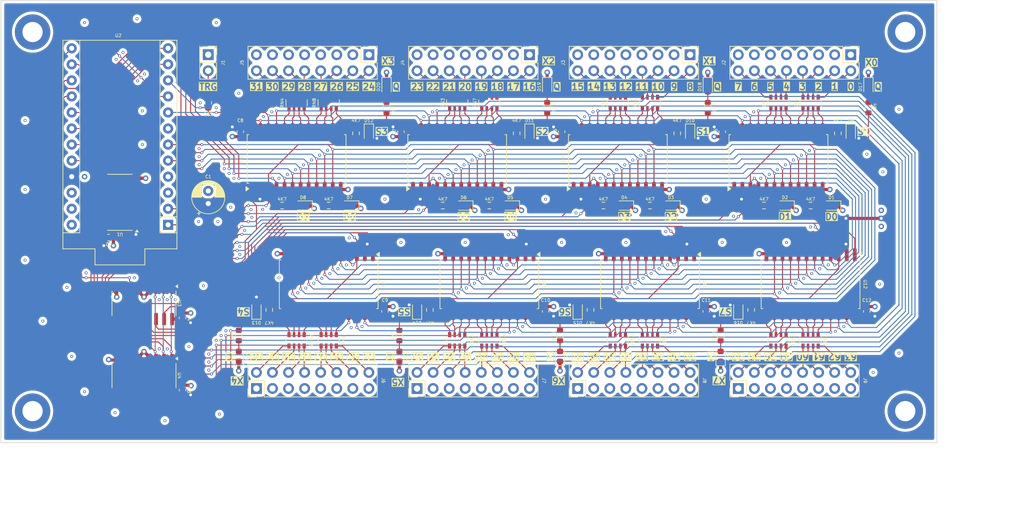
<source format=kicad_pcb>
(kicad_pcb (version 20240108) (generator "pcbnew") (generator_version "8.0")
  (layers (0 "F.Cu" signal) (1 "In1.Cu" power "GND_2") (2 "In2.Cu" power "GND_3") (31 "B.Cu" signal) (34 "B.Paste" user) (35 "F.Paste" user) (36 "B.SilkS" user "B.Silkscreen") (37 "F.SilkS" user "F.Silkscreen") (38 "B.Mask" user) (39 "F.Mask" user) (44 "Edge.Cuts" user))
  (net 0 "")
  (net 1 "VCC")
  (net 2 "GND")
  (net 3 "Net-(D1-A)")
  (net 4 "Net-(D3-A)")
  (net 5 "Net-(D4-A)")
  (net 6 "Net-(D2-A)")
  (net 7 "Net-(D6-A)")
  (net 8 "Net-(D7-A)")
  (net 9 "Net-(D5-A)")
  (net 10 "Net-(D8-A)")
  (net 11 "Net-(D9-K)")
  (net 12 "Net-(D11-K)")
  (net 13 "Net-(D10-K)")
  (net 14 "Net-(D12-K)")
  (net 15 "Net-(D14-K)")
  (net 16 "Net-(D13-K)")
  (net 17 "Net-(D15-K)")
  (net 18 "/X0")
  (net 19 "/X1")
  (net 20 "/X2")
  (net 21 "/X3")
  (net 22 "/X4")
  (net 23 "/X5")
  (net 24 "/X6")
  (net 25 "/X7")
  (net 26 "/X8")
  (net 27 "/X9")
  (net 28 "/X10")
  (net 29 "/X11")
  (net 30 "/X12")
  (net 31 "/X13")
  (net 32 "/X14")
  (net 33 "/X15")
  (net 34 "/X16")
  (net 35 "/X17")
  (net 36 "/X18")
  (net 37 "/X19")
  (net 38 "/X20")
  (net 39 "/X21")
  (net 40 "/X22")
  (net 41 "/X23")
  (net 42 "/X24")
  (net 43 "/X25")
  (net 44 "/X26")
  (net 45 "/X27")
  (net 46 "/X28")
  (net 47 "/X29")
  (net 48 "/X30")
  (net 49 "/X31")
  (net 50 "/X32")
  (net 51 "/X33")
  (net 52 "/X34")
  (net 53 "/X35")
  (net 54 "/X36")
  (net 55 "/X37")
  (net 56 "/X38")
  (net 57 "/X39")
  (net 58 "/X40")
  (net 59 "/X41")
  (net 60 "/X42")
  (net 61 "/X43")
  (net 62 "/X44")
  (net 63 "/X45")
  (net 64 "/X46")
  (net 65 "/X47")
  (net 66 "/X48")
  (net 67 "/X49")
  (net 68 "/X50")
  (net 69 "/X51")
  (net 70 "/X52")
  (net 71 "/X53")
  (net 72 "/X54")
  (net 73 "/X55")
  (net 74 "/X56")
  (net 75 "/X57")
  (net 76 "/X58")
  (net 77 "/X59")
  (net 78 "/X60")
  (net 79 "/X61")
  (net 80 "/X62")
  (net 81 "/X63")
  (net 82 "/OE_AB0")
  (net 83 "/OE_AB1")
  (net 84 "/OE_AB2")
  (net 85 "/OE_AB3")
  (net 86 "/OE_AB4")
  (net 87 "/OE_AB5")
  (net 88 "/OE_AB6")
  (net 89 "/OE_AB7")
  (net 90 "/D0")
  (net 91 "/D1")
  (net 92 "/D2")
  (net 93 "/D3")
  (net 94 "/D4")
  (net 95 "/D5")
  (net 96 "/D6")
  (net 97 "/D7")
  (net 98 "/CK_AB")
  (net 99 "/RST_AB")
  (net 100 "/SEL0")
  (net 101 "/SEL1")
  (net 102 "/SEL2")
  (net 103 "/OE_BA")
  (net 104 "/OE_BA7")
  (net 105 "/OE_BA6")
  (net 106 "/OE_BA5")
  (net 107 "/OE_BA4")
  (net 108 "/OE_BA3")
  (net 109 "/OE_BA2")
  (net 110 "/OE_BA1")
  (net 111 "/OE_BA0")
  (net 112 "/CK_AB7")
  (net 113 "/CK_AB6")
  (net 114 "/CK_AB5")
  (net 115 "/CK_AB4")
  (net 116 "/CK_AB3")
  (net 117 "/CK_AB2")
  (net 118 "/CK_AB1")
  (net 119 "/CK_AB0")
  (net 120 "/CK_BA")
  (net 121 "Net-(D16-K)")
  (net 122 "Net-(D17-A)")
  (net 123 "Net-(D20-A)")
  (net 124 "Net-(D18-A)")
  (net 125 "Net-(D19-A)")
  (net 126 "Net-(D21-A)")
  (net 127 "Net-(D22-A)")
  (net 128 "Net-(D24-A)")
  (net 132 "/SBA")
  (net 133 "/CK_OEAB")
  (net 134 "/CK_BA_PIN")
  (net 135 "Net-(RN1B-R2.1)")
  (net 136 "Net-(RN1A-R1.1)")
  (net 137 "Net-(RN1C-R3.1)")
  (net 138 "Net-(RN1D-R4.1)")
  (net 139 "Net-(RN2B-R2.1)")
  (net 140 "Net-(RN2A-R1.1)")
  (net 141 "Net-(RN2C-R3.1)")
  (net 142 "Net-(RN2D-R4.1)")
  (net 143 "Net-(RN3B-R2.1)")
  (net 144 "Net-(RN3C-R3.1)")
  (net 145 "Net-(RN3A-R1.1)")
  (net 146 "Net-(RN3D-R4.1)")
  (net 147 "Net-(RN4A-R1.1)")
  (net 148 "Net-(RN4B-R2.1)")
  (net 149 "Net-(RN4D-R4.1)")
  (net 150 "Net-(RN4C-R3.1)")
  (net 151 "Net-(RN5B-R2.1)")
  (net 152 "Net-(RN5A-R1.1)")
  (net 153 "Net-(RN5C-R3.1)")
  (net 154 "Net-(RN5D-R4.1)")
  (net 155 "Net-(RN6D-R4.1)")
  (net 156 "Net-(RN6A-R1.1)")
  (net 157 "Net-(RN6B-R2.1)")
  (net 158 "Net-(RN6C-R3.1)")
  (net 159 "Net-(RN7B-R2.1)")
  (net 160 "Net-(RN7A-R1.1)")
  (net 161 "Net-(RN7D-R4.1)")
  (net 162 "Net-(RN7C-R3.1)")
  (net 163 "Net-(RN8D-R4.1)")
  (net 164 "Net-(RN8A-R1.1)")
  (net 165 "Net-(RN8C-R3.1)")
  (net 166 "Net-(RN8B-R2.1)")
  (net 167 "Net-(RN9A-R1.1)")
  (net 168 "Net-(RN9C-R3.1)")
  (net 169 "Net-(RN9B-R2.1)")
  (net 170 "Net-(RN9D-R4.1)")
  (net 171 "Net-(RN10C-R3.1)")
  (net 172 "Net-(RN10B-R2.1)")
  (net 173 "Net-(RN10A-R1.1)")
  (net 174 "Net-(RN10D-R4.1)")
  (net 175 "Net-(RN11B-R2.1)")
  (net 176 "Net-(RN11D-R4.1)")
  (net 177 "Net-(RN11A-R1.1)")
  (net 178 "Net-(RN11C-R3.1)")
  (net 179 "Net-(RN12D-R4.1)")
  (net 180 "Net-(RN12B-R2.1)")
  (net 181 "Net-(RN12C-R3.1)")
  (net 182 "Net-(RN12A-R1.1)")
  (net 183 "Net-(RN13B-R2.1)")
  (net 184 "Net-(RN13D-R4.1)")
  (net 185 "Net-(RN13C-R3.1)")
  (net 186 "Net-(RN13A-R1.1)")
  (net 187 "Net-(RN14B-R2.1)")
  (net 188 "Net-(RN14C-R3.1)")
  (net 189 "Net-(RN14A-R1.1)")
  (net 190 "Net-(RN14D-R4.1)")
  (net 191 "Net-(RN15B-R2.1)")
  (net 192 "Net-(RN15C-R3.1)")
  (net 193 "Net-(RN15D-R4.1)")
  (net 194 "Net-(RN15A-R1.1)")
  (net 195 "Net-(RN16A-R1.1)")
  (net 196 "Net-(RN16C-R3.1)")
  (net 197 "Net-(RN16D-R4.1)")
  (net 198 "Net-(RN16B-R2.1)")
  (net 199 "Net-(D23-A)")
  (footprint "Connector_PinHeader_2.54mm:PinHeader_2x08_P2.54mm_Vertical" (layer "F.Cu") (at 129.54 122.936 90)
    (property "Reference" "J6")
    (property "Value" "Conn_02x08_Odd_Even")
  )
  (footprint "Connector_PinHeader_2.54mm:PinHeader_2x08_P2.54mm_Vertical" (layer "F.Cu") (at 223.52 70.104 -90)
    (property "Reference" "J2")
    (property "Value" "Conn_02x08_Odd_Even")
  )
  (footprint "LED_SMD:LED_0603_1608Metric" (layer "F.Cu") (at 150.113997 75.184 -90)
    (property "Reference" "D20")
    (property "Value" "LED")
  )
  (footprint "LED_SMD:LED_0603_1608Metric" (layer "F.Cu") (at 136.906 93.98 180)
    (property "Reference" "D8")
    (property "Value" "LED")
  )
  (footprint "Resistor_SMD:R_Array_Convex_4x0603" (layer "F.Cu") (at 191.77 115.316 -90)
    (property "Reference" "RN11")
    (property "Value" "100")
  )
  (footprint "Connector_PinHeader_2.54mm:PinHeader_2x08_P2.54mm_Vertical" (layer "F.Cu") (at 154.94 122.936 90)
    (property "Reference" "J7")
    (property "Value" "Conn_02x08_Odd_Even")
  )
  (footprint "MevaLlibreriaFootprint:Meu-R_0603_1608Metric" (layer "F.Cu") (at 207.772 110.49 90)
    (property "Reference" "R16" (hide yes))
    (property "Value" "4K7")
  )
  (footprint "LED_SMD:LED_0603_1608Metric" (layer "F.Cu") (at 162.306 93.98 180)
    (property "Reference" "D6")
    (property "Value" "LED")
  )
  (footprint "Resistor_SMD:R_Array_Convex_4x0603" (layer "F.Cu") (at 186.69 77.724 90)
    (property "Reference" "RN2")
    (property "Value" "100")
  )
  (footprint "Resistor_SMD:R_Array_Convex_4x0603" (layer "F.Cu") (at 140.97 77.724 90)
    (property "Reference" "RN8")
    (property "Value" "100")
  )
  (footprint "LED_SMD:LED_0603_1608Metric" (layer "F.Cu") (at 129.54 110.49 90)
    (property "Reference" "D13")
    (property "Value" "LED")
  )
  (footprint "MevaLlibreriaFootprint:Meu-R_0603_1608Metric" (layer "F.Cu") (at 175.513997 78.486 -90)
    (property "Reference" "R19" (hide yes))
    (property "Value" "4K7")
  )
  (footprint "Resistor_SMD:R_Array_Convex_4x0603" (layer "F.Cu") (at 217.17 77.724 90)
    (property "Reference" "RN5")
    (property "Value" "100")
  )
  (footprint "LED_SMD:LED_0603_1608Metric" (layer "F.Cu") (at 169.672 93.98 180)
    (property "Reference" "D5")
    (property "Value" "LED")
  )
  (footprint "Connector_PinHeader_2.54mm:PinHeader_2x08_P2.54mm_Vertical" (layer "F.Cu") (at 205.74 122.936 90)
    (property "Reference" "J9")
    (property "Value" "Conn_02x08_Odd_Even")
  )
  (footprint "MevaLlibreriaFootprint:Meu-R_0603_1608Metric" (layer "F.Cu") (at 209.804 93.98 180)
    (property "Reference" "R2" (hide yes))
    (property "Value" "4K7")
  )
  (footprint "LED_SMD:LED_0603_1608Metric" (layer "F.Cu") (at 220.472 93.98 180)
    (property "Reference" "D1")
    (property "Value" "LED")
  )
  (footprint "MountingHole:MountingHole_3.2mm_M3_DIN965_Pad" (layer "F.Cu") (at 232.14 66.52)
    (property "Reference" "H2" (hide yes))
    (property "Value" "MountingHole")
  )
  (footprint "LED_SMD:LED_0603_1608Metric" (layer "F.Cu") (at 144.272 93.98 180)
    (property "Reference" "D7")
    (property "Value" "LED")
  )
  (footprint "MountingHole:MountingHole_3.2mm_M3_DIN965_Pad" (layer "F.Cu") (at 94.14 126.52)
    (property "Reference" "H4" (hide yes))
    (property "Value" "MountingHole")
  )
  (footprint "Capacitor_SMD:C_0603_1608Metric" (layer "F.Cu") (at 117.856 111.76 90)
    (property "Reference" "C4")
    (property "Value" "22n")
  )
  (footprint "Arduino:Sparkfun_Pro_Micro" (layer "F.Cu") (at 100.33 69.088)
    (property "Reference" "U2")
    (property "Value" "Sparkfun_Pro_Micro")
  )
  (footprint "Package_SO:SOIC-24W_7.5x15.4mm_P1.27mm" (layer "F.Cu") (at 135.890003 86.614 90)
    (property "Reference" "U8")
    (property "Value" "74HCT652")
  )
  (footprint "MevaLlibreriaFootprint:Meu-R_0603_1608Metric" (layer "F.Cu") (at 166.37 93.98 180)
    (property "Reference" "R5" (hide yes))
    (property "Value" "4K7")
  )
  (footprint "Package_SO:SOIC-16_3.9x9.9mm_P1.27mm" (layer "F.Cu") (at 111.76 120.904 -90)
    (property "Reference" "U4")
    (property "Value" "74HC138")
  )
  (footprint "LED_SMD:LED_0603_1608Metric" (layer "F.Cu") (at 177.546 117.856 90)
    (property "Reference" "D23")
    (property "Value" "LED")
  )
  (footprint "LED_SMD:LED_0603_1608Metric" (layer "F.Cu") (at 175.513997 75.184 -90)
    (property "Reference" "D19")
    (property "Value" "LED")
  )
  (footprint "LED_SMD:LED_0603_1608Metric" (layer "F.Cu") (at 154.94 110.49 90)
    (property "Reference" "D14")
    (property "Value" "LED")
  )
  (footprint "LED_SMD:LED_0603_1608Metric" (layer "F.Cu") (at 223.52 82.55 -90)
    (property "Reference" "D9")
    (property "Value" "LED")
  )
  (footprint "Connector_PinHeader_2.54mm:PinHeader_2x08_P2.54mm_Vertical" (layer "F.Cu") (at 180.34 122.936 90)
    (property "Reference" "J8")
    (property "Value" "Conn_02x08_Odd_Even")
  )
  (footprint "LED_SMD:LED_0603_1608Metric" (layer "F.Cu") (at 205.74 110.49 90)
    (property "Reference" "D16")
    (property "Value" "LED")
  )
  (footprint "Package_SO:SOIC-24W_7.5x15.4mm_P1.27mm" (layer "F.Cu") (at 191.77 106.426 -90)
    (property "Reference" "U11")
    (property "Value" "74HCT652")
  )
  (footprint "LED_SMD:LED_0603_1608Metric" (layer "F.Cu") (at 202.946 117.856 90)
    (property "Reference" "D24")
    (property "Value" "LED")
  )
  (footprint "MevaLlibreriaFootprint:Meu-R_0603_1608Metric" (layer "F.Cu") (at 184.404 93.98 180)
    (property "Reference" "R4" (hide yes))
    (property "Value" "4K7")
  )
  (footprint "Package_SO:SOIC-24W_7.5x15.4mm_P1.27mm" (layer "F.Cu") (at 212.090003 86.614 90)
    (property "Reference" "U5")
    (property "Value" "74HCT652")
  )
  (footprint "MevaLlibreriaFootprint:Meu-R_0603_1608Metric" (layer "F.Cu") (at 145.288 82.55 -90)
    (property "Reference" "R12" (hide yes))
    (property "Value" "4K7")
  )
  (footprint "MountingHole:MountingHole_3.2mm_M3_DIN965_Pad" (layer "F.Cu") (at 94.14 66.52)
    (property "Reference" "H1" (hide yes))
    (property "Value" "MountingHole")
  )
  (footprint "MevaLlibreriaFootprint:Meu-R_0603_1608Metric" (layer "F.Cu") (at 126.746 114.554 90)
    (property "Reference" "R21" (hide yes))
    (property "Value" "4K7")
  )
  (footprint "MevaLlibreriaFootprint:Meu-R_0603_1608Metric" (layer "F.Cu") (at 121.92 77.724 -90)
    (property "Reference" "R25" (hide yes))
    (property "Value" "100")
  )
  (footprint "LED_SMD:LED_0603_1608Metric" (layer "F.Cu") (at 213.106 93.98 180)
    (property "Reference" "D2")
    (property "Value" "LED")
  )
  (footprint "MevaLlibreriaFootprint:Meu-R_0603_1608Metric" (layer "F.Cu") (at 152.146 114.554 90)
    (property "Reference" "R22" (hide yes))
    (property "Value" "4K7")
  )
  (footprint "MevaLlibreriaFootprint:Meu-R_0603_1608Metric" (layer "F.Cu") (at 131.572 110.49 90)
    (property "Reference" "R13" (hide yes))
    (property "Value" "4K7")
  )
  (footprint "Resistor_SMD:R_Array_Convex_4x0603" (layer "F.Cu") (at 140.97 115.316 -90)
    (property "Reference" "RN9")
    (property "Value" "100")
  )
  (footprint "Resistor_SMD:R_Array_Convex_4x0603" (layer "F.Cu") (at 161.29 77.724 90)
    (property "Reference" "RN3")
    (property "Value" "100")
  )
  (footprint "MevaLlibreriaFootprint:Meu-R_0603_1608Metric" (layer "F.Cu") (at 221.488 82.55 -90)
    (property "Reference" "R9" (hide yes))
    (property "Value" "4K7")
  )
  (footprint "Resistor_SMD:R_Array_Convex_4x0603" (layer "F.Cu") (at 212.09 77.724 90)
    (property "Reference" "RN1")
    (property "Value" "100")
  )
  (footprint "Resistor_SMD:R_Array_Convex_4x0603" (layer "F.Cu") (at 135.89 115.316 -90)
    (property "Reference" "RN13")
    (property "Value" "100")
  )
  (footprint "Capacitor_SMD:C_0603_1608Metric" (layer "F.Cu") (at 175.26 110.744 90)
    (property "Reference" "C10")
    (property "Value" "22n")
  )
  (footprint "Package_SO:SO-14_3.9x8.65mm_P1.27mm" (layer "F.Cu") (at 107.95 93.472 180)
    (property "Reference" "U1")
    (property "Value" "74HC164")
  )
  (footprint "Capacitor_SMD:C_0603_1608Metric" (layer "F.Cu") (at 149.86 110.744 90)
    (property "Reference" "C9")
    (property "Value" "22n")
  )
  (footprint "MevaLlibreriaFootprint:Meu-R_0603_1608Metric" (layer "F.Cu") (at 182.372 110.49 90)
    (property "Reference" "R15" (hide yes))
    (property "Value" "4K7")
  )
  (footprint "Connector_PinHeader_2.54mm:PinHeader_2x08_P2.54mm_Vertical" (layer "F.Cu") (at 172.72 70.104 -90)
    (property "Reference" "J4")
    (property "Value" "Conn_02x08_Odd_Even")
  )
  (footprint "LED_SMD:LED_0603_1608Metric" (layer "F.Cu") (at 172.72 82.55 -90)
    (property "Reference" "D11")
    (property "Value" "LED")
  )
  (footprint "Resistor_SMD:R_Array_Convex_4x0603" (layer "F.Cu") (at 135.89 77.724 90)
    (property "Reference" "RN4")
    (property "Value" "100")
  )
  (footprint "Package_SO:SOIC-24W_7.5x15.4mm_P1.27mm" (layer "F.Cu") (at 161.290003 86.614 90)
    (property "Reference" "U7")
    (property "Value" "74HCT652")
  )
  (footprint "Resistor_SMD:R_Array_Convex_4x0603" (layer "F.Cu") (at 217.17 115.316 -90)
    (property "Reference" "RN12")
    (property "Value" "100")
  )
  (footprint "Connector_PinHeader_2.54mm:PinHeader_2x01_P2.54mm_Vertical" (layer "F.Cu") (at 121.92 70.099 -90)
    (property "Reference" "J1")
    (property "Value" "Conn_02x01")
  )
  (footprint "LED_SMD:LED_0603_1608Metric" (layer "F.Cu") (at 195.072 93.98 180)
    (property "Reference" "D3")
    (property "Value" "LED")
  )
  (footprint "MevaLlibreriaFootprint:Meu-R_0603_1608Metric" (layer "F.Cu") (at 140.97 93.98 180)
    (property "Reference" "R7" (hide yes))
    (property "Value" "4K7")
  )
  (footprint "MevaLlibreriaFootprint:Meu-R_0603_1608Metric" (layer "F.Cu") (at 202.946 114.554 90)
    (property "Reference" "R24" (hide yes))
    (property "Value" "4K7")
  )
  (footprint "Capacitor_SMD:C_0603_1608Metric" (layer "F.Cu") (at 127.000003 82.296 -90)
    (property "Reference" "C8")
    (property "Value" "22n")
  )
  (footprint "MevaLlibreriaFootprint:Meu-R_0603_1608Metric" (layer "F.Cu") (at 170.688 82.55 -90)
    (property "Reference" "R11" (hide yes))
    (property "Value" "4K7")
  )
  (footprint "Resistor_SMD:R_Array_Convex_4x0603" (layer "F.Cu") (at 166.37 77.724 90)
    (property "Reference" "RN7")
    (property "Value" "100")
  )
  (footprint "Connector_PinHeader_2.54mm:PinHeader_2x08_P2.54mm_Vertical" (layer "F.Cu") (at 147.32 70.104 -90)
    (property "Reference" "J5")
    (property "Value" "Conn_02x08_Odd_Even")
  )
  (footprint "MevaLlibreriaFootprint:Meu-R_0603_1608Metric" (layer "F.Cu") (at 159.004 93.98 180)
    (property "Reference" "R6" (hide yes))
    (property "Value" "4K7")
  )
  (footprint "Capacitor_SMD:C_0603_1608Metric" (layer "F.Cu") (at 106.172 99.06)
    (property "Reference" "C2")
    (property "Value" "22n")
  )
  (footprint "Resistor_SMD:R_Array_Convex_4x0603" (layer "F.Cu") (at 186.69 115.316 -90)
    (property "Reference" "RN15")
    (property "Value" "100")
  )
  (footprint "LED_SMD:LED_0603_1608Metric" (layer "F.Cu") (at 226.313997 75.184 -90)
    (property "Reference" "D17")
    (property "Value" "LED")
  )
  (footprint "Capacitor_SMD:C_0603_1608Metric" (layer "F.Cu") (at 117.856 123.19 90)
    (property "Reference" "C3")
    (property "Value" "22n")
  )
  (footprint "LED_SMD:LED_0603_1608Metric" (layer "F.Cu") (at 126.746 117.856 90)
    (property "Reference" "D21")
    (property "Value" "LED")
  )
  (footprint "Package_SO:SOIC-24W_7.5x15.4mm_P1.27mm" (layer "F.Cu") (at 166.37 106.426 -90)
    (property "Reference" "U10")
    (property "Value" "74HCT652")
  )
  (footprint "Connector_PinHeader_2.54mm:PinHeader_2x08_P2.54mm_Vertical" (layer "F.Cu") (at 198.12 70.104 -90)
    (property "Reference" "J3")
    (property "Value" "Conn_02x08_Odd_Even")
  )
  (footprint "Package_SO:SOIC-24W_7.5x15.4mm_P1.27mm" (layer "F.Cu") (at 217.17 106.426 -90)
    (property "Reference" "U12")
    (property "Value" "74HCT652")
  )
  (footprint "Capacitor_SMD:C_0603_1608Metric" (layer "F.Cu") (at 226.06 110.744 90)
    (property "Reference" "C12")
    (property "Value" "22n")
  )
  (footprint "LED_SMD:LED_0603_1608Metric" (layer "F.Cu") (at 147.32 82.55 -90)
    (property "Reference" "D12")
    (property "Value" "LED")
  )
  (footprint "MevaLlibreriaFootprint:Meu-R_0603_1608Metric" (layer "F.Cu") (at 196.088 82.55 -90)
    (property "Reference" "R10" (hide yes))
    (property "Value" "4K7")
  )
  (footprint "LED_SMD:LED_0603_1608Metric" (layer "F.Cu") (at 198.12 82.55 -90)
    (property "Reference" "D10")
    (property "Value" "LED")
  )
  (footprint "MevaLlibreriaFootprint:Meu-R_0603_1608Metric" (layer "F.Cu") (at 217.17 93.98 180)
    (property "Reference" "R1" (hide yes))
    (property "Value" "4K7")
  )
  (footprint "Capacitor_SMD:C_0603_1608Metric" (layer "F.Cu") (at 200.66 110.744 90)
    (property "Reference" "C11")
    (property "Value" "22n")
  )
  (footprint "Resistor_SMD:R_Array_Convex_4x0603" (layer "F.Cu") (at 166.37 115.316 -90)
    (property "Reference" "RN10")
    (property "Value" "100")
  )
  (footprint "Package_SO:SOIC-24W_7.5x15.4mm_P1.27mm" (layer "F.Cu") (at 186.690003 86.614 90)
    (property "Reference" "U6")
    (property "Value" "74HCT652")
  )
  (footprint "Resistor_SMD:R_Array_Convex_4x0603" (layer "F.Cu") (at 161.29 115.316 -90)
    (property "Reference" "RN14")
    (property "Value" "100")
  )
  (footprint "LED_SMD:LED_0603_1608Metric" (layer "F.Cu") (at 200.913997 75.184 -90)
    (property "Reference" "D18")
    (property "Value" "LED")
  )
  (footprint "LED_SMD:LED_0603_1608Metric" (layer "F.Cu") (at 187.706 93.98 180)
    (property "Reference" "D4")
    (property "Value" "LED")
  )
  (footprint "MevaLlibreriaFootprint:Meu-R_0603_1608Metric" (layer "F.Cu") (at 191.77 93.98 180)
    (property "Reference" "R3" (hide yes))
    (property "Value" "4K7")
  )
  (footprint "MevaLlibreriaFootprint:Meu-R_0603_1608Metric" (layer "F.Cu") (at 156.972 110.49 90)
    (property "Reference" "R14" (hide yes))
    (property "Value" "4K7")
  )
  (footprint "LED_SMD:LED_0603_1608Metric" (layer "F.Cu") (at 180.34 110.49 90)
    (property "Reference" "D15")
    (property "Value" "LED")
  )
  (footprint "Package_SO:SOIC-16_3.9x9.9mm_P1.27mm" (layer "F.Cu") (at 111.76 109.474 -90)
    (property "Reference" "U3")
    (property "Value" "74HC238")
  )
  (footprint "MevaLlibreriaFootprint:Meu-R_0603_1608Metric" (layer "F.Cu") (at 200.913997 78.486 -90)
    (property "Reference" "R18" (hide yes))
    (property "Value" "4K7")
  )
  (footprint "MevaLlibreriaFootprint:Meu-R_0603_1608Metric" (layer "F.Cu") (at 226.313997 78.486 -90)
    (property "Reference" "R17" (hide yes))
    (property "Value" "4K7")
  )
  (footprint "Capacitor_SMD:C_0603_1608Metric" (layer "F.Cu") (at 177.800003 82.296 -90)
    (property "Reference" "C6")
    (property "Value" "22n")
  )
  (footprint "MevaLlibreriaFootprint:Meu-R_0603_1608Metric" (layer "F.Cu") (at 150.113997 78.486 -90)
    (property "Reference" "R20" (hide yes))
    (property "Value" "4K7")
  )
  (footprint "Resistor_SMD:R_Array_Convex_4x0603" (layer "F.Cu") (at 191.77 77.724 90)
    (property "Reference" "RN6")
    (property "Value" "100")
  )
  (footprint "Capacitor_SMD:C_0603_1608Metric" (layer "F.Cu") (at 203.2 82.296 -90)
    (property "Reference" "C5")
    (property "Value" "22n")
  )
  (footprint "Capacitor_SMD:C_0603_1608Metric" (layer "F.Cu") (at 152.4 82.296 -90)
    (property "Reference" "C7")
    (property "Value" "22n")
  )
  (footprint "MevaLlibreriaFootprint:Meu-R_0603_1608Metric" (layer "F.Cu") (at 177.546 114.554 90)
    (property "Reference" "R23" (hide yes))
    (property "Value" "4K7")
  )
  (footprint "Package_SO:SOIC-24W_7.5x15.4mm_P1.27mm" (layer "F.Cu") (at 140.97 106.426 -90)
    (property "Reference" "U9")
    (property "Value" "74HCT652")
  )
  (footprint "Capacitor_THT:CP_Radial_D5.0mm_P2.00mm" (layer "F.Cu") (at 121.92 93.665113 90)
    (property "Reference" "C1")
    (property "Value" "22uF")
  )
  (footprint "MountingHole:MountingHole_3.2mm_M3_DIN965_Pad" (layer "F.Cu") (at 232.14 126.52)
    (property "Reference" "H3" (hide yes))
    (property "Value" "MountingHole")
  )
  (footprint "MevaLlibreriaFootprint:Meu-R_0603_1608Metric" (layer "F.Cu") (at 133.604 93.98 180)
    (property "Reference" "R8" (hide yes))
    (property "Value" "4K7")
  )
  (footprint "Resistor_SMD:R_Array_Convex_4x0603" (layer "F.Cu") (at 212.09 115.316 -90)
    (property "Reference" "RN16")
    (property "Value" "100")
  )
  (footprint "LED_SMD:LED_0603_1608Metric" (layer "F.Cu") (at 152.146 117.856 90)
    (property "Reference" "D22")
    (property "Value" "LED")
  )
  (gr_rect (start 89.14 61.52) (end 237.14 131.52) (stroke (width 0.1)) (fill none) (layer "Edge.Cuts"))
  (gr_text "19" (at 165.099997 75.184 0) (layer "F.SilkS" knockout) (effects (font (size 1 1) (thickness 0.2) (bold yes))))
  (gr_text "13" (at 185.419997 75.184 0) (layer "F.SilkS" knockout) (effects (font (size 1 1) (thickness 0.2) (bold yes))))
  (gr_text "7" (at 205.74 75.184 0) (layer "F.SilkS" knockout) (effects (font (size 1 1) (thickness 0.2) (bold yes))))
  (gr_text "6" (at 208.28 75.184 0) (layer "F.SilkS" knockout) (effects (font (size 1 1) (thickness 0.2) (bold yes))))
  (gr_text "9" (at 195.579997 75.184 0) (layer "F.SilkS" knockout) (effects (font (size 1 1) (thickness 0.2) (bold yes))))
  (gr_text "Q" (at 227.838 75.184 0) (layer "F.SilkS" knockout) (effects (font (size 1 1) (thickness 0.2) (bold yes))))
  (gr_text "59" (at 213.36 117.856 180) (layer "F.SilkS" knockout) (effects (font (size 1 1) (thickness 0.2) (bold yes))))
  (gr_text "2" (at 218.44 75.184 0) (layer "F.SilkS" knockout) (effects (font (size 1 1) (thickness 0.2) (bold yes))))
  (gr_text "Q" (at 201.422 117.856 180) (layer "F.SilkS" knockout) (effects (font (size 1 1) (thickness 0.2) (bold yes))))
  (gr_text "23" (at 154.939997 75.184 0) (layer "F.SilkS" knockout) (effects (font (size 1 1) (thickness 0.2) (bold yes))))
  (gr_text "3" (at 215.9 75.184 0) (layer "F.SilkS" knockout) (effects (font (size 1 1) (thickness 0.2) (bold yes))))
  (gr_text "S5" (at 152.908 110.744 180) (layer "F.SilkS" knockout) (effects (font (size 1 1) (thickness 0.2) (bold yes))))
  (gr_text "Q" (at 151.637997 75.184 0) (layer "F.SilkS" knockout) (effects (font (size 1 1) (thickness 0.2) (bold yes))))
  (gr_text "21" (at 160.019997 75.184 0) (layer "F.SilkS" knockout) (effects (font (size 1 1) (thickness 0.2) (bold yes))))
  (gr_text "39" (at 147.32 117.856 180) (layer "F.SilkS" knockout) (effects (font (size 1 1) (thickness 0.2) (bold yes))))
  (gr_text "Q" (at 150.622 117.856 180) (layer "F.SilkS" knockout) (effects (font (size 1 1) (thickness 0.2) (bold yes))))
  (gr_text "D1" (at 213.106 95.758 0) (layer "F.SilkS" knockout) (effects (font (size 1 1) (thickness 0.2) (bold yes))))
  (gr_text "S0" (at 225.552 82.296 0) (layer "F.SilkS" knockout) (effects (font (size 1 1) (thickness 0.2) (bold yes))))
  (gr_text "8" (at 198.119997 75.184 0) (layer "F.SilkS" knockout) (effects (font (size 1 1) (thickness 0.2) (bold yes))))
  (gr_text "14" (at 182.879997 75.184 0) (layer "F.SilkS" knockout) (effects (font (size 1 1) (thickness 0.2) (bold yes))))
  (gr_text "63" (at 223.52 117.856 180) (layer "F.SilkS" knockout) (effects (font (size 1 1) (thickness 0.2) (bold yes))))
  (gr_text "D3" (at 187.706 95.758 0) (layer "F.SilkS" knockout) (effects (font (size 1 1) (thickness 0.2) (bold yes))))
  (gr_text "D4" (at 169.672 95.758 0) (layer "F.SilkS" knockout) (effects (font (size 1 1) (thickness 0.2) (bold yes))))
  (gr_text "25" (at 144.779997 75.184 0) (layer "F.SilkS" knockout) (effects (font (size 1 1) (thickness 0.2) (bold yes))))
  (gr_text "60" (at 215.9 117.856 180) (layer "F.SilkS" knockout) (effects (font (size 1 1) (thickness 0.2) (bold yes))))
  (gr_text "S1" (at 200.152 82.296 0) (layer "F.SilkS" knockout) (effects (font (size 1 1) (thickness 0.2) (bold yes))))
  (gr_text "33" (at 132.08 117.856 180) (layer "F.SilkS" knockout) (effects (font (size 1 1) (thickness 0.2) (bold yes))))
  (gr_text "57" (at 208.28 117.856 180) (layer "F.SilkS" knockout) (effects (font (size 1 1) (thickness 0.2) (bold yes))))
  (gr_text "Q" (at 177.037997 75.184 0) (layer "F.SilkS" knockout) (effects (font (size 1 1) (thickness 0.2) (bold yes))))
  (gr_text "37" (at 142.24 117.856 180) (layer "F.SilkS" knockout) (effects (font (size 1 1) (thickness 0.2) (bold yes))))
  (gr_text "58" (at 210.82 117.856 180) (layer "F.SilkS" knockout) (effects (font (size 1 1) (thickness 0.2) (bold yes))))
  (gr_text "S3" (at 149.352 82.296 0) (layer "F.SilkS" knockout) (effects (font (size 1 1) (thickness 0.2) (bold yes))))
  (gr_text "16" (at 172.719997 75.184 0) (layer "F.SilkS" knockout) (effects (font (size 1 1) (thickness 0.2) (bold yes))))
  (gr_text "10" (at 193.039997 75.184 0) (layer "F.SilkS" knockout) (effects (font (size 1 1) (thickness 0.2) (bold yes))))
  (gr_text "20" (at 162.559997 75.184 0) (layer "F.SilkS" knockout) (effects (font (size 1 1) (thickness 0.2) (bold yes))))
  (gr_text "D5" (at 162.306 95.758 0) (layer "F.SilkS" knockout) (effects (font (size 1 1) (thickness 0.2) (bold yes))))
  (gr_text "55" (at 198.12 117.856 180) (layer "F.SilkS" knockout) (effects (font (size 1 1) (thickness 0.2) (bold yes))))
  (gr_text "TRG" (at 121.92 75.184 0) (layer "F.SilkS" knockout) (effects (font (size 1 1) (thickness 0.2) (bold yes))))
  (gr_text "43" (at 162.56 117.856 180) (layer "F.SilkS" knockout) (effects (font (size 1 1) (thickness 0.2) (bold yes))))
  (gr_text "D0" (at 220.472 95.758 0) (layer "F.SilkS" knockout) (effects (font (size 1 1) (thickness 0.2) (bold yes))))
  (gr_text "32" (at 129.54 117.856 180) (layer "F.SilkS" knockout) (effects (font (size 1 1) (thickness 0.2) (bold yes))))
  (gr_text "40" (at 154.94 117.856 180) (layer "F.SilkS" knockout) (effects (font (size 1 1) (thickness 0.2) (bold yes))))
  (gr_text "34" (at 134.62 117.856 180) (layer "F.SilkS" knockout) (effects (font (size 1 1) (thickness 0.2) (bold yes))))
  (gr_text "S6" (at 178.308 110.744 180) (layer "F.SilkS" knockout) (effects (font (size 1 1) (thickness 0.2) (bold yes))))
  (gr_text "51" (at 187.96 117.856 180) (layer "F.SilkS" knockout) (effects (font (size 1 1) (thickness 0.2) (bold yes))))
  (gr_text "54" (at 195.58 117.856 180) (layer "F.SilkS" knockout) (effects (font (size 1 1) (thickness 0.2) (bold yes))))
  (gr_text "50" (at 185.42 117.856 180) (layer "F.SilkS" knockout) (effects (font (size 1 1) (thickness 0.2) (bold yes))))
  (gr_text "47" (at 172.72 117.856 180) (layer "F.SilkS" knockout) (effects (font (size 1 1) (thickness 0.2) (bold yes))))
  (gr_text "49" (at 182.88 117.856 180) (layer "F.SilkS" knockout) (effects (font (size 1 1) (thickness 0.2) (bold yes))))
  (gr_text "S4" (at 127.508 110.744 180) (layer "F.SilkS" knockout) (effects (font (size 1 1) (thickness 0.2) (bold yes))))
  (gr_text "29" (at 134.619997 75.184 0) (layer "F.SilkS" knockout) (effects (font (size 1 1) (thickness 0.2) (bold yes))))
  (gr_text "S2" (at 174.752 82.296 0) (layer "F.SilkS" knockout) (effects (font (size 1 1) (thickness 0.2) (bold yes))))
  (gr_text "30" (at 132.079997 75.184 0) (layer "F.SilkS" knockout) (effects (font (size 1 1) (thickness 0.2) (bold yes))))
  (gr_text "22" (at 157.479997 75.184 0) (layer "F.SilkS" knockout) (effects (font (size 1 1) (thickness 0.2) (bold yes))))
  (gr_text "Q" (at 202.437997 75.184 0) (layer "F.SilkS" knockout) (effects (font (size 1 1) (thickness 0.2) (bold yes))))
  (gr_text "X5" (at 151.892 121.92 180) (layer "F.SilkS" knockout) (effects (font (size 1 1) (thickness 0.2) (bold yes))))
  (gr_text "53" (at 193.04 117.856 180) (layer "F.SilkS" knockout) (effects (font (size 1 1) (thickness 0.2) (bold yes))))
  (gr_text "X4" (at 126.492 121.666 180) (layer "F.SilkS" knockout) (effects (font (size 1 1) (thickness 0.2) (bold yes))))
  (gr_text "31" (at 129.539997 75.184 0) (layer "F.SilkS" knockout) (effects (font (size 1 1) (thickness 0.2) (bold yes))))
  (gr_text "D7" (at 136.906 95.758 0) (layer "F.SilkS" knockout) (effects (font (size 1 1) (thickness 0.2) (bold yes))))
  (gr_text "4" (at 213.36 75.184 0) (layer "F.SilkS" knockout) (effects (font (size 1 1) (thickness 0.2) (bold yes))))
  (gr_text "11" (at 190.499997 75.184 0) (layer "F.SilkS" knockout) (effects (font (size 1 1) (thickness 0.2) (bold yes))))
  (gr_text "12" (at 187.959997 75.184 0) (layer "F.SilkS" knockout) (effects (font (size 1 1) (thickness 0.2) (bold yes))))
  (gr_text "38" (at 144.78 117.856 180) (layer "F.SilkS" knockout) (effects (font (size 1 1) (thickness 0.2) (bold yes))))
  (gr_text "41" (at 157.48 117.856 180) (layer "F.SilkS" knockout) (effects (font (size 1 1) (thickness 0.2) (bold yes))))
  (gr_text "18" (at 167.639997 75.184 0) (layer "F.SilkS" knockout) (effects (font (size 1 1) (thickness 0.2) (bold yes))))
  (gr_text "Q" (at 125.222 117.856 180) (layer "F.SilkS" knockout) (effects (font (size 1 1) (thickness 0.2) (bold yes))))
  (gr_text "5" (at 210.82 75.184 0) (layer "F.SilkS" knockout) (effects (font (size 1 1) (thickness 0.2) (bold yes))))
  (gr_text "X0" (at 226.821997 71.374 0) (layer "F.SilkS" knockout) (effects (font (size 1 1) (thickness 0.2) (bold yes))))
  (gr_text "27" (at 139.699997 75.184 0) (layer "F.SilkS" knockout) (effects (font (size 1 1) (thickness 0.2) (bold yes))))
  (gr_text "S7" (at 203.708 110.744 180) (layer "F.SilkS" knockout) (effects (font (size 1 1) (thickness 0.2) (bold yes))))
  (gr_text "56" (at 205.74 117.856 180) (layer "F.SilkS" knockout) (effects (font (size 1 1) (thickness 0.2) (bold yes))))
  (gr_text "26" (at 142.239997 75.184 0) (layer "F.SilkS" knockout) (effects (font (size 1 1) (thickness 0.2) (bold yes))))
  (gr_text "28" (at 137.159997 75.184 0) (layer "F.SilkS" knockout) (effects (font (size 1 1) (thickness 0.2) (bold yes))))
  (gr_text "62" (at 220.98 117.856 180) (layer "F.SilkS" knockout) (effects (font (size 1 1) (thickness 0.2) (bold yes))))
  (gr_text "61" (at 218.44 117.856 180) (layer "F.SilkS" knockout) (effects (font (size 1 1) (thickness 0.2) (bold yes))))
  (gr_text "0" (at 223.52 75.184 0) (layer "F.SilkS" knockout) (effects (font (size 1 1) (thickness 0.2) (bold yes))))
  (gr_text "X1" (at 201.167997 71.12 0) (layer "F.SilkS" knockout) (effects (font (size 1 1) (thickness 0.2) (bold yes))))
  (gr_text "46" (at 170.18 117.856 180) (layer "F.SilkS" knockout) (effects (font (size 1 1) (thickness 0.2) (bold yes))))
  (gr_text "D6" (at 144.272 95.758 0) (layer "F.SilkS" knockout) (effects (font (size 1 1) (thickness 0.2) (bold yes))))
  (gr_text "1" (at 220.98 75.184 0) (layer "F.SilkS" knockout) (effects (font (size 1 1) (thickness 0.2) (bold yes))))
  (gr_text "44" (at 165.1 117.856 180) (layer "F.SilkS" knockout) (effects (font (size 1 1) (thickness 0.2) (bold yes))))
  (gr_text "X2" (at 175.767997 71.12 0) (layer "F.SilkS" knockout) (effects (font (size 1 1) (thickness 0.2) (bold yes))))
  (gr_text "X3" (at 150.367997 71.12 0) (layer "F.SilkS" knockout) (effects (font (size 1 1) (thickness 0.2) (bold yes))))
  (gr_text "17" (at 170.179997 75.184 0) (layer "F.SilkS" knockout) (effects (font (size 1 1) (thickness 0.2) (bold yes))))
  (gr_text "15" (at 180.339997 75.184 0) (layer "F.SilkS" knockout) (effects (font (size 1 1) (thickness 0.2) (bold yes))))
  (gr_text "35" (at 137.16 117.856 180) (layer "F.SilkS" knockout) (effects (font (size 1 1) (thickness 0.2) (bold yes))))
  (gr_text "52" (at 190.5 117.856 180) (layer "F.SilkS" knockout) (effects (font (size 1 1) (thickness 0.2) (bold yes))))
  (gr_text "48" (at 180.34 117.856 180) (layer "F.SilkS" knockout) (effects (font (size 1 1) (thickness 0.2) (bold yes))))
  (gr_text "36" (at 139.7 117.856 180) (layer "F.SilkS" knockout) (effects (font (size 1 1) (thickness 0.2) (bold yes))))
  (gr_text "X6" (at 177.292 121.666 180) (layer "F.SilkS" knockout) (effects (font (size 1 1) (thickness 0.2) (bold yes))))
  (gr_text "24" (at 147.319997 75.184 0) (layer "F.SilkS" knockout) (effects (font (size 1 1) (thickness 0.2) (bold yes))))
  (gr_text "D2" (at 195.072 95.758 0) (layer "F.SilkS" knockout) (effects (font (size 1 1) (thickness 0.2) (bold yes))))
  (gr_text "X7" (at 202.692 121.666 180) (layer "F.SilkS" knockout) (effects (font (size 1 1) (thickness 0.2) (bold yes))))
  (gr_text "42" (at 160.02 117.856 180) (layer "F.SilkS" knockout) (effects (font (size 1 1) (thickness 0.2) (bold yes))))
  (gr_text "45" (at 167.64 117.856 180) (layer "F.SilkS" knockout) (effects (font (size 1 1) (thickness 0.2) (bold yes))))
  (gr_text "Q" (at 176.022 117.856 180) (layer "F.SilkS" knockout) (effects (font (size 1 1) (thickness 0.2) (bold yes))))
  (segment (start 128.905003 81.964) (end 128.462003 81.521) (width 0.508) (layer "F.Cu") (net 1))
  (segment (start 127.026003 81.521) (end 127.000003 81.547) (width 0.508) (layer "F.Cu") (net 1))
  (segment (start 224.585 111.506) (end 224.155 111.076) (width 0.508) (layer "F.Cu") (net 1))
  (segment (start 224.79 83.3375) (end 223.52 83.3375) (width 0.508) (layer "F.Cu") (net 1))
  (segment (start 128.462003 81.521) (end 127.026003 81.521) (width 0.508) (layer "F.Cu") (net 1))
  (segment (start 155.448 92.964) (end 155.575003 92.836997) (width 0.508) (layer "F.Cu") (net 1))
  (segment (start 200.66 111.493) (end 199.172 111.493) (width 0.508) (layer "F.Cu") (net 1))
  (segment (start 128.905003 81.964) (end 128.905003 82.725552) (width 0.508) (layer "F.Cu") (net 1))
  (segment (start 153.862003 81.521) (end 154.305003 81.964) (width 0.508) (layer "F.Cu") (net 1))
  (segment (start 105.397 100.33) (end 105.397 97.36) (width 0.508) (layer "F.Cu") (net 1))
  (segment (start 110.425 98.487) (end 110.49 98.552) (width 0.508) (layer "F.Cu") (net 1))
  (segment (start 119.126 112.522) (end 117.602 112.522) (width 0.508) (layer "F.Cu") (net 1))
  (segment (start 117.856 123.965) (end 119.113 123.965) (width 0.508) (layer "F.Cu") (net 1))
  (segment (start 116.283 123.711) (end 116.205 123.633) (width 0.508) (layer "F.Cu") (net 1))
  (segment (start 172.085 100.203) (end 172.212 100.076) (width 0.508) (layer "F.Cu") (net 1))
  (segment (start 197.612 100.076) (end 197.484997 100.203003) (width 0.508) (layer "F.Cu") (net 1))
  (segment (start 199.172 111.493) (end 198.755 111.076) (width 0.508) (layer "F.Cu") (net 1))
  (segment (start 204.662003 81.521) (end 205.105003 81.964) (width 0.508) (layer "F.Cu") (net 1))
  (segment (start 222.885 101.776) (end 222.885 100.203) (width 0.508) (layer "F.Cu") (net 1))
  (segment (start 228.346 96.012) (end 222.758 96.012) (width 0.508) (layer "F.Cu") (net 1))
  (segment (start 175.26 111.493) (end 173.772 111.493) (width 0.508) (layer "F.Cu") (net 1))
  (segment (start 204.4955 109.7025) (end 205.74 109.7025) (width 0.508) (layer "F.Cu") (net 1))
  (segment (start 222.885 100.203) (end 222.758 100.076) (width 0.508) (layer "F.Cu") (net 1))
  (segment (start 110.425 97.282) (end 110.425 98.487) (width 0.508) (layer "F.Cu") (net 1))
  (segment (start 146.684997 100.457003) (end 147.066 100.076) (width 0.508) (layer "F.Cu") (net 1))
  (segment (start 151.143003 81.521) (end 153.862003 81.521) (width 0.508) (layer "F.Cu") (net 1))
  (segment (start 116.775 123.379) (end 116.205 123.379) (width 0.508) (layer "F.Cu") (net 1))
  (segment (start 151.13 111.493) (end 149.86 111.493) (width 0.508) (layer "F.Cu") (net 1))
  (segment (start 117.856 123.965) (end 117.361 123.965) (width 0.508) (layer "F.Cu") (net 1))
  (segment (start 148.59 83.3375) (end 147.32 83.3375) (width 0.508) (layer "F.Cu") (net 1))
  (segment (start 117.361 123.965) (end 116.775 123.379) (width 0.508) (layer "F.Cu") (net 1))
  (segment (start 154.94 109.7025) (end 153.6955 109.7025) (width 0.508) (layer "F.Cu") (net 1))
  (segment (start 227.33 111.506) (end 224.585 111.506) (width 0.508) (layer "F.Cu") (net 1))
  (segment (start 203.200003 81.521) (end 204.662003 81.521) (width 0.508) (layer "F.Cu") (net 1))
  (segment (start 176.543003 81.547) (end 176.530003 81.534) (width 0.508) (layer "F.Cu") (net 1))
  (segment (start 148.372 111.493) (end 147.955 111.076) (width 0.508) (layer "F.Cu") (net 1))
  (segment (start 180.975003 92.836997) (end 180.975003 91.264) (width 0.508) (layer "F.Cu") (net 1))
  (segment (start 177.800003 81.547) (end 176.543003 81.547) (width 0.508) (layer "F.Cu") (net 1))
  (segment (start 206.375003 92.836997) (end 206.375003 91.264) (width 0.508) (layer "F.Cu") (net 1))
  (segment (start 173.9645 83.3375) (end 173.99 83.312) (width 0.508) (layer "F.Cu") (net 1))
  (segment (start 201.917 111.493) (end 201.93 111.506) (width 0.508) (layer "F.Cu") (net 1))
  (segment (start 172.085 101.776) (end 172.085 100.203) (width 0.508) (layer "F.Cu") (net 1))
  (segment (start 149.86 111.493) (end 148.372 111.493) (width 0.508) (layer "F.Cu") (net 1))
  (segment (start 116.27 112.014) (end 116.205 111.949) (width 0.508) (layer "F.Cu") (net 1))
  (segment (start 117.602 112.522) (end 117.029 111.949) (width 0.508) (layer "F.Cu") (net 1))
  (segment (start 110.425 97.282) (end 110.425 96.012) (width 0.508) (layer "F.Cu") (net 1))
  (segment (start 155.448 92.964) (end 155.321003 92.837003) (width 0.508) (layer "F.Cu") (net 1))
  (segment (start 204.47 109.728) (end 204.4955 109.7025) (width 0.508) (layer "F.Cu") (net 1))
  (segment (start 206.248 92.964) (end 206.375003 92.836997) (width 0.508) (layer "F.Cu") (net 1))
  (segment (start 105.397 97.36) (end 105.475 97.282) (width 0.508) (layer "F.Cu") (net 1))
  (segment (start 176.53 111.493) (end 175.26 111.493) (width 0.508) (layer "F.Cu") (net 1))
  (segment (start 222.885 101.776) (end 222.884997 101.776) (width 0.508) (layer "F.Cu") (net 1))
  (segment (start 180.848 92.964) (end 180.975003 92.836997) (width 0.508) (layer "F.Cu") (net 1))
  (segment (start 129.54 109.7025) (end 129.54 108.458) (width 0.508) (layer "F.Cu") (net 1))
  (segment (start 155.575003 92.836997) (end 155.575003 91.264) (width 0.508) (layer "F.Cu") (net 1))
  (segment (start 197.484997 100.203003) (end 197.484997 101.776) (width 0.508) (layer "F.Cu") (net 1))
  (segment (start 198.12 83.3375) (end 199.3645 83.3375) (width 0.508) (layer "F.Cu") (net 1))
  (segment (start 199.3645 83.3375) (end 199.39 83.312) (width 0.508) (layer "F.Cu") (net 1))
  (segment (start 200.66 111.493) (end 201.917 111.493) (width 0.508) (layer "F.Cu") (net 1))
  (segment (start 179.262003 81.521) (end 179.705003 81.964) (width 0.508) (layer "F.Cu") (net 1))
  (segment (start 177.800003 81.521) (end 179.262003 81.521) (width 0.508) (layer "F.Cu") (net 1))
  (segment (start 172.72 83.3375) (end 173.9645 83.3375) (width 0.508) (layer "F.Cu") (net 1))
  (segment (start 126.987003 81.534) (end 127.000003 81.547) (width 0.508) (layer "F.Cu") (net 1))
  (segment (start 130.098797 92.964) (end 130.175003 92.887794) (width 0.508) (layer "F.Cu") (net 1))
  (segment (start 201.943003 81.521) (end 203.200003 81.521) (width 0.508) (layer "F.Cu") (net 1))
  (segment (start 153.6955 109.7025) (end 153.67 109.728) (width 0.508) (layer "F.Cu") (net 1))
  (segment (start 201.930003 81.534) (end 201.943003 81.521) (width 0.508) (layer "F.Cu") (net 1))
  (segment (start 125.73 81.534) (end 126.987003 81.534) (width 0.508) (layer "F.Cu") (net 1))
  (segment (start 173.772 111.493) (end 173.355 111.076) (width 0.508) (layer "F.Cu") (net 1))
  (segment (start 130.175003 92.887794) (end 130.175003 91.264) (width 0.508) (layer "F.Cu") (net 1))
  (segment (start 146.684997 101.776) (end 146.684997 100.457003) (width 0.508) (layer "F.Cu") (net 1))
  (segment (start 119.113 123.965) (end 119.126 123.952) (width 0.508) (layer "F.Cu") (net 1))
  (segment (start 179.07 109.7025) (end 180.34 109.7025) (width 0.508) (layer "F.Cu") (net 1))
  (segment (start 117.029 111.949) (end 116.205 111.949) (width 0.508) (layer "F.Cu") (net 1))
  (via (at 204.47 109.728) (size 0.8636) (drill 0.4572) (layers "F.Cu" "B.Cu") (net 1))
  (via (at 130.098797 92.964) (size 0.8636) (drill 0.4572) (layers "F.Cu" "B.Cu") (net 1))
  (via (at 176.53 111.493) (size 0.8636) (drill 0.4572) (layers "F.Cu" "B.Cu") (net 1))
  (via (at 151.13 111.493) (size 0.8636) (drill 0.4572) (layers "F.Cu" "B.Cu") (net 1))
  (via (at 151.143003 81.521) (size 0.8636) (drill 0.4572) (layers "F.Cu" "B.Cu") (net 1))
  (via (at 153.6955 109.7025) (size 0.8636) (drill 0.4572) (layers "F.Cu" "B.Cu") (net 1))
  (via (at 179.07 109.7025) (size 0.8636) (drill 0.4572) (layers "F.Cu" "B.Cu") (net 1))
  (via (at 227.33 111.506) (size 0.8636) (drill 0.4572) (layers "F.Cu" "B.Cu") (net 1))
  (via (at 148.59 83.3375) (size 0.8636) (drill 0.4572) (layers "F.Cu" "B.Cu") (net 1))
  (via (at 201.930003 81.534) (size 0.8636) (drill 0.4572) (layers "F.Cu" "B.Cu") (net 1))
  (via (at 125.73 81.534) (size 0.8636) (drill 0.4572) (layers "F.Cu" "B.Cu") (net 1))
  (via (at 172.212 100.076) (size 0.8636) (drill 0.4572) (layers "F.Cu" "B.Cu") (net 1))
  (via (at 222.758 100.076) (size 0.8636) (drill 0.4572) (layers "F.Cu" "B.Cu") (net 1))
  (via (at 173.99 83.312) (size 0.8636) (drill 0.4572) (layers "F.Cu" "B.Cu") (net 1))
  (via (at 201.93 111.506) (size 0.8636) (drill 0.4572) (layers "F.Cu" "B.Cu") (net 1))
  (via (at 180.848 92.964) (size 0.8636) (drill 0.4572) (layers "F.Cu" "B.Cu") (net 1))
  (via (at 206.248 92.964) (size 0.8636) (drill 0.4572) (layers "F.Cu" "B.Cu") (net 1))
  (via (at 224.79 83.3375) (size 0.8636) (drill 0.4572) (layers "F.Cu" "B.Cu") (net 1))
  (via (at 105.397 100.33) (size 0.8636) (drill 0.4572) (layers "F.Cu" "B.Cu") (net 1))
  (via (at 119.126 112.522) (size 0.8636) (drill 0.4572) (layers "F.Cu" "B.Cu") (net 1))
  (via (at 199.39 83.312) (size 0.8636) (drill 0.4572) (layers "F.Cu" "B.Cu") (net 1))
  (via (at 176.530003 81.534) (size 0.8636) (drill 0.4572) (layers "F.Cu" "B.Cu") (net 1))
  (via (at 155.448 92.964) (size 0.8636) (drill 0.4572) (layers "F.Cu" "B.Cu") (net 1))
  (via (at 147.066 100.076) (size 0.8636) (drill 0.4572) (layers "F.Cu" "B.Cu") (net 1))
  (via (at 197.612 100.076) (size 0.8636) (drill 0.4572) (layers "F.Cu" "B.Cu") (net 1))
  (via (at 119.126 123.952) (size 0.8636) (drill 0.4572) (layers "F.Cu" "B.Cu") (net 1))
  (via (at 110.49 98.552) (size 0.8636) (drill 0.4572) (layers "F.Cu" "B.Cu") (net 1))
  (via (at 228.346 96.012) (size 0.8636) (drill 0.4572) (layers "F.Cu" "B.Cu") (net 1))
  (via (at 129.54 108.458) (size 0.8636) (drill 0.4572) (layers "F.Cu" "B.Cu") (net 1))
  (via (at 222.758 96.012) (size 0.8636) (drill 0.4572) (layers "F.Cu" "B.Cu") (net 1))
  (segment (start 119.136394 123.952) (end 119.126 123.952) (width 0.508) (layer "B.Cu") (net 1))
  (segment (start 224.8155 83.3375) (end 224.79 83.3375) (width 0.508) (layer "B.Cu") (net 1))
  (segment (start 121.980887 93.726) (end 121.92 93.665113) (width 0.508) (layer "B.Cu") (net 1))
  (segment (start 107.442 107.126) (end 107.315 106.999) (width 0.508) (layer "F.Cu") (net 2))
  (segment (start 159.209 101.6) (end 159.385 101.776) (width 0.508) (layer "F.Cu") (net 2))
  (segment (start 151.117 109.969) (end 151.13 109.982) (width 0.508) (layer "F.Cu") (net 2))
  (segment (start 176.517 109.969) (end 176.53 109.982) (width 0.508) (layer "F.Cu") (net 2))
  (segment (start 111.125 106.999) (end 111.125 107.823) (width 0.508) (layer "F.Cu") (net 2))
  (segment (start 111.125 117.729) (end 111.125 118.429) (width 0.508) (layer "F.Cu") (net 2))
  (segment (start 138.2268 93.98) (end 138.684 94.4372) (width 0.508) (layer "F.Cu") (net 2))
  (segment (start 170.4595 93.98) (end 170.688 93.98) (width 0.508) (layer "F.Cu") (net 2))
  (segment (start 111.125 107.823) (end 111.76 108.458) (width 0.508) (layer "F.Cu") (net 2))
  (segment (start 150.113997 74.3965) (end 150.113997 72.898) (width 0.508) (layer "F.Cu") (net 2))
  (segment (start 158.242 101.6) (end 159.209 101.6) (width 0.508) (layer "F.Cu") (net 2))
  (segment (start 214.122 93.98) (end 214.884 94.742) (width 0.508) (layer "F.Cu") (net 2))
  (segment (start 152.146 118.6435) (end 152.146 120.142) (width 0.508) (layer "F.Cu") (net 2))
  (segment (start 112.395 106.999) (end 112.395 107.823) (width 0.508) (layer "F.Cu") (net 2))
  (segment (start 209.042 101.6) (end 210.009 101.6) (width 0.508) (layer "F.Cu") (net 2))
  (segment (start 106.172 118.364) (end 106.237 118.429) (width 0.508) (layer "F.Cu") (net 2))
  (segment (start 200.66 109.969) (end 201.917 109.969) (width 0.508) (layer "F.Cu") (net 2))
  (segment (start 112.395 107.823) (end 111.76 108.458) (width 0.508) (layer "F.Cu") (net 2))
  (segment (start 106.921 100.33) (end 106.921 99.06) (width 0.508) (layer "F.Cu") (net 2))
  (segment (start 210.009 101.6) (end 210.185 101.776) (width 0.508) (layer "F.Cu") (net 2))
  (segment (start 177.546 118.6435) (end 177.546 120.142) (width 0.508) (layer "F.Cu") (net 2))
  (segment (start 227.317 109.969) (end 226.06 109.969) (width 0.508) (layer "F.Cu") (net 2))
  (segment (start 193.851003 91.44) (end 193.675003 91.264) (width 0.508) (layer "F.Cu") (net 2))
  (segment (start 152.4 83.071) (end 151.143 83.071) (width 0.508) (layer "F.Cu") (net 2))
  (segment (start 200.913997 74.3965) (end 200.913997 72.898) (width 0.508) (layer "F.Cu") (net 2))
  (segment (start 127.000003 83.071) (end 125.743 83.071) (width 0.508) (layer "F.Cu") (net 2))
  (segment (start 144.018 91.44) (end 143.051003 91.44) (width 0.508) (layer "F.Cu") (net 2))
  (segment (start 222.25 94.742) (end 221.488 93.98) (width 0.508) (layer "F.Cu") (net 2))
  (segment (start 132.842 101.6) (end 133.809 101.6) (width 0.508) (layer "F.Cu") (net 2))
  (segment (start 184.609 101.6) (end 184.785 101.776) (width 0.508) (layer "F.Cu") (net 2))
  (segment (start 220.218 91.44) (end 219.251003 91.44) (width 0.508) (layer "F.Cu") (net 2))
  (segment (start 111.76 117.094) (end 112.395 117.729) (width 0.508) (layer "F.Cu") (net 2))
  (segment (start 226.313997 74.3965) (end 226.313997 72.898) (width 0.508) (layer "F.Cu") (net 2))
  (segment (start 163.0935 93.98) (end 163.322 93.98) (width 0.508) (layer "F.Cu") (net 2))
  (segment (start 163.322 93.98) (end 164.084 94.742) (width 0.508) (layer "F.Cu") (net 2))
  (segment (start 203.2 83.071) (end 201.943 83.071) (width 0.508) (layer "F.Cu") (net 2))
  (segment (start 213.8935 93.98) (end 214.122 93.98) (width 0.508) (layer "F.Cu") (net 2))
  (segment (start 196.088 93.98) (end 196.85 94.742) (width 0.508) (layer "F.Cu") (net 2))
  (segment (start 219.251003 91.44) (end 219.075003 91.264) (width 0.508) (layer "F.Cu") (net 2))
  (segment (start 202.946 118.6435) (end 202.946 120.142) (width 0.508) (layer "F.Cu") (net 2))
  (segment (start 145.0595 93.98) (end 145.5928 93.98) (width 0.508) (layer "F.Cu") (net 2))
  (segment (start 169.418 91.44) (end 168.451003 91.44) (width 0.508) (layer "F.Cu") (net 2))
  (segment (start 194.818 91.44) (end 193.851003 91.44) (width 0.508) (layer "F.Cu") (net 2))
  (segment (start 119.126 110.998) (end 117.856 110.998) (width 0.508) (layer "F.Cu") (net 2))
  (segment (start 175.26 109.969) (end 176.517 109.969) (width 0.508) (layer "F.Cu") (net 2))
  (segment (start 168.451003 91.44) (end 168.275003 91.264) (width 0.508) (layer "F.Cu") (net 2))
  (segment (start 106.237 118.429) (end 107.315 118.429) (width 0.508) (layer "F.Cu") (net 2))
  (segment (start 125.743 83.071) (end 125.73 83.058) (width 0.508) (layer "F.Cu") (net 2))
  (segment (start 175.513997 74.3965) (end 175.513997 72.898) (width 0.508) (layer "F.Cu") (net 2))
  (segment (start 107.442 108.458) (end 107.442 107.126) (width 0.508) (layer "F.Cu") (net 2))
  (segment (start 119.113 122.415) (end 119.192737 122.494737) (width 0.508) (layer "F.Cu") (net 2))
  (segment (start 188.722 93.98) (end 189.484 94.742) (width 0.508) (layer "F.Cu") (net 2))
  (segment (start 133.809 101.6) (end 133.985 101.776) (width 0.508) (layer "F.Cu") (net 2))
  (segment (start 110.425 89.662) (end 112.014 89.662) (width 0.508) (layer "F.Cu") (net 2))
  (segment (start 117.856 122.415) (end 119.113 122.415) (width 0.508) (layer "F.Cu") (net 2))
  (segment (start 188.4935 93.98) (end 188.722 93.98) (width 0.508) (layer "F.Cu") (net 2))
  (segment (start 195.8595 93.98) (end 196.088 93.98) (width 0.508) (layer "F.Cu") (net 2))
  (segment (start 143.051003 91.44) (end 142.875003 91.264) (width 0.508) (layer "F.Cu") (net 2))
  (segment (start 227.33 109.982) (end 227.317 109.969) (width 0.508) (layer "F.Cu") (net 2))
  (segment (start 112.395 117.729) (end 112.395 118.429) (width 0.508) (layer "F.Cu") (net 2))
  (segment (start 151.143 83.071) (end 151.13 83.058) (width 0.508) (layer "F.Cu") (net 2))
  (segment (start 183.642 101.6) (end 184.609 101.6) (width 0.508) (layer "F.Cu") (net 2))
  (segment (start 170.688 93.98) (end 171.45 94.742) (width 0.508) (layer "F.Cu") (net 2))
  (segment (start 221.488 93.98) (end 221.2595 93.98) (width 0.508) (layer "F.Cu") (net 2))
  (segment (start 137.6935 93.98) (end 138.2268 93.98) (width 0.508) (layer "F.Cu") (net 2))
  (segment (start 201.943 83.071) (end 201.93 83.058) (width 0.508) (layer "F.Cu") (net 2))
  (segment (start 111.76 117.094) (end 111.125 117.729) (width 0.508) (layer "F.Cu") (net 2))
  (segment (start 145.5928 93.98) (end 146.05 94.4372) (width 0.508) (layer "F.Cu") (net 2))
  (segment (start 176.543 83.071) (end 176.53 83.058) (width 0.508) (layer "F.Cu") (net 2))
  (segment (start 126.746 118.6435) (end 126.746 120.142) (width 0.508) (layer "F.Cu") (net 2))
  (segment (start 149.86 109.969) (end 151.117 109.969) (width 0.508) (layer "F.Cu") (net 2))
  (segment (start 177.800003 83.071) (end 176.543 83.071) (width 0.508) (layer "F.Cu") (net 2))
  (segment (start 201.917 109.969) (end 201.93 109.982) (width 0.508) (layer "F.Cu") (net 2))
  (via (at 228.346 94.742) (size 0.8636) (drill 0.4572) (layers "F.Cu" "B.Cu") (net 2))
  (via (at 189.052202 86.766397) (size 0.4572) (drill 0.254) (layers "F.Cu" "B.Cu") (net 2))
  (via (at 115.443545 108.880037) (size 0.4572) (drill 0.254) (layers "F.Cu" "B.Cu") (net 2))
  (via (at 231.14 78.74) (size 0.4572) (drill 0.254) (layers "F.Cu" "B.Cu") (net 2))
  (via (at 212.267798 107.797603) (size 0.4572) (drill 0.254) (layers "F.Cu" "B.Cu") (net 2))
  (via (at 95.758 112.268) (size 0.4572) (drill 0.254) (layers "F.Cu" "B.Cu") (net 2))
  (via (at 216.077798 105.511603) (size 0.4572) (drill 0.254) (layers "F.Cu" "B.Cu") (net 2))
  (via (at 193.217798 103.987603) (size 0.4572) (drill 0.254) (layers "F.Cu" "B.Cu") (net 2))
  (via (at 177.8 99.822) (size 0.4572) (drill 0.254) (layers "F.Cu" "B.Cu") (net 2))
  (via (at 170.291379 113.8936) (size 0.4572) (drill 0.254) (layers "F.Cu" "B.Cu") (net 2))
  (via (at 125.984 89.662003) (size 0.4572) (drill 0.254) (layers "F.Cu" "B.Cu") (net 2))
  (via (at 140.792202 85.242397) (size 0.4572) (drill 0.254) (layers "F.Cu" "B.Cu") (net 2))
  (via (at 157.368621 79.1464) (size 0.4572) (drill 0.254) (layers "F.Cu" "B.Cu") (net 2))
  (via (at 187.782202 87.528397) (size 0.4572) (drill 0.254) (layers "F.Cu" "B.Cu") (net 2))
  (via (at 138.684 94.4372) (size 0.8636) (drill 0.4572) (layers "F.Cu" "B.Cu") (net 2))
  (via (at 125.476 94.234) (size 0.4572) (drill 0.254) (layers "F.Cu" "B.Cu") (net 2))
  (via (at 183.642 101.6) (size 0.8636) (drill 0.4572) (layers "F.Cu" "B.Cu") (net 2))
  (via (at 118.872 116.332) (size 0.4572) (drill 0.254) (layers "F.Cu" "B.Cu") (net 2))
  (via (at 190.322202 86.004397) (size 0.4572) (drill 0.254) (layers "F.Cu" "B.Cu") (net 2))
  (via (at 128.808817 95.8596) (size 0.4572) (drill 0.254) (layers "F.Cu" "B.Cu") (net 2))
  (via (at 216.992202 85.242397) (size 0.4572) (drill 0.254) (layers "F.Cu" "B.Cu") (net 2))
  (via (at 139.522202 86.004397) (size 0.4572) (drill 0.254) (layers "F.Cu" "B.Cu") (net 2))
  (via (at 220.218 91.44) (size 0.8636) (drill 0.4572) (layers "F.Cu" "B.Cu") (net 2))
  (via (at 132.842 101.6) (size 0.8636) (drill 0.4572) (layers "F.Cu" "B.Cu") (net 2))
  (via (at 120.483211 86.233283) (size 0.4572) (drill 0.254) (layers "F.Cu" "B.Cu") (net 2))
  (via (at 228.092 106.426) (size 0.4572) (drill 0.254) (layers "F.Cu" "B.Cu") (net 2))
  (via (at 176.53 83.058) (size 0.8636) (drill 0.4572) (layers "F.Cu" "B.Cu") (net 2))
  (via (at 182.768621 79.1464) (size 0.4572) (drill 0.254) (layers "F.Cu" "B.Cu") (net 2))
  (via (at 217.17 97.3836) (size 0.4572) (drill 0.254) (layers "F.Cu" "B.Cu") (net 2))
  (via (at 111.76 108.458) (size 0.8636) (drill 0.4572) (layers "F.Cu" "B.Cu") (net 2))
  (via (at 119.126 110.998) (size 0.8636) (drill 0.4572) (layers "F.Cu" "B.Cu") (net 2))
  (via (at 123.444 96.52) (size 0.4572) (drill 0.254) (layers "F.Cu" "B.Cu") (net 2))
  (via (at 92.964 102.616) (size 0.4572) (drill 0.254) (layers "F.Cu" "B.Cu") (net 2))
  (via (at 126.912802 101.727275) (size 0.4572) (drill 0.254) (layers "F.Cu" "B.Cu") (net 2))
  (via (at 209.042 101.6) (size 0.8636) (drill 0.4572) (layers "F.Cu" "B.Cu") (net 2))
  (via (at 121.158 106.68) (size 0.4572) (drill 0.254) (layers "F.Cu" "B.Cu") (net 2))
  (via (at 111.506 78.994) (size 0.4572) (drill 0.254) (layers "F.Cu" "B.Cu") (net 2))
  (via (at 120.483211 84.963283) (size 0.4572) (drill 0.254) (layers "F.Cu" "B.Cu") (net 2))
  (via (at 114.173283 116.673211) (size 0.4572) (drill 0.254) (layers "F.Cu" "B.Cu") (net 2))
  (via (at 203.2 99.822) (size 0.4572) (drill 0.254) (layers "F.Cu" "B.Cu") (net 2))
  (via (at 213.36 99.822) (size 0.4572) (drill 0.254) (layers "F.Cu" "B.Cu") (net 2))
  (via (at 161.112202 88.290398) (size 0.4572) (drill 0.254) (layers "F.Cu" "B.Cu") (net 2))
  (via (at 115.443274 116.673197) (size 0.4572) (drill 0.254) (layers "F.Cu" "B.Cu") (net 2))
  (via (at 169.164 103.378) (size 0.4572) (drill 0.254) (layers "F.Cu" "B.Cu") (net 2))
  (via (at 214.452202 86.766397) (size 0.4572) (drill 0.254) (layers "F.Cu" "B.Cu") (net 2))
  (via (at 123.19 65.024) (size 0.4572) (drill 0.254) (layers "F.Cu" "B.Cu") (net 2))
  (via (at 188.137798 107.035603) (size 0.4572) (drill 0.254) (layers "F.Cu" "B.Cu") (net 2))
  (via (at 167.817798 103.987603) (size 0.4572) (drill 0.254) (layers "F.Cu" "B.Cu") (net 2))
  (via (at 112.014 89.662) (size 0.8636) (drill 0.4572) (layers "F.Cu" "B.Cu") (net 2))
  (via (at 208.168624 79.1464) (size 0.4572) (drill 0.254) (layers "F.Cu" "B.Cu") (net 2))
  (via (at 171.627801 113.131603) (size 0.4572) (drill 0.254) (layers "F.Cu" "B.Cu") (net 2))
  (via (at 162.382202 87.528397) (size 0.4572) (drill 0.254) (layers "F.Cu" "B.Cu") (net 2))
  (via (at 138.607798 106.273603) (size 0.4572) (drill 0.254) (layers "F.Cu" "B.Cu") (net 2))
  (via (at 187.96 99.822) (size 0.4572) (drill 0.254) (layers "F.Cu" "B.Cu") (net 2))
  (via (at 144.221947 99.110053) (size 0.4572) (drill 0.254) (layers "F.Cu" "B.Cu") (net 2))
  (via (at 130.525183 94.5896) (size 0.4572) (drill 0.254) (layers "F.Cu" "B.Cu") (net 2))
  (via (at 166.192202 85.242397) (size 0.4572) (drill 0.254) (layers "F.Cu" "B.Cu") (net 2))
  (via (at 162.737798 107.035603) (size 0.4572) (drill 0.254) (layers "F.Cu" "B.Cu") (net 2))
  (via (at 166.547798 104.749602) (size 0.4572) (drill 0.254) (layers "F.Cu" "B.Cu") (net 2))
  (via (at 125.73 83.058) (size 0.8636) (drill 0.4572) (layers "F.Cu" "B.Cu") (net 2))
  (via (at 135.712202 88.290398) (size 0.4572) (drill 0.254) (layers "F.Cu" "B.Cu") (net 2))
  (via (at 165.277798 105.511603) (size 0.4572) (drill 0.254) (layers "F.Cu" "B.Cu") (net 2))
  (via (at 197.027801 113.131603) (size 0.4572) (drill 0.254) (layers "F.Cu" "B.Cu") (net 2))
  (via (at 149.86 92.964) (size 0.4572) (drill 0.254) (layers "F.Cu" "B.Cu") (net 2))
  (via (at 169.418 91.44) (size 0.8636) (drill 0.4572) (layers "F.Cu" "B.Cu") (net 2))
  (via (at 133.096 89.662) (size 0.4572) (drill 0.254) (layers "F.Cu" "B.Cu") (net 2))
  (via (at 111.76 117.094) (size 0.8636) (drill 0.4572) (layers "F.Cu" "B.Cu") (net 2))
  (via (at 210.642202 89.052397) (size 0.4572) (drill 0.254) (layers "F.Cu" "B.Cu") (net 2))
  (via (at 176.53 109.982) (size 0.8636) (drill 0.4572) (layers "F.Cu" "B.Cu") (net 2))
  (via (at 152.4 99.822) (size 0.4572) (drill 0.254) (layers "F.Cu" "B.Cu") (net 2))
  (via (at 200.913997 72.898) (size 0.8636) (drill 0.4572) (layers "F.Cu" "B.Cu") (net 2))
  (via (at 100.33 117.856) (size 0.4572) (drill 0.254) (layers "F.Cu" "B.Cu") (net 2))
  (via (at 126.912804 100.457274) (size 0.4572) (drill 0.254) (layers "F.Cu" "B.Cu") (net 2))
  (via (at 150.113997 72.898) (size 0.8636) (drill 0.4572) (layers "F.Cu" "B.Cu") (net 2))
  (via (at 110.66122 64.41713) (size 0.4572) (drill 0.254) (layers "F.Cu" "B.Cu") (net 2))
  (via (at 120.483211 87.503283) (size 0.4572) (drill 0.254) (layers "F.Cu" "B.Cu") (net 2))
  (via (at 227.33 109.982) (size 0.8636) (drill 0.4572) (layers "F.Cu" "B.Cu") (net 2))
  (via (at 122.007211 118.745283) (size 0.4572) (drill 0.254) (layers "F.Cu" "B.Cu") (net 2))
  (via (at 136.982202 87.528397) (size 0.4572) (drill 0.254) (layers "F.Cu" "B.Cu") (net 2))
  (via (at 180.085997 95.1484) (size 0.4572) (drill 0.254) (layers "F.Cu" "B.Cu") (net 2))
  (via (at 191.592202 85.242397) (size 0.4572) (drill 0.254) (layers "F.Cu" "B.Cu") (net 2))
  (via (at 146.227801 113.131603) (size 0.4572) (drill 0.254) (layers "F.Cu" "B.Cu") (net 2))
  (via (at 186.867798 107.797603) (size 0.4572) (drill 0.254) (layers "F.Cu" "B.Cu") (net 2))
  (via (at 120.396 96.52) (size 0.4572) (drill 0.254) (layers "F.Cu" "B.Cu") (net 2))
  (via (at 127.674803 97.916726) (size 0.4572) (drill 0.254) (layers "F.Cu" "B.Cu") (net 2))
  (via (at 131.968621 79.1464) (size 0.4572) (drill 0.254) (layers "F.Cu" "B.Cu") (net 2))
  (via (at 175.26 92.964) (size 0.4572) (drill 0.254) (layers "F.Cu" "B.Cu") (net 2))
  (via (at 206.832202 79.908397) (size 0.4572) (drill 0.254) (layers "F.Cu" "B.Cu") (net 2))
  (via (at 175.513997 72.898) (size 0.8636) (drill 0.4572) (layers "F.Cu" "B.Cu") (net 2))
  (via (at 128.690789 94.615283) (size 0.4572) (drill 0.254) (layers "F.Cu" "B.Cu") (net 2))
  (via (at 144.526 113.284) (size 0.4572) (drill 0.254) (layers "F.Cu" "B.Cu") (net 2))
  (via (at 143.764 103.378) (size 0.4572) (drill 0.254) (layers "F.Cu" "B.Cu") (net 2))
  (via (at 164.007798 106.273603) (size 0.4572) (drill 0.254) (layers "F.Cu" "B.Cu") (net 2))
  (via (at 152.146 120.142) (size 0.8636) (drill 0.4572) (layers "F.Cu" "B.Cu") (net 2))
  (via (at 116.712717 108.878789) (size 0.4572) (drill 0.254) (layers "F.Cu" "B.Cu") (net 2))
  (via (at 202.946 120.142) (size 0.8636) (drill 0.4572) (layers "F.Cu" "B.Cu") (net 2))
  (via (at 138.252202 86.766397) (size 0.4572) (drill 0.254) (layers "F.Cu" "B.Cu") (net 2))
  (via (at 189.484 94.742) (size 0.8636) (drill 0.4572) (layers "F.Cu" "B.Cu") (net 2))
  (via (at 196.85 94.742) (size 0.8636) (drill 0.4572) (layers "F.Cu" "B.Cu") (net 2))
  (via (at 102.362 123.444) (size 0.4572) (drill 0.254) (layers "F.Cu" "B.Cu") (net 2))
  (via (at 123.952 114.554) (size 0.4572) (drill 0.254) (layers "F.Cu" "B.Cu") (net 2))
  (via (at 162.56 99.822) (size 0.4572) (drill 0.254) (layers "F.Cu" "B.Cu") (net 2))
  (via (at 218.617798 103.987603) (size 0.4572) (drill 0.254) (layers "F.Cu" "B.Cu") (net 2))
  (via (at 124.714 113.792) (size 0.4572) (drill 0.254) (layers "F.Cu" "B.Cu") (net 2))
  (via (at 107.188 126.746) (size 0.4572) (drill 0.254) (layers "F.Cu" "B.Cu") (net 2))
  (via (at 142.417798 103.987603) (size 0.4572) (drill 0.254) (layers "F.Cu" "B.Cu") (net 2))
  (via (at 107.361131 70.846764) (size 0.4572) (drill 0.254) (layers "F.Cu" "B.Cu") (net 2))
  (via (at 146.05 94.4372) (size 0.8636) (drill 0.4572) (layers "F.Cu" "B.Cu") (net 2))
  (via (at 214.884 94.742) (size 0.8636) (drill 0.4572) (layers "F.Cu" "B.Cu") (net 2))
  (via (at 164.084 94.742) (size 0.8636) (drill 0.4572) (layers "F.Cu" "B.Cu") (net 2))
  (via (at 222.427801 113.131603) (size 0.4572) (drill 0.254) (layers "F.Cu" "B.Cu") (net 2))
  (via (at 125.221998 88.899702) (size 0.4572) (drill 0.254) (layers "F.Cu" "B.Cu") (net 2))
  (via (at 226.313997 72.898) (size 0.8636) (drill 0.4572) (layers "F.Cu" "B.Cu") (net 2))
  (via (at 201.93 109.982) (size 0.8636) (drill 0.4572) (layers "F.Cu" "B.Cu") (net 2))
  (via (at 213.537798 107.035603) (size 0.4572) (drill 0.254) (layers "F.Cu" "B.Cu") (net 2))
  (via (at 164.922202 86.004397) (size 0.4572) (drill 0.254) (layers "F.Cu" "B.Cu") (net 2))
  (via (at 144.018 91.44) (size 0.8636) (drill 0.4572) (layers "F.Cu" "B.Cu") (net 2))
  (via (at 92.964 80.518) (size 0.4572) (drill 0.254) (layers "F.Cu" "B.Cu") (net 2))
  (via (at 231.14 117.348) (size 0.4572) (drill 0.254) (layers "F.Cu" "B.Cu") (net 2))
  (via (at 214.807798 106.273603) (size 0.4572) (drill 0.254) (layers "F.Cu" "B.Cu") (net 2))
  (via (at 200.66 92.964) (size 0.4572) (drill 0.254) (layers "F.Cu" "B.Cu") (net 2))
  (via (at 169.367947 98.602053) (size 0.4572) (drill 0.254) (layers "F.Cu" "B.Cu") (net 2))
  (via (at 102.616 104.648) (size 0.4572) (drill 0.254) (layers "F.Cu" "B.Cu") (net 2))
  (via (at 119.192737 122.494737) (size 0.8636) (drill 0.4572) (layers "F.Cu" "B.Cu") (net 2))
  (via (at 228.6 88.646) (size 0.4572) (drill 0.254) (layers "F.Cu" "B.Cu") (net 2))
  (via (at 211.912202 88.290398) (size 0.4572) (drill 0.254) (layers "F.Cu" "B.Cu") (net 2))
  (via (at 161.467798 107.797603) (size 0.4572) (drill 0.254) (layers "F.Cu" "B.Cu") (net 2))
  (via (at 110.236003 105.41) (size 0.4572) (drill 0.254) (layers "F.Cu" "B.Cu") (net 2))
  (via (at 213.182202 87.528397) (size 0.4572) (drill 0.254) (layers "F.Cu" "B.Cu") (net 2))
  (via (at 126.746 120.142) (size 0.8636) (drill 0.4572) (layers "F.Cu" "B.Cu") (net 2))
  (via (at 209.296 89.662) (size 0.4572) (drill 0.254) (layers "F.Cu" "B.Cu") (net 2))
  (via (at 191.947798 104.749602) (size 0.4572) (drill 0.254) (layers "F.Cu" "B.Cu") (net 2))
  (via (at 158.242 101.6) (size 0.8636) (drill 0.4572) (layers "F.Cu" "B.Cu") (net 2))
  (via (at 156.032199 79.908397) (size 0.4572) (drill 0.254) (layers "F.Cu" "B.Cu") (net 2))
  (via (at 221.091379 113.8936) (size 0.4572) (drill 0.254) (layers "F.Cu" "B.Cu") (net 2))
  (via (at 137.337798 107.035603) (size 0.4572) (drill 0.254) (layers "F.Cu" "B.Cu") (net 2))
  (via (at 189.407798 106.273603) (size 0.4572) (drill 0.254) (layers "F.Cu" "B.Cu") (net 2))
  (via (at 226.06 85.852) (size 0.4572) (drill 0.254) (layers "F.Cu" "B.Cu") (net 2))
  (via (at 99.568 106.934) (size 0.4572) (drill 0.254) (layers "F.Cu" "B.Cu") (net 2))
  (via (at 194.818 91.44) (size 0.8636) (drill 0.4572) (layers "F.Cu" "B.Cu") (net 2))
  (via (at 227.076 120.396) (size 0.4572) (drill 0.254) (layers "F.Cu" "B.Cu") (net 2))
  (via (at 222.25 94.742) (size 0.8636) (drill 0.4572) (layers "F.Cu" "B.Cu") (net 2))
  (via (at 217.347798 104.749602) (size 0.4572) (drill 0.254) (layers "F.Cu" "B.Cu") (net 2))
  (via (at 122.007211 120.014717) (size 0.4572) (drill 0.254) (layers "F.Cu" "B.Cu") (net 2))
  (via (at 123.698 127) (size 0.4572) (drill 0.254) (layers "F.Cu" "B.Cu") (net 2))
  (via (at 219.964 103.378) (size 0.4572) (drill 0.254) (layers "F.Cu" "B.Cu") (net 2))
  (via (at 111.506 84.328) (size 0.4572) (drill 0.254) (layers "F.Cu" "B.Cu") (net 2))
  (via (at 124.459998 88.137717) (size 0.4572) (drill 0.254) (layers "F.Cu" "B.Cu") (net 2))
  (via (at 181.432199 79.908397) (size 0.4572) (drill 0.254) (layers "F.Cu" "B.Cu") (net 2))
  (via (at 177.546 120.142) (size 0.8636) (drill 0.4572) (layers "F.Cu" "B.Cu") (net 2))
  (via (at 228.346 97.282) (size 0.8636) (drill 0.4572) (layers "F.Cu" "B.Cu") (net 2))
  (via (at 106.921 100.33) (size 0.8636) (drill 0.4572) (layers "F.Cu" "B.Cu") (net 2))
  (via (at 123.19 115.316) (size 0.4572) (drill 0.254) (layers "F.Cu" "B.Cu") (net 2))
  (via (at 115.062 128.016) (size 0.4572) (drill 0.254) (layers "F.Cu" "B.Cu") (net 2))
  (via (at 204.978 95.6564) (size 0.4572) (drill 0.254) (layers "F.Cu" "B.Cu") (net 2))
  (via (at 194.259947 98.094053) (size 0.4572) (drill 0.254) (layers "F.Cu" "B.Cu") (net 2))
  (via (at 159.842202 89.052397) (size 0.4572) (drill 0.254) (layers "F.Cu" "B.Cu") (net 2))
  (via (at 106.172 118.364) (size 0.8636) (drill 0.4572) (layers "F.Cu" "B.Cu") (net 2))
  (via (at 185.242202 89.052397) (size 0.4572) (drill 0.254) (layers "F.Cu" "B.Cu") (net 2))
  (via (at 158.496 89.662) (size 0.4572) (drill 0.254) (layers "F.Cu" "B.Cu") (net 2))
  (via (at 155.194 94.6404) (size 0.4572) (drill 0.254) (layers "F.Cu" "B.Cu") (net 2))
  (via (at 102.362 89.408) (size 0.8636) (drill 0.4572) (layers "F.Cu" "B.Cu") (net 2))
  (via (at 151.13 83.058) (size 0.8636) (drill 0.4572) (layers "F.Cu" "B.Cu") (net 2))
  (via (at 114.172455 108.880037) (size 0.4572) (drill 0.254) (layers "F.Cu" "B.Cu") (net 2))
  (via (at 201.93 83.058) (size 0.8636) (drill 0.4572) (layers "F.Cu" "B.Cu") (net 2))
  (via (at 163.652202 86.766397) (size 0.4572) (drill 0.254) (layers "F.Cu" "B.Cu") (net 2))
  (via (at 136.067798 107.797603) (size 0.4572) (drill 0.254) (layers "F.Cu" "B.Cu") (net 2))
  (via (at 111.84087 73.171236) (size 0.4572) (drill 0.254) (layers "F.Cu" "B.Cu") (net 2))
  (via (at 190.677798 105.511603) (size 0.4572) (drill 0.254) (layers "F.Cu" "B.Cu") (net 2))
  (via (at 141.147798 104.749602) (size 0.4572) (drill 0.254) (layers "F.Cu" "B.Cu") (net 2))
  (via (at 107.442 108.458) (size 0.8636) (drill 0.4572) (layers "F.Cu" "B.Cu") (net 2))
  (via (at 151.13 109.982) (size 0.8636) (drill 0.4572) (layers "F.Cu" "B.Cu") (net 2))
  (via (at 139.877798 105.511603) (size 0.4572) (drill 0.254) (layers "F.Cu" "B.Cu") (net 2))
  (via (at 108.438764 69.76913) (size 0.4572) (drill 0.254) (layers "F.Cu" "B.Cu") (net 2))
  (via (at 92.964 91.44) (size 0.4572) (drill 0.254) (layers "F.Cu" "B.Cu") (net 2))
  (via (at 186.512202 88.290398) (size 0.4572) (drill 0.254) (layers "F.Cu" "B.Cu") (net 2))
  (via (at 122.007211 117.475283) (size 0.4572) (drill 0.254) (layers "F.Cu" "B.Cu") (net 2))
  (via (at 120.65 77.724) (size 0.4572) (drill 0.254) (layers "F.Cu" "B.Cu") (net 2))
  (via (at 183.896 89.662) (size 0.4572) (drill 0.254) (layers "F.Cu" "B.Cu") (net 2))
  (via (at 126.746 76.2) (size 0.4572) (drill 0.254) (layers "F.Cu" "B.Cu") (net 2))
  (via (at 194.564 103.378) (size 0.4572) (drill 0.254) (layers "F.Cu" "B.Cu") (net 2))
  (via (at 171.45 94.742) (size 0.8636) (drill 0.4572) (layers "F.Cu" "B.Cu") (net 2))
  (via (at 195.691379 113.8936) (size 0.4572) (drill 0.254) (layers "F.Cu" "B.Cu") (net 2))
  (via (at 134.442202 89.052397) (size 0.4572) (drill 0.254) (layers "F.Cu" "B.Cu") (net 2))
  (via (at 133.096 105.41) (size 0.4572) (drill 0.254) (layers "F.Cu" "B.Cu") (net 2))
  (via (at 110.763236 74.24887) (size 0.4572) (drill 0.254) (layers "F.Cu" "B.Cu") (net 2))
  (via (at 123.19 78.486) (size 0.4572) (drill 0.254) (layers "F.Cu" "B.Cu") (net 2))
  (via (at 130.632202 79.908398) (size 0.4572) (drill 0.254) (layers "F.Cu" "B.Cu") (net 2))
  (via (at 215.722202 86.004397) (size 0.4572) (drill 0.254) (layers "F.Cu" "B.Cu") (net 2))
  (via (at 102.362 65.024) (size 0.4572) (drill 0.254) (layers "F.Cu" "B.Cu") (net 2))
  (segment (start 217.995 93.98) (end 219.6845 93.98) (width 0.1524) (layer "F.Cu") (net 3))
  (segment (start 192.595 93.98) (end 194.2845 93.98) (width 0.1524) (layer "F.Cu") (net 4))
  (segment (start 185.229 93.98) (end 186.9185 93.98) (width 0.1524) (layer "F.Cu") (net 5))
  (segment (start 210.629 93.98) (end 212.3185 93.98) (width 0.1524) (layer "F.Cu") (net 6))
  (segment (start 159.829 93.98) (end 161.5185 93.98) (width 0.1524) (layer "F.Cu") (net 7))
  (segment (start 141.795 93.98) (end 143.4845 93.98) (width 0.1524) (layer "F.Cu") (net 8))
  (segment (start 168.8845 93.98) (end 167.195 93.98) (width 0.1524) (layer "F.Cu") (net 9))
  (segment (start 134.429 93.98) (end 136.1185 93.98) (width 0.1524) (layer "F.Cu") (net 10))
  (segment (start 223.4825 81.725) (end 223.52 81.7625) (width 0.1524) (layer "F.Cu") (net 11))
  (segment (start 221.488 81.725) (end 223.4825 81.725) (width 0.1524) (layer "F.Cu") (net 11))
  (segment (start 172.6825 81.725) (end 172.72 81.7625) (width 0.1524) (layer "F.Cu") (net 12))
  (segment (start 170.688 81.725) (end 172.6825 81.725) (width 0.1524) (layer "F.Cu") (net 12))
  (segment (start 198.0825 81.725) (end 198.12 81.7625) (width 0.1524) (layer "F.Cu") (net 13))
  (segment (start 196.088 81.725) (end 198.0825 81.725) (width 0.1524) (layer "F.Cu") (net 13))
  (segment (start 147.2825 81.725) (end 147.32 81.7625) (width 0.1524) (layer "F.Cu") (net 14))
  (segment (start 145.288 81.725) (end 147.2825 81.725) (width 0.1524) (layer "F.Cu") (net 14))
  (segment (start 154.9775 111.315) (end 154.94 111.2775) (width 0.1524) (layer "F.Cu") (net 15))
  (segment (start 156.972 111.315) (end 154.9775 111.315) (width 0.1524) (layer "F.Cu") (net 15))
  (segment (start 131.572 111.315) (end 129.5775 111.315) (width 0.1524) (layer "F.Cu") (net 16))
  (segment (start 129.5775 111.315) (end 129.54 111.2775) (width 0.1524) (layer "F.Cu") (net 16))
  (segment (start 182.372 111.315) (end 180.3775 111.315) (width 0.1524) (layer "F.Cu") (net 17))
  (segment (start 180.3775 111.315) (end 180.34 111.2775) (width 0.1524) (layer "F.Cu") (net 17))
  (segment (start 219.34 76.824) (end 223.52 72.644) (width 0.1524) (layer "F.Cu") (net 18))
  (segment (start 218.37 76.824) (end 219.34 76.824) (width 0.1524) (layer "F.Cu") (net 18))
  (segment (start 217.57 76.054) (end 220.98 72.644) (width 0.1524) (layer "F.Cu") (net 19))
  (segment (start 217.57 76.824) (end 217.57 76.054) (width 0.1524) (layer "F.Cu") (net 19))
  (segment (start 218.44 72.644) (end 216.77 74.314) (width 0.1524) (layer "F.Cu") (net 20))
  (segment (start 216.77 74.314) (end 216.77 76.824) (width 0.1524) (layer "F.Cu") (net 20))
  (segment (start 215.97 72.714) (end 215.9 72.644) (width 0.1524) (layer "F.Cu") (net 21))
  (segment (start 215.97 76.824) (end 215.97 72.714) (width 0.1524) (layer "F.Cu") (net 21))
  (segment (start 213.29 72.714) (end 213.36 72.644) (width 0.1524) (layer "F.Cu") (net 22))
  (segment (start 213.29 76.824) (end 213.29 72.714) (width 0.1524) (layer "F.Cu") (net 22))
  (segment (start 212.49 74.314) (end 212.49 76.824) (width 0.1524) (layer "F.Cu") (net 23))
  (segment (start 210.82 72.644) (end 212.49 74.314) (width 0.1524) (layer "F.Cu") (net 23))
  (segment (start 211.69 76.054) (end 208.28 72.644) (width 0.1524) (layer "F.Cu") (net 24))
  (segment (start 211.69 76.824) (end 211.69 76.054) (width 0.1524) (layer "F.Cu") (net 24))
  (segment (start 209.92 76.824) (end 205.74 72.644) (width 0.1524) (layer "F.Cu") (net 25))
  (segment (start 210.89 76.824) (end 209.92 76.824) (width 0.1524) (layer "F.Cu") (net 25))
  (segment (start 193.94 76.824) (end 198.12 72.644) (width 0.1524) (layer "F.Cu") (net 26))
  (segment (start 192.97 76.824) (end 193.94 76.824) (width 0.1524) (layer "F.Cu") (net 26))
  (segment (start 192.17 76.824) (end 192.17 76.054) (width 0.1524) (layer "F.Cu") (net 27))
  (segment (start 192.17 76.054) (end 195.58 72.644) (width 0.1524) (layer "F.Cu") (net 27))
  (segment (start 193.04 72.644) (end 191.37 74.314) (width 0.1524) (layer "F.Cu") (net 28))
  (segment (start 191.37 74.314) (end 191.37 76.824) (width 0.1524) (layer "F.Cu") (net 28))
  (segment (start 190.57 76.824) (end 190.57 72.714) (width 0.1524) (layer "F.Cu") (net 29))
  (segment (start 190.57 72.714) (end 190.5 72.644) (width 0.1524) (layer "F.Cu") (net 29))
  (segment (start 187.89 72.714) (end 187.96 72.644) (width 0.1524) (layer "F.Cu") (net 30))
  (segment (start 187.89 76.824) (end 187.89 72.714) (width 0.1524) (layer "F.Cu") (net 30))
  (segment (start 185.42 72.644) (end 187.09 74.314) (width 0.1524) (layer "F.Cu") (net 31))
  (segment (start 187.09 74.314) (end 187.09 76.824) (width 0.1524) (layer "F.Cu") (net 31))
  (segment (start 186.29 76.054) (end 182.88 72.644) (width 0.1524) (layer "F.Cu") (net 32))
  (segment (start 186.29 76.824) (end 186.29 76.054) (width 0.1524) (layer "F.Cu") (net 32))
  (segment (start 185.49 76.824) (end 184.52 76.824) (width 0.1524) (layer "F.Cu") (net 33))
  (segment (start 184.52 76.824) (end 180.34 72.644) (width 0.1524) (layer "F.Cu") (net 33))
  (segment (start 167.57 76.824) (end 168.54 76.824) (width 0.1524) (layer "F.Cu") (net 34))
  (segment (start 168.54 76.824) (end 172.72 72.644) (width 0.1524) (layer "F.Cu") (net 34))
  (segment (start 166.77 76.054) (end 170.18 72.644) (width 0.1524) (layer "F.Cu") (net 35))
  (segment (start 166.77 76.824) (end 166.77 76.054) (width 0.1524) (layer "F.Cu") (net 35))
  (segment (start 165.97 74.314) (end 165.97 76.824) (width 0.1524) (layer "F.Cu") (net 36))
  (segment (start 167.64 72.644) (end 165.97 74.314) (width 0.1524) (layer "F.Cu") (net 36))
  (segment (start 165.17 72.714) (end 165.1 72.644) (width 0.1524) (layer "F.Cu") (net 37))
  (segment (start 165.17 76.824) (end 165.17 72.714) (width 0.1524) (layer "F.Cu") (net 37))
  (segment (start 162.49 72.714) (end 162.56 72.644) (width 0.1524) (layer "F.Cu") (net 38))
  (segment (start 162.49 76.824) (end 162.49 72.714) (width 0.1524) (layer "F.Cu") (net 38))
  (segment (start 160.02 72.644) (end 161.69 74.314) (width 0.1524) (layer "F.Cu") (net 39))
  (segment (start 161.69 74.314) (end 161.69 76.824) (width 0.1524) (layer "F.Cu") (net 39))
  (segment (start 160.89 76.824) (end 160.89 76.054) (width 0.1524) (layer "F.Cu") (net 40))
  (segment (start 160.89 76.054) (end 157.48 72.644) (width 0.1524) (layer "F.Cu") (net 40))
  (segment (start 159.12 76.824) (end 154.94 72.644) (width 0.1524) (layer "F.Cu") (net 41))
  (segment (start 160.09 76.824) (end 159.12 76.824) (width 0.1524) (layer "F.Cu") (net 41))
  (segment (start 143.14 76.824) (end 147.32 72.644) (width 0.1524) (layer "F.Cu") (net 42))
  (segment (start 142.17 76.824) (end 143.14 76.824) (width 0.1524) (layer "F.Cu") (net 42))
  (segment (start 141.37 76.824) (end 141.37 76.054) (width 0.1524) (layer "F.Cu") (net 43))
  (segment (start 141.37 76.054) (end 144.78 72.644) (width 0.1524) (layer "F.Cu") (net 43))
  (segment (start 140.57 74.314) (end 140.57 76.824) (width 0.1524) (layer "F.Cu") (net 44))
  (segment (start 142.24 72.644) (end 140.57 74.314) (width 0.1524) (layer "F.Cu") (net 44))
  (segment (start 139.77 76.824) (end 139.77 72.714) (width 0.1524) (layer "F.Cu") (net 45))
  (segment (start 139.77 72.714) (end 139.7 72.644) (width 0.1524) (layer "F.Cu") (net 45))
  (segment (start 137.09 76.824) (end 137.09 72.714) (width 0.1524) (layer "F.Cu") (net 46))
  (segment (start 137.09 72.714) (end 137.16 72.644) (width 0.1524) (layer "F.Cu") (net 46))
  (segment (start 134.62 72.644) (end 136.29 74.314) (width 0.1524) (layer "F.Cu") (net 47))
  (segment (start 136.29 74.314) (end 136.29 76.824) (width 0.1524) (layer "F.Cu") (net 47))
  (segment (start 135.49 76.054) (end 132.08 72.644) (width 0.1524) (layer "F.Cu") (net 48))
  (segment (start 135.49 76.824) (end 135.49 76.054) (width 0.1524) (layer "F.Cu") (net 48))
  (segment (start 133.72 76.824) (end 129.54 72.644) (width 0.1524) (layer "F.Cu") (net 49))
  (segment (start 134.69 76.824) (end 133.72 76.824) (width 0.1524) (layer "F.Cu") (net 49))
  (segment (start 133.72 116.216) (end 129.54 120.396) (width 0.1524) (layer "F.Cu") (net 50))
  (segment (start 134.69 116.216) (end 133.72 116.216) (width 0.1524) (layer "F.Cu") (net 50))
  (segment (start 135.49 116.216) (end 135.49 116.986) (width 0.1524) (layer "F.Cu") (net 51))
  (segment (start 135.49 116.986) (end 132.08 120.396) (width 0.1524) (layer "F.Cu") (net 51))
  (segment (start 134.62 120.396) (end 136.29 118.726) (width 0.1524) (layer "F.Cu") (net 52))
  (segment (start 136.29 118.726) (end 136.29 116.216) (width 0.1524) (layer "F.Cu") (net 52))
  (segment (start 137.09 116.216) (end 137.09 120.326) (width 0.1524) (layer "F.Cu") (net 53))
  (segment (start 137.09 120.326) (end 137.16 120.396) (width 0.1524) (layer "F.Cu") (net 53))
  (segment (start 139.77 120.326) (end 139.7 120.396) (width 0.1524) (layer "F.Cu") (net 54))
  (segment (start 139.77 116.216) (end 139.77 120.326) (width 0.1524) (layer "F.Cu") (net 54))
  (segment (start 140.57 118.726) (end 140.57 116.216) (width 0.1524) (layer "F.Cu") (net 55))
  (segment (start 142.24 120.396) (end 140.57 118.726) (width 0.1524) (layer "F.Cu") (net 55))
  (segment (start 141.37 116.216) (end 141.37 116.986) (width 0.1524) (layer "F.Cu") (net 56))
  (segment (start 141.37 116.986) (end 144.78 120.396) (width 0.1524) (layer "F.Cu") (net 56))
  (segment (start 143.14 116.216) (end 147.32 120.396) (width 0.1524) (layer "F.Cu") (net 57))
  (segment (start 142.17 116.216) (end 143.14 116.216) (width 0.1524) (layer "F.Cu") (net 57))
  (segment (start 160.09 116.216) (end 159.12 116.216) (width 0.1524) (layer "F.Cu") (net 58))
  (segment (start 159.12 116.216) (end 154.94 120.396) (width 0.1524) (layer "F.Cu") (net 58))
  (segment (start 160.89 116.986) (end 157.48 120.396) (width 0.1524) (layer "F.Cu") (net 59))
  (segment (start 160.89 116.216) (end 160.89 116.986) (width 0.1524) (layer "F.Cu") (net 59))
  (segment (start 160.02 120.396) (end 161.69 118.726) (width 0.1524) (layer "F.Cu") (net 60))
  (segment (start 161.69 118.726) (end 161.69 116.216) (width 0.1524) (layer "F.Cu") (net 60))
  (segment (start 162.49 116.216) (end 162.49 120.326) (width 0.1524) (layer "F.Cu") (net 61))
  (segment (start 162.49 120.326) (end 162.56 120.396) (width 0.1524) (layer "F.Cu") (net 61))
  (segment (start 165.17 120.326) (end 165.1 120.396) (width 0.1524) (layer "F.Cu") (net 62))
  (segment (start 165.17 116.216) (end 165.17 120.326) (width 0.1524) (layer "F.Cu") (net 62))
  (segment (start 165.97 118.726) (end 165.97 116.216) (width 0.1524) (layer "F.Cu") (net 63))
  (segment (start 167.64 120.396) (end 165.97 118.726) (width 0.1524) (layer "F.Cu") (net 63))
  (segment (start 166.77 116.216) (end 166.77 116.986) (width 0.1524) (layer "F.Cu") (net 64))
  (segment (start 166.77 116.986) (end 170.18 120.396) (width 0.1524) (layer "F.Cu") (net 64))
  (segment (start 168.54 116.216) (end 172.72 120.396) (width 0.1524) (layer "F.Cu") (net 65))
  (segment (start 167.57 116.216) (end 168.54 116.216) (width 0.1524) (layer "F.Cu") (net 65))
  (segment (start 184.52 116.216) (end 180.34 120.396) (width 0.1524) (layer "F.Cu") (net 66))
  (segment (start 185.49 116.216) (end 184.52 116.216) (width 0.1524) (layer "F.Cu") (net 66))
  (segment (start 186.29 116.216) (end 186.29 116.986) (width 0.1524) (layer "F.Cu") (net 67))
  (segment (start 186.29 116.986) (end 182.88 120.396) (width 0.1524) (layer "F.Cu") (net 67))
  (segment (start 185.42 120.396) (end 187.09 118.726) (width 0.1524) (layer "F.Cu") (net 68))
  (segment (start 187.09 118.726) (end 187.09 116.216) (width 0.1524) (layer "F.Cu") (net 68))
  (segment (start 187.89 120.326) (end 187.96 120.396) (width 0.1524) (layer "F.Cu") (net 69))
  (segment (start 187.89 116.216) (end 187.89 120.326) (width 0.1524) (layer "F.Cu") (net 69))
  (segment (start 190.57 120.326) (end 190.5 120.396) (width 0.1524) (layer "F.Cu") (net 70))
  (segment (start 190.57 116.216) (end 190.57 120.326) (width 0.1524) (layer "F.Cu") (net 70))
  (segment (start 193.04 120.396) (end 191.37 118.726) (width 0.1524) (layer "F.Cu") (net 71))
  (segment (start 191.37 118.726) (end 191.37 116.216) (width 0.1524) (layer "F.Cu") (net 71))
  (segment (start 192.17 116.986) (end 195.58 120.396) (width 0.1524) (layer "F.Cu") (net 72))
  (segment (start 192.17 116.216) (end 192.17 116.986) (width 0.1524) (layer "F.Cu") (net 72))
  (segment (start 192.97 116.216) (end 193.94 116.216) (width 0.1524) (layer "F.Cu") (net 73))
  (segment (start 193.94 116.216) (end 198.12 120.396) (width 0.1524) (layer "F.Cu") (net 73))
  (segment (start 210.89 116.216) (end 209.92 116.216) (width 0.1524) (layer "F.Cu") (net 74))
  (segment (start 209.92 116.216) (end 205.74 120.396) (width 0.1524) (layer "F.Cu") (net 74))
  (segment (start 211.69 116.216) (end 211.69 116.986) (width 0.1524) (layer "F.Cu") (net 75))
  (segment (start 211.69 116.986) (end 208.28 120.396) (width 0.1524) (layer "F.Cu") (net 75))
  (segment (start 210.82 120.396) (end 212.49 118.726) (width 0.1524) (layer "F.Cu") (net 76))
  (segment (start 212.49 118.726) (end 212.49 116.216) (width 0.1524) (layer "F.Cu") (net 76))
  (segment (start 213.29 116.216) (end 213.29 120.326) (width 0.1524) (layer "F.Cu") (net 77))
  (segment (start 213.29 120.326) (end 213.36 120.396) (width 0.1524) (layer "F.Cu") (net 77))
  (segment (start 215.97 120.326) (end 215.9 120.396) (width 0.1524) (layer "F.Cu") (net 78))
  (segment (start 215.97 116.216) (end 215.97 120.326) (width 0.1524) (layer "F.Cu") (net 78))
  (segment (start 216.77 118.726) (end 216.77 116.216) (width 0.1524) (layer "F.Cu") (net 79))
  (segment (start 218.44 120.396) (end 216.77 118.726) (width 0.1524) (layer "F.Cu") (net 79))
  (segment (start 217.57 116.216) (end 217.57 116.986) (width 0.1524) (layer "F.Cu") (net 80))
  (segment (start 217.57 116.986) (end 220.98 120.396) (width 0.1524) (layer "F.Cu") (net 80))
  (segment (start 218.37 116.216) (end 219.34 116.216) (width 0.1524) (layer "F.Cu") (net 81))
  (segment (start 219.34 116.216) (end 223.52 120.396) (width 0.1524) (layer "F.Cu") (net 81))
  (segment (start 225.298 84.328) (end 226.313997 83.312003) (width 0.1524) (layer "F.Cu") (net 82))
  (segment (start 212.344 84.328) (end 225.298 84.328) (width 0.1524) (layer "F.Cu") (net 82))
  (segment (start 110.425 94.742) (end 109.474 94.742) (width 0.1524) (layer "F.Cu") (net 82))
  (segment (start 207.645003 91.264) (end 207.645003 89.026997) (width 0.1524) (layer "F.Cu") (net 82))
  (segment (start 226.313997 79.311) (end 226.313997 83.312003) (width 0.1524) (layer "F.Cu") (net 82))
  (segment (start 207.645003 89.026997) (end 212.344 84.328) (width 0.1524) (layer "F.Cu") (net 82))
  (segment (start 110.236 100.33) (end 124.206 100.33) (width 0.1524) (layer "F.Cu") (net 82))
  (segment (start 207.645003 93.852997) (end 207.645003 91.264) (width 0.1524) (layer "F.Cu") (net 82))
  (segment (start 205.74 95.758) (end 207.645003 93.852997) (width 0.1524) (layer "F.Cu") (net 82))
  (segment (start 108.966 99.06) (end 110.236 100.33) (width 0.1524) (layer "F.Cu") (net 82))
  (segment (start 124.206 100.33) (end 127.254 97.282) (width 0.1524) (layer "F.Cu") (net 82))
  (segment (start 109.474 94.742) (end 108.966 95.25) (width 0.1524) (layer "F.Cu") (net 82))
  (segment (start 108.966 95.25) (end 108.966 99.06) (width 0.1524) (layer "F.Cu") (net 82))
  (via (at 205.74 95.758) (size 0.4572) (drill 0.254) (layers "F.Cu" "B.Cu") (net 82))
  (via (at 127.254 97.282) (size 0.4572) (drill 0.254) (layers "F.Cu" "B.Cu") (net 82))
  (segment (start 129.286 97.282) (end 127.254 97.282) (width 0.1524) (layer "B.Cu") (net 82))
  (segment (start 205.74 95.758) (end 205.232 96.266) (width 0.1524) (layer "B.Cu") (net 82))
  (segment (start 205.232 96.266) (end 130.302 96.266) (width 0.1524) (layer "B.Cu") (net 82))
  (segment (start 130.302 96.266) (end 129.286 97.282) (width 0.1524) (layer "B.Cu") (net 82))
  (segment (start 182.245003 89.026997) (end 186.944 84.328) (width 0.1524) (layer "F.Cu") (net 83))
  (segment (start 110.425 93.472) (end 111.506 93.472) (width 0.1524) (layer "F.Cu") (net 83))
  (segment (start 182.245003 91.264) (end 182.245003 89.026997) (width 0.1524) (layer "F.Cu") (net 83))
  (segment (start 113.03 99.822) (end 123.698 99.822) (width 0.1524) (layer "F.Cu") (net 83))
  (segment (start 127 96.52) (end 128.27 96.52) (width 0.1524) (layer "F.Cu") (net 83))
  (segment (start 110.425 93.472) (end 109.964896 93.472) (width 0.1524) (layer "F.Cu") (net 83))
  (segment (start 182.245003 93.852997) (end 182.245003 91.264) (width 0.1524) (layer "F.Cu") (net 83))
  (segment (start 186.944 84.328) (end 199.898 84.328) (width 0.1524) (layer "F.Cu") (net 83))
  (segment (start 112.014 98.806) (end 113.03 99.822) (width 0.1524) (layer "F.Cu") (net 83))
  (segment (start 180.848 95.25) (end 182.245003 93.852997) (width 0.1524) (layer "F.Cu") (net 83))
  (segment (start 199.898 84.328) (end 200.913997 83.312003) (width 0.1524) (layer "F.Cu") (net 83))
  (segment (start 112.014 93.98) (end 112.014 98.806) (width 0.1524) (layer "F.Cu") (net 83))
  (segment (start 111.506 93.472) (end 112.014 93.98) (width 0.1524) (layer "F.Cu") (net 83))
  (segment (start 123.698 99.822) (end 127 96.52) (width 0.1524) (layer "F.Cu") (net 83))
  (segment (start 200.913997 79.311) (end 200.913997 83.312003) (width 0.1524) (layer "F.Cu") (net 83))
  (via (at 180.848 95.25) (size 0.4572) (drill 0.254) (layers "F.Cu" "B.Cu") (net 83))
  (via (at 128.27 96.52) (size 0.4572) (drill 0.254) (layers "F.Cu" "B.Cu") (net 83))
  (segment (start 180.34 95.758) (end 130.048 95.758) (width 0.1524) (layer "B.Cu") (net 83))
  (segment (start 130.048 95.758) (end 129.286 96.52) (width 0.1524) (layer "B.Cu") (net 83))
  (segment (start 180.848 95.25) (end 180.34 95.758) (width 0.1524) (layer "B.Cu") (net 83))
  (segment (start 129.286 96.52) (end 128.27 96.52) (width 0.1524) (layer "B.Cu") (net 83))
  (segment (start 113.538 99.314) (end 123.444 99.314) (width 0.1524) (layer "F.Cu") (net 84))
  (segment (start 161.544 84.328) (end 174.498 84.328) (width 0.1524) (layer "F.Cu") (net 84))
  (segment (start 175.513997 79.311) (end 175.513997 83.312003) (width 0.1524) (layer "F.Cu") (net 84))
  (segment (start 156.845003 89.026997) (end 161.544 84.328) (width 0.1524) (layer "F.Cu") (net 84))
  (segment (start 112.522 98.298) (end 113.538 99.314) (width 0.1524) (layer "F.Cu") (net 84))
  (segment (start 127.508 95.25) (end 128.27 95.25) (width 0.1524) (layer "F.Cu") (net 84))
  (segment (start 156.845003 93.852997) (end 156.845003 91.264) (width 0.1524) (layer "F.Cu") (net 84))
  (segment (start 156.845003 91.264) (end 156.845003 89.026997) (width 0.1524) (layer "F.Cu") (net 84))
  (segment (start 123.444 99.314) (end 127.508 95.25) (width 0.1524) (layer "F.Cu") (net 84))
  (segment (start 112.522 93.218) (end 112.522 98.298) (width 0.1524) (layer "F.Cu") (net 84))
  (segment (start 111.506 92.202) (end 112.522 93.218) (width 0.1524) (layer "F.Cu") (net 84))
  (segment (start 110.425 92.202) (end 111.506 92.202) (width 0.1524) (layer "F.Cu") (net 84))
  (segment (start 174.498 84.328) (end 175.513997 83.312003) (width 0.1524) (layer "F.Cu") (net 84))
  (segment (start 155.956 94.742) (end 156.845003 93.852997) (width 0.1524) (layer "F.Cu") (net 84))
  (via (at 155.956 94.742) (size 0.4572) (drill 0.254) (layers "F.Cu" "B.Cu") (net 84))
  (via (at 128.27 95.25) (size 0.4572) (drill 0.254) (layers "F.Cu" "B.Cu") (net 84))
  (segment (start 155.956 94.742) (end 155.448 95.25) (width 0.1524) (layer "B.Cu") (net 84))
  (segment (start 155.448 95.25) (end 128.27 95.25) (width 0.1524) (layer "B.Cu") (net 84))
  (segment (start 149.098 84.328) (end 136.143997 84.328) (width 0.1524) (layer "F.Cu") (net 85))
  (segment (start 131.445003 89.027) (end 131.445 89.026997) (width 0.1524) (layer "F.Cu") (net 85))
  (segment (start 123.19 98.806) (end 128.016 93.98) (width 0.1524) (layer "F.Cu") (net 85))
  (segment (start 150.113997 83.312003) (end 150.113997 79.311) (width 0.1524) (layer "F.Cu") (net 85))
  (segment (start 110.425 90.932) (end 111.506 90.932) (width 0.1524) (layer "F.Cu") (net 85))
  (segment (start 149.098 84.328) (end 150.113997 83.312003) (width 0.1524) (layer "F.Cu") (net 85))
  (segment (start 131.445003 93.598997) (end 131.445003 91.264) (width 0.1524) (layer "F.Cu") (net 85))
  (segment (start 131.445 89.026997) (end 136.143997 84.328) (width 0.1524) (layer "F.Cu") (net 85))
  (segment (start 111.506 90.932) (end 113.03 92.456) (width 0.1524) (layer "F.Cu") (net 85))
  (segment (start 113.03 92.456) (end 113.03 97.79) (width 0.1524) (layer "F.Cu") (net 85))
  (segment (start 114.046 98.806) (end 123.19 98.806) (width 0.1524) (layer "F.Cu") (net 85))
  (segment (start 113.03 97.79) (end 114.046 98.806) (width 0.1524) (layer "F.Cu") (net 85))
  (segment (start 131.064 93.98) (end 131.445003 93.598997) (width 0.1524) (layer "F.Cu") (net 85))
  (segment (start 128.016 93.98) (end 128.27 93.98) (width 0.1524) (layer "F.Cu") (net 85))
  (segment (start 131.445003 91.264) (end 131.445003 89.027) (width 0.1524) (layer "F.Cu") (net 85))
  (via (at 128.27 93.98) (size 0.4572) (drill 0.254) (layers "F.Cu" "B.Cu") (net 85))
  (via (at 131.064 93.98) (size 0.4572) (drill 0.254) (layers "F.Cu" "B.Cu") (net 85))
  (segment (start 131.064 93.98) (end 128.27 93.98) (width 0.1524) (layer "B.Cu") (net 85))
  (segment (start 102.87 93.832001) (end 102.87 100.838) (width 0.1524) (layer "F.Cu") (net 86))
  (segment (start 145.415 99.441) (end 145.415 101.776) (width 0.1524) (layer "F.Cu") (net 86))
  (segment (start 145.414997 101.776) (end 145.414997 104.013003) (width 0.1524) (layer "F.Cu") (net 86))
  (segment (start 129.203327 107.6452) (end 128.27 108.578527) (width 0.1524) (layer "F.Cu") (net 86))
  (segment (start 140.716 108.712) (end 134.62 108.712) (width 0.1524) (layer "F.Cu") (net 86))
  (segment (start 102.87 100.838) (end 104.394 102.362) (width 0.1524) (layer "F.Cu") (net 86))
  (segment (start 145.414997 104.013003) (end 140.716 108.712) (width 0.1524) (layer "F.Cu") (net 86))
  (segment (start 104.500001 92.202) (end 102.87 93.832001) (width 0.1524) (layer "F.Cu") (net 86))
  (segment (start 134.62 108.712) (end 133.5532 107.6452) (width 0.1524) (layer "F.Cu") (net 86))
  (segment (start 128.27 108.578527) (end 128.27 112.205) (width 0.1524) (layer "F.Cu") (net 86))
  (segment (start 145.034 99.06) (end 145.415 99.441) (width 0.1524) (layer "F.Cu") (net 86))
  (segment (start 105.475 92.202) (end 104.500001 92.202) (width 0.1524) (layer "F.Cu") (net 86))
  (segment (start 133.5532 107.6452) (end 129.203327 107.6452) (width 0.1524) (layer "F.Cu") (net 86))
  (segment (start 104.394 102.362) (end 126.492 102.362) (width 0.1524) (layer "F.Cu") (net 86))
  (segment (start 128.27 112.205) (end 126.746 113.729) (width 0.1524) (layer "F.Cu") (net 86))
  (via (at 126.492 102.362) (size 0.4572) (drill 0.254) (layers "F.Cu" "B.Cu") (net 86))
  (via (at 145.034 99.06) (size 0.4572) (drill 0.254) (layers "F.Cu" "B.Cu") (net 86))
  (segment (start 145.034 99.06) (end 144.272 98.298) (width 0.1524) (layer "B.Cu") (net 86))
  (segment (start 131.318 98.298) (end 127.254 102.362) (width 0.1524) (layer "B.Cu") (net 86))
  (segment (start 144.272 98.298) (end 131.318 98.298) (width 0.1524) (layer "B.Cu") (net 86))
  (segment (start 127.254 102.362) (end 126.492 102.362) (width 0.1524) (layer "B.Cu") (net 86))
  (segment (start 166.116 108.712) (end 170.814997 104.013003) (width 0.1524) (layer "F.Cu") (net 87))
  (segment (start 103.378 100.584) (end 104.648 101.854) (width 0.1524) (layer "F.Cu") (net 87))
  (segment (start 153.162 108.712) (end 166.116 108.712) (width 0.1524) (layer "F.Cu") (net 87))
  (segment (start 103.378 94.594001) (end 103.378 100.584) (width 0.1524) (layer "F.Cu") (net 87))
  (segment (start 105.475 93.472) (end 104.500001 93.472) (width 0.1524) (layer "F.Cu") (net 87))
  (segment (start 104.500001 93.472) (end 103.378 94.594001) (width 0.1524) (layer "F.Cu") (net 87))
  (segment (start 125.222 101.854) (end 125.984 101.092) (width 0.1524) (layer "F.Cu") (net 87))
  (segment (start 170.815 99.187) (end 170.815 101.776) (width 0.1524) (layer "F.Cu") (net 87))
  (segment (start 170.814997 104.013003) (end 170.814997 101.776) (width 0.1524) (layer "F.Cu") (net 87))
  (segment (start 104.648 101.854) (end 125.222 101.854) (width 0.1524) (layer "F.Cu") (net 87))
  (segment (start 125.984 101.092) (end 126.492 101.092) (width 0.1524) (layer "F.Cu") (net 87))
  (segment (start 170.18 98.552) (end 170.815 99.187) (width 0.1524) (layer "F.Cu") (net 87))
  (segment (start 152.146 113.729) (end 152.146 109.728) (width 0.1524) (layer "F.Cu") (net 87))
  (segment (start 152.146 109.728) (end 153.162 108.712) (width 0.1524) (layer "F.Cu") (net 87))
  (via (at 170.18 98.552) (size 0.4572) (drill 0.254) (layers "F.Cu" "B.Cu") (net 87))
  (via (at 126.492 101.092) (size 0.4572) (drill 0.254) (layers "F.Cu" "B.Cu") (net 87))
  (segment (start 127.762 101.092) (end 126.492 101.092) (width 0.1524) (layer "B.Cu") (net 87))
  (segment (start 131.064 97.79) (end 127.762 101.092) (width 0.1524) (layer "B.Cu") (net 87))
  (segment (start 169.418 97.79) (end 131.064 97.79) (width 0.1524) (layer "B.Cu") (net 87))
  (segment (start 170.18 98.552) (end 169.418 97.79) (width 0.1524) (layer "B.Cu") (net 87))
  (segment (start 103.886 100.33) (end 104.902 101.346) (width 0.1524) (layer "F.Cu") (net 88))
  (segment (start 196.215 99.187) (end 196.215 101.776) (width 0.1524) (layer "F.Cu") (net 88))
  (segment (start 124.714 101.346) (end 126.238 99.822) (width 0.1524) (layer "F.Cu") (net 88))
  (segment (start 177.546 109.728) (end 178.562 108.712) (width 0.1524) (layer "F.Cu") (net 88))
  (segment (start 191.516 108.712) (end 196.214997 104.013003) (width 0.1524) (layer "F.Cu") (net 88))
  (segment (start 104.902 101.346) (end 124.714 101.346) (width 0.1524) (layer "F.Cu") (net 88))
  (segment (start 195.072 98.044) (end 196.215 99.187) (width 0.1524) (layer "F.Cu") (net 88))
  (segment (start 177.546 113.729) (end 177.546 109.728) (width 0.1524) (layer "F.Cu") (net 88))
  (segment (start 104.500001 94.742) (end 103.886 95.356001) (width 0.1524) (layer "F.Cu") (net 88))
  (segment (start 196.214997 104.013003) (end 196.214997 101.776) (width 0.1524) (layer "F.Cu") (net 88))
  (segment (start 178.562 108.712) (end 191.516 108.712) (width 0.1524) (layer "F.Cu") (net 88))
  (segment (start 105.475 94.742) (end 104.500001 94.742) (width 0.1524) (layer "F.Cu") (net 88))
  (segment (start 126.238 99.822) (end 126.492 99.822) (width 0.1524) (layer "F.Cu") (net 88))
  (segment (start 103.886 95.356001) (end 103.886 100.33) (width 0.1524) (layer "F.Cu") (net 88))
  (via (at 126.492 99.822) (size 0.4572) (drill 0.254) (layers "F.Cu" "B.Cu") (net 88))
  (via (at 195.072 98.044) (size 0.4572) (drill 0.254) (layers "F.Cu" "B.Cu") (net 88))
  (segment (start 194.31 97.282) (end 130.81 97.282) (width 0.1524) (layer "B.Cu") (net 88))
  (segment (start 128.27 99.822) (end 126.492 99.822) (width 0.1524) (layer "B.Cu") (net 88))
  (segment (start 130.81 97.282) (end 128.27 99.822) (width 0.1524) (layer "B.Cu") (net 88))
  (segment (start 195.072 98.044) (end 194.31 97.282) (width 0.1524) (layer "B.Cu") (net 88))
  (segment (start 108.204 97.663) (end 108.204 99.06) (width 0.1524) (layer "F.Cu") (net 89))
  (segment (start 203.962 108.712) (end 216.916 108.712) (width 0.1524) (layer "F.Cu") (net 89))
  (segment (start 216.916 108.712) (end 221.614997 104.013003) (width 0.1524) (layer "F.Cu") (net 89))
  (segment (start 202.946 113.729) (end 202.946 109.728) (width 0.1524) (layer "F.Cu") (net 89))
  (segment (start 221.614997 104.013003) (end 221.614997 101.776) (width 0.1524) (layer "F.Cu") (net 89))
  (segment (start 126.746 98.552) (end 127.254 98.552) (width 0.1524) (layer "F.Cu") (net 89))
  (segment (start 105.475 96.012) (end 106.553 96.012) (width 0.1524) (layer "F.Cu") (net 89))
  (segment (start 221.615 101.0666) (end 221.615 101.776) (width 0.1524) (layer "F.Cu") (net 89))
  (segment (start 202.946 109.728) (end 203.962 108.712) (width 0.1524) (layer "F.Cu") (net 89))
  (segment (start 108.204 99.06) (end 109.982 100.838) (width 0.1524) (layer "F.Cu") (net 89))
  (segment (start 217.932 97.3836) (end 221.615 101.0666) (width 0.1524) (layer "F.Cu") (net 89))
  (segment (start 109.982 100.838) (end 124.46 100.838) (width 0.1524) (layer "F.Cu") (net 89))
  (segment (start 104.881715 96.012) (end 105.475 96.012) (width 0.1524) (layer "F.Cu") (net 89))
  (segment (start 124.46 100.838) (end 126.746 98.552) (width 0.1524) (layer "F.Cu") (net 89))
  (segment (start 106.553 96.012) (end 108.204 97.663) (width 0.1524) (layer "F.Cu") (net 89))
  (via (at 217.932 97.3836) (size 0.4572) (drill 0.254) (layers "F.Cu" "B.Cu") (net 89))
  (via (at 127.254 98.552) (size 0.4572) (drill 0.254) (layers "F.Cu" "B.Cu") (net 89))
  (segment (start 130.556 96.774) (end 217.6272 96.774) (width 0.1524) (layer "B.Cu") (net 89))
  (segment (start 127.254 98.552) (end 128.778 98.552) (width 0.1524) (layer "B.Cu") (net 89))
  (segment (start 217.6272 96.774) (end 217.932 97.0788) (width 0.1524) (layer "B.Cu") (net 89))
  (segment (start 128.778 98.552) (end 130.556 96.774) (width 0.1524) (layer "B.Cu") (net 89))
  (segment (start 217.932 97.0788) (end 217.932 97.3836) (width 0.1524) (layer "B.Cu") (net 89))
  (segment (start 167.005003 91.264) (end 167.005003 85.090003) (width 0.1524) (layer "F.Cu") (net 90))
  (segment (start 217.805003 85.090003) (end 217.805 85.09) (width 0.1524) (layer "F.Cu") (net 90))
  (segment (start 120.904 84.328) (end 115.57 84.328) (width 0.1524) (layer "F.Cu") (net 90))
  (segment (start 135.254997 101.776) (end 135.254997 107.949997) (width 0.1524) (layer "F.Cu") (net 90))
  (segment (start 216.345 93.98) (end 217.805003 92.519997) (width 0.1524) (layer "F.Cu") (net 90))
  (segment (start 192.405003 85.090003) (end 192.405 85.09) (width 0.1524) (layer "F.Cu") (net 90))
  (segment (start 141.605003 85.090003) (end 141.605 85.09) (width 0.1524) (layer "F.Cu") (net 90))
  (segment (start 186.054997 101.776) (end 186.054997 107.949997) (width 0.1524) (layer "F.Cu") (net 90))
  (segment (start 211.454997 101.776) (end 211.454997 107.949997) (width 0.1524) (layer "F.Cu") (net 90))
  (segment (start 167.005003 85.090003) (end 167.005 85.09) (width 0.1524) (layer "F.Cu") (net 90))
  (segment (start 141.605003 91.264) (end 141.605003 85.090003) (width 0.1524) (layer "F.Cu") (net 90))
  (segment (start 211.454997 107.949997) (end 211.455 107.95) (width 0.1524) (layer "F.Cu") (net 90))
  (segment (start 160.654997 101.776) (end 160.654997 107.949997) (width 0.1524) (layer "F.Cu") (net 90))
  (segment (start 217.805003 91.264) (end 217.805003 85.090003) (width 0.1524) (layer "F.Cu") (net 90))
  (segment (start 135.254997 107.949997) (end 135.255 107.95) (width 0.1524) (layer "F.Cu") (net 90))
  (segment (start 217.805003 92.519997) (end 217.805003 91.264) (width 0.1524) (layer "F.Cu") (net 90))
  (segment (start 186.054997 107.949997) (end 186.055 107.95) (width 0.1524) (layer "F.Cu") (net 90))
  (segment (start 160.654997 107.949997) (end 160.655 107.95) (width 0.1524) (layer "F.Cu") (net 90))
  (segment (start 192.405003 91.264) (end 192.405003 85.090003) (width 0.1524) (layer "F.Cu") (net 90))
  (via (at 186.055 107.95) (size 0.4572) (drill 0.254) (layers "F.Cu" "B.Cu") (net 90))
  (via (at 217.805 85.09) (size 0.4572) (drill 0.254) (layers "F.Cu" "B.Cu") (net 90))
  (via (at 160.655 107.95) (size 0.4572) (drill 0.254) (layers "F.Cu" "B.Cu") (net 90))
  (via (at 120.904 84.328) (size 0.4572) (drill 0.254) (layers "F.Cu" "B.Cu") (net 90))
  (via (at 211.455 107.95) (size 0.4572) (drill 0.254) (layers "F.Cu" "B.Cu") (net 90))
  (via (at 192.405 85.09) (size 0.4572) (drill 0.254) (layers "F.Cu" "B.Cu") (net 90))
  (via (at 141.605 85.09) (size 0.4572) (drill 0.254) (layers "F.Cu" "B.Cu") (net 90))
  (via (at 135.255 107.95) (size 0.4572) (drill 0.254) (layers "F.Cu" "B.Cu") (net 90))
  (via (at 167.005 85.09) (size 0.4572) (drill 0.254) (layers "F.Cu" "B.Cu") (net 90))
  (segment (start 166.243003 84.328) (end 167.005003 85.09) (width 0.1524) (layer "B.Cu") (net 90))
  (segment (start 211.455 107.95) (end 199.644 107.95) (width 0.1524) (layer "B.Cu") (net 90))
  (segment (start 227.33 102.616) (end 221.234 108.712) (width 0.1524) (layer "B.Cu") (net 90))
  (segment (start 149.098 107.95) (end 148.336 108.712) (width 0.1524) (layer "B.Cu") (net 90))
  (segment (start 217.043003 84.328) (end 217.805003 85.09) (width 0.1524) (layer "B.Cu") (net 90))
  (segment (start 160.655 107.95) (end 149.098 107.95) (width 0.1524) (layer "B.Cu") (net 90))
  (segment (start 153.162 85.09) (end 153.924 84.328) (width 0.1524) (layer "B.Cu") (net 90))
  (segment (start 203.962 85.09) (end 204.724 84.328) (width 0.1524) (layer "B.Cu") (net 90))
  (segment (start 198.882 108.712) (end 186.817 108.712) (width 0.1524) (layer "B.Cu") (net 90))
  (segment (start 217.805003 85.09) (end 221.234 85.09) (width 0.1524) (layer "B.Cu") (net 90))
  (segment (start 186.055 107.95) (end 174.498 107.95) (width 0.1524) (layer "B.Cu") (net 90))
  (segment (start 153.924 84.328) (end 166.243003 84.328) (width 0.1524) (layer "B.Cu") (net 90))
  (segment (start 148.336 108.712) (end 136.017 108.712) (width 0.1524) (layer "B.Cu") (net 90))
  (segment (start 174.498 107.95) (end 173.736 108.712) (width 0.1524) (layer "B.Cu") (net 90))
  (segment (start 178.562 85.09) (end 179.324 84.328) (width 0.1524) (layer "B.Cu") (net 90))
  (segment (start 191.643003 84.328) (end 192.405003 85.09) (width 0.1524) (layer "B.Cu") (net 90))
  (segment (start 212.217 108.712) (end 211.455 107.95) (width 0.1524) (layer "B.Cu") (net 90))
  (segment (start 173.736 108.712) (end 161.417 108.712) (width 0.1524) (layer "B.Cu") (net 90))
  (segment (start 221.234 85.09) (end 227.33 91.186) (width 0.1524) (layer "B.Cu") (net 90))
  (segment (start 199.644 107.95) (end 198.882 108.712) (width 0.1524) (layer "B.Cu") (net 90))
  (segment (start 161.417 108.712) (end 160.655 107.95) (width 0.1524) (layer "B.Cu") (net 90))
  (segment (start 192.405003 85.09) (end 203.962 85.09) (width 0.1524) (layer "B.Cu") (net 90))
  (segment (start 140.843 84.328) (end 141.605 85.09) (width 0.1524) (layer "B.Cu") (net 90))
  (segment (start 179.324 84.328) (end 191.643003 84.328) (width 0.1524) (layer "B.Cu") (net 90))
  (segment (start 227.33 91.186) (end 227.33 102.616) (width 0.1524) (layer "B.Cu") (net 90))
  (segment (start 221.234 108.712) (end 212.217 108.712) (width 0.1524) (layer "B.Cu") (net 90))
  (segment (start 186.817 108.712) (end 186.055 107.95) (width 0.1524) (layer "B.Cu") (net 90))
  (segment (start 204.724 84.328) (end 217.043003 84.328) (width 0.1524) (layer "B.Cu") (net 90))
  (segment (start 167.005003 85.09) (end 178.562 85.09) (width 0.1524) (layer "B.Cu") (net 90))
  (segment (start 141.605 85.09) (end 153.162 85.09) (width 0.1524) (layer "B.Cu") (net 90))
  (segment (start 120.904 84.328) (end 140.843 84.328) (width 0.1524) (layer "B.Cu") (net 90))
  (segment (start 136.017 108.712) (end 135.255 107.95) (width 0.1524) (layer "B.Cu") (net 90))
  (segment (start 187.324997 107.188) (end 187.324997 101.776) (width 0.1524) (layer "F.Cu") (net 91))
  (segment (start 120.904 85.598) (end 118.364 85.598) (width 0.1524) (layer "F.Cu") (net 91))
  (segment (start 208.979 93.98) (end 209.995 92.964) (width 0.1524) (layer "F.Cu") (net 91))
  (segment (start 215.860002 92.964) (end 216.535003 92.288999) (width 0.1524) (layer "F.Cu") (net 91))
  (segment (start 165.735003 85.852) (end 165.735003 91.264) (width 0.1524) (layer "F.Cu") (net 91))
  (segment (start 136.524997 107.188) (end 136.524997 101.776) (width 0.1524) (layer "F.Cu") (net 91))
  (segment (start 191.135003 85.852) (end 191.135003 91.264) (width 0.1524) (layer "F.Cu") (net 91))
  (segment (start 118.364 85.598) (end 117.094 86.868) (width 0.1524) (layer "F.Cu") (net 91))
  (segment (start 209.995 92.964) (end 215.860002 92.964) (width 0.1524) (layer "F.Cu") (net 91))
  (segment (start 140.335003 85.852) (end 140.335003 91.264) (width 0.1524) (layer "F.Cu") (net 91))
  (segment (start 212.724997 107.188) (end 212.724997 101.776) (width 0.1524) (layer "F.Cu") (net 91))
  (segment (start 216.535003 92.288999) (end 216.535003 91.264) (width 0.1524) (layer "F.Cu") (net 91))
  (segment (start 117.094 86.868) (end 115.57 86.868) (width 0.1524) (layer "F.Cu") (net 91))
  (segment (start 216.535003 85.852) (end 216.535003 91.264) (width 0.1524) (layer "F.Cu") (net 91))
  (segment (start 161.924997 107.188) (end 161.924997 101.776) (width 0.1524) (layer "F.Cu") (net 91))
  (via (at 140.335003 85.852) (size 0.4572) (drill 0.254) (layers "F.Cu" "B.Cu") (net 91))
  (via (at 120.904 85.598) (size 0.4572) (drill 0.254) (layers "F.Cu" "B.Cu") (net 91))
  (via (at 136.524997 107.188) (size 0.4572) (drill 0.254) (layers "F.Cu" "B.Cu") (net 91))
  (via (at 165.735003 85.852) (size 0.4572) (drill 0.254) (layers "F.Cu" "B.Cu") (net 91))
  (via (at 216.535003 85.852) (size 0.4572) (drill 0.254) (layers "F.Cu" "B.Cu") (net 91))
  (via (at 191.135003 85.852) (size 0.4572) (drill 0.254) (layers "F.Cu" "B.Cu") (net 91))
  (via (at 187.324997 107.188) (size 0.4572) (drill 0.254) (layers "F.Cu" "B.Cu") (net 91))
  (via (at 212.724997 107.188) (size 0.4572) (drill 0.254) (layers "F.Cu" "B.Cu") (net 91))
  (via (at 161.924997 107.188) (size 0.4572) (drill 0.254) (layers "F.Cu" "B.Cu") (net 91))
  (segment (start 173.228 107.95) (end 173.99 107.188) (width 0.1524) (layer "B.Cu") (net 91))
  (segment (start 148.59 107.188) (end 161.924997 107.188) (width 0.1524) (layer "B.Cu") (net 91))
  (segment (start 179.832 85.09) (end 179.07 85.852) (width 0.1524) (layer "B.Cu") (net 91))
  (segment (start 190.500003 85.09) (end 179.832 85.09) (width 0.1524) (layer "B.Cu") (net 91))
  (segment (start 154.432 85.09) (end 153.67 85.852) (width 0.1524) (layer "B.Cu") (net 91))
  (segment (start 162.686997 107.95) (end 173.228 107.95) (width 0.1524) (layer "B.Cu") (net 91))
  (segment (start 215.900003 85.09) (end 205.232 85.09) (width 0.1524) (layer "B.Cu") (net 91))
  (segment (start 221.234 85.852) (end 216.662003 85.852) (width 0.1524) (layer "B.Cu") (net 91))
  (segment (start 139.573003 85.09) (end 140.335003 85.852) (width 0.1524) (layer "B.Cu") (net 91))
  (segment (start 153.67 85.852) (end 140.335003 85.852) (width 0.1524) (layer "B.Cu") (net 91))
  (segment (start 164.973003 85.09) (end 154.432 85.09) (width 0.1524) (layer "B.Cu") (net 91))
  (segment (start 221.234 107.95) (end 226.822 102.362) (width 0.1524) (layer "B.Cu") (net 91))
  (segment (start 161.924997 107.188) (end 162.686997 107.95) (width 0.1524) (layer "B.Cu") (net 91))
  (segment (start 187.324997 107.188) (end 188.086997 107.95) (width 0.1524) (layer "B.Cu") (net 91))
  (segment (start 121.412 85.09) (end 139.573003 85.09) (width 0.1524) (layer "B.Cu") (net 91))
  (segment (start 204.47 85.852) (end 191.262003 85.852) (width 0.1524) (layer "B.Cu") (net 91))
  (segment (start 216.662003 85.852) (end 215.900003 85.09) (width 0.1524) (layer "B.Cu") (net 91))
  (segment (start 173.99 107.188) (end 187.324997 107.188) (width 0.1524) (layer "B.Cu") (net 91))
  (segment (start 198.374 107.95) (end 199.136 107.188) (width 0.1524) (layer "B.Cu") (net 91))
  (segment (start 147.828 107.95) (end 148.59 107.188) (width 0.1524) (layer "B.Cu") (net 91))
  (segment (start 205.232 85.09) (end 204.47 85.852) (width 0.1524) (layer "B.Cu") (net 91))
  (segment (start 136.524997 107.188) (end 137.286997 107.95) (width 0.1524) (layer "B.Cu") (net 91))
  (segment (start 226.822 91.44) (end 221.234 85.852) (width 0.1524) (layer "B.Cu") (net 91))
  (segment (start 226.822 102.362) (end 226.822 91.44) (width 0.1524) (layer "B.Cu") (net 91))
  (segment (start 191.262003 85.852) (end 190.500003 85.09) (width 0.1524) (layer "B.Cu") (net 91))
  (segment (start 212.724997 107.188) (end 213.486997 107.95) (width 0.1524) (layer "B.Cu") (net 91))
  (segment (start 120.904 85.598) (end 121.412 85.09) (width 0.1524) (layer "B.Cu") (net 91))
  (segment (start 213.486997 107.95) (end 221.234 107.95) (width 0.1524) (layer "B.Cu") (net 91))
  (segment (start 199.136 107.188) (end 212.724997 107.188) (width 0.1524) (layer "B.Cu") (net 91))
  (segment (start 137.286997 107.95) (end 147.828 107.95) (width 0.1524) (layer "B.Cu") (net 91))
  (segment (start 188.086997 107.95) (end 198.374 107.95) (width 0.1524) (layer "B.Cu") (net 91))
  (segment (start 179.07 85.852) (end 165.735003 85.852) (width 0.1524) (layer "B.Cu") (net 91))
  (segment (start 165.735003 85.852) (end 164.973003 85.09) (width 0.1524) (layer "B.Cu") (net 91))
  (segment (start 163.194997 106.426) (end 163.194997 101.776) (width 0.1524) (layer "F.Cu") (net 92))
  (segment (start 119.888 86.868) (end 117.602 89.154) (width 0.1524) (layer "F.Cu") (net 92))
  (segment (start 189.865003 91.264) (end 189.865003 92.900003) (width 0.1524) (layer "F.Cu") (net 92))
  (segment (start 117.602 93.726) (end 116.84 94.488) (width 0.1524) (layer "F.Cu") (net 92))
  (segment (start 189.865003 92.900003) (end 190.945 93.98) (width 0.1524) (layer "F.Cu") (net 92))
  (segment (start 213.994997 106.426) (end 213.994997 101.776) (width 0.1524) (layer "F.Cu") (net 92))
  (segment (start 164.465003 86.614) (end 164.465003 91.264) (width 0.1524) (layer "F.Cu") (net 92))
  (segment (start 120.904 86.868) (end 119.888 86.868) (width 0.1524) (layer "F.Cu") (net 92))
  (segment (start 137.794997 106.426) (end 137.794997 101.776) (width 0.1524) (layer "F.Cu") (net 92))
  (segment (start 189.865003 86.614) (end 189.865003 91.264) (width 0.1524) (layer "F.Cu") (net 92))
  (segment (start 139.065003 86.614) (end 139.065003 91.264) (width 0.1524) (layer "F.Cu") (net 92))
  (segment (start 116.84 94.488) (end 115.57 94.488) (width 0.1524) (layer "F.Cu") (net 92))
  (segment (start 188.594997 106.426) (end 188.594997 101.776) (width 0.1524) (layer "F.Cu") (net 92))
  (segment (start 215.265003 86.614) (end 215.265003 91.264) (width 0.1524) (layer "F.Cu") (net 92))
  (segment (start 117.602 89.154) (end 117.602 93.726) (width 0.1524) (layer "F.Cu") (net 92))
  (via (at 137.794997 106.426) (size 0.4572) (drill 0.254) (layers "F.Cu" "B.Cu") (net 92))
  (via (at 120.904 86.868) (size 0.4572) (drill 0.254) (layers "F.Cu" "B.Cu") (net 92))
  (via (at 215.265003 86.614) (size 0.4572) (drill 0.254) (layers "F.Cu" "B.Cu") (net 92))
  (via (at 213.994997 106.426) (size 0.4572) (drill 0.254) (layers "F.Cu" "B.Cu") (net 92))
  (via (at 164.465003 86.614) (size 0.4572) (drill 0.254) (layers "F.Cu" "B.Cu") (net 92))
  (via (at 189.865003 86.614) (size 0.4572) (drill 0.254) (layers "F.Cu" "B.Cu") (net 92))
  (via (at 188.594997 106.426) (size 0.4572) (drill 0.254) (layers "F.Cu" "B.Cu") (net 92))
  (via (at 163.194997 106.426) (size 0.4572) (drill 0.254) (layers "F.Cu" "B.Cu") (net 92))
  (via (at 139.065003 86.614) (size 0.4572) (drill 0.254) (layers "F.Cu" "B.Cu") (net 92))
  (segment (start 120.904 86.868) (end 121.92 85.852) (width 0.1524) (layer "B.Cu") (net 92))
  (segment (start 198.628 106.426) (end 197.866 107.188) (width 0.1524) (layer "B.Cu") (net 92))
  (segment (start 173.482 106.426) (end 172.72 107.188) (width 0.1524) (layer "B.Cu") (net 92))
  (segment (start 172.72 107.188) (end 163.956997 107.188) (width 0.1524) (layer "B.Cu") (net 92))
  (segment (start 221.234 86.614) (end 226.314 91.694) (width 0.1524) (layer "B.Cu") (net 92))
  (segment (start 189.230003 85.852) (end 189.992003 86.614) (width 0.1524) (layer "B.Cu") (net 92))
  (segment (start 180.34 85.852) (end 189.230003 85.852) (width 0.1524) (layer "B.Cu") (net 92))
  (segment (start 121.92 85.852) (end 138.303003 85.852) (width 0.1524) (layer "B.Cu") (net 92))
  (segment (start 138.556997 107.188) (end 137.794997 106.426) (width 0.1524) (layer "B.Cu") (net 92))
  (segment (start 179.578 86.614) (end 180.34 85.852) (width 0.1524) (layer "B.Cu") (net 92))
  (segment (start 204.978 86.614) (end 205.74 85.852) (width 0.1524) (layer "B.Cu") (net 92))
  (segment (start 154.178 86.614) (end 154.94 85.852) (width 0.1524) (layer "B.Cu") (net 92))
  (segment (start 147.32 107.188) (end 138.556997 107.188) (width 0.1524) (layer "B.Cu") (net 92))
  (segment (start 213.994997 106.426) (end 198.628 106.426) (width 0.1524) (layer "B.Cu") (net 92))
  (segment (start 214.630003 85.852) (end 215.392003 86.614) (width 0.1524) (layer "B.Cu") (net 92))
  (segment (start 163.703003 85.852) (end 164.465003 86.614) (width 0.1524) (layer "B.Cu") (net 92))
  (segment (start 148.082 106.426) (end 147.32 107.188) (width 0.1524) (layer "B.Cu") (net 92))
  (segment (start 214.756997 107.188) (end 213.994997 106.426) (width 0.1524) (layer "B.Cu") (net 92))
  (segment (start 164.465003 86.614) (end 179.578 86.614) (width 0.1524) (layer "B.Cu") (net 92))
  (segment (start 188.594997 106.426) (end 173.482 106.426) (width 0.1524) (layer "B.Cu") (net 92))
  (segment (start 189.356997 107.188) (end 188.594997 106.426) (width 0.1524) (layer "B.Cu") (net 92))
  (segment (start 163.956997 107.188) (end 163.194997 106.426) (width 0.1524) (layer "B.Cu") (net 92))
  (segment (start 205.74 85.852) (end 214.630003 85.852) (width 0.1524) (layer "B.Cu") (net 92))
  (segment (start 189.992003 86.614) (end 204.978 86.614) (width 0.1524) (layer "B.Cu") (net 92))
  (segment (start 221.234 107.188) (end 214.756997 107.188) (width 0.1524) (layer "B.Cu") (net 92))
  (segment (start 138.303003 85.852) (end 139.065003 86.614) (width 0.1524) (layer "B.Cu") (net 92))
  (segment (start 215.392003 86.614) (end 221.234 86.614) (width 0.1524) (layer "B.Cu") (net 92))
  (segment (start 154.94 85.852) (end 163.703003 85.852) (width 0.1524) (layer "B.Cu") (net 92))
  (segment (start 197.866 107.188) (end 189.356997 107.188) (width 0.1524) (layer "B.Cu") (net 92))
  (segment (start 226.314 91.694) (end 226.314 102.108) (width 0.1524) (layer "B.Cu") (net 92))
  (segment (start 139.065003 86.614) (end 154.178 86.614) (width 0.1524) (layer "B.Cu") (net 92))
  (segment (start 226.314 102.108) (end 221.234 107.188) (width 0.1524) (layer "B.Cu") (net 92))
  (segment (start 163.194997 106.426) (end 148.082 106.426) (width 0.1524) (layer "B.Cu") (net 92))
  (segment (start 184.595 92.964) (end 183.579 93.98) (width 0.1524) (layer "F.Cu") (net 93))
  (segment (start 187.920002 92.964) (end 184.595 92.964) (width 0.1524) (layer "F.Cu") (net 93))
  (segment (start 137.795003 87.376) (end 137.795003 91.264) (width 0.1524) (layer "F.Cu") (net 93))
  (segment (start 164.464997 105.664) (end 164.464997 101.776) (width 0.1524) (layer "F.Cu") (net 93))
  (segment (start 139.064997 105.664) (end 139.064997 101.776) (width 0.1524) (layer "F.Cu") (net 93))
  (segment (start 188.595003 91.264) (end 188.595003 92.288999) (width 0.1524) (layer "F.Cu") (net 93))
  (segment (start 119.634 88.138) (end 118.364 89.408) (width 0.1524) (layer "F.Cu") (net 93))
  (segment (start 118.364 95.758) (end 117.094 97.028) (width 0.1524) (layer "F.Cu") (net 93))
  (segment (start 163.195003 87.376) (end 163.195003 91.264) (width 0.1524) (layer "F.Cu") (net 93))
  (segment (start 188.595003 87.376) (end 188.595003 91.264) (width 0.1524) (layer "F.Cu") (net 93))
  (segment (start 120.904 88.138) (end 119.634 88.138) (width 0.1524) (layer "F.Cu") (net 93))
  (segment (start 188.595003 92.288999) (end 187.920002 92.964) (width 0.1524) (layer "F.Cu") (net 93))
  (segment (start 215.264997 105.664) (end 215.264997 101.776) (width 0.1524) (layer "F.Cu") (net 93))
  (segment (start 213.995003 87.376) (end 213.995003 91.264) (width 0.1524) (layer "F.Cu") (net 93))
  (segment (start 189.864997 105.664) (end 189.864997 101.776) (width 0.1524) (layer "F.Cu") (net 93))
  (segment (start 117.094 97.028) (end 115.57 97.028) (width 0.1524) (layer "F.Cu") (net 93))
  (segment (start 118.364 89.408) (end 118.364 95.758) (width 0.1524) (layer "F.Cu") (net 93))
  (via (at 163.195003 87.376) (size 0.4572) (drill 0.254) (layers "F.Cu" "B.Cu") (net 93))
  (via (at 137.795003 87.376) (size 0.4572) (drill 0.254) (layers "F.Cu" "B.Cu") (net 93))
  (via (at 120.904 88.138) (size 0.4572) (drill 0.254) (layers "F.Cu" "B.Cu") (net 93))
  (via (at 215.264997 105.664) (size 0.4572) (drill 0.254) (layers "F.Cu" "B.Cu") (net 93))
  (via (at 213.995003 87.376) (size 0.4572) (drill 0.254) (layers "F.Cu" "B.Cu") (net 93))
  (via (at 188.595003 87.376) (size 0.4572) (drill 0.254) (layers "F.Cu" "B.Cu") (net 93))
  (via (at 189.864997 105.664) (size 0.4572) (drill 0.254) (layers "F.Cu" "B.Cu") (net 93))
  (via (at 139.064997 105.664) (size 0.4572) (drill 0.254) (layers "F.Cu" "B.Cu") (net 93))
  (via (at 164.464997 105.664) (size 0.4572) (drill 0.254) (layers "F.Cu" "B.Cu") (net 93))
  (segment (start 221.237082 106.422918) (end 216.023915 106.422918) (width 0.1524) (layer "B.Cu") (net 93))
  (segment (start 163.195003 87.376) (end 180.086 87.376) (width 0.1524) (layer "B.Cu") (net 93))
  (segment (start 139.826997 106.426) (end 139.064997 105.664) (width 0.1524) (layer "B.Cu") (net 93))
  (segment (start 154.686 87.376) (end 155.444918 86.617082) (width 0.1524) (layer "B.Cu") (net 93))
  (segment (start 225.806 91.948) (end 225.806 101.854) (width 0.1524) (layer "B.Cu") (net 93))
  (segment (start 164.464997 105.664) (end 147.574 105.664) (width 0.1524) (layer "B.Cu") (net 93))
  (segment (start 187.945215 86.617082) (end 188.704133 87.376) (width 0.1524) (layer "B.Cu") (net 93))
  (segment (start 213.345215 86.617082) (end 214.104133 87.376) (width 0.1524) (layer "B.Cu") (net 93))
  (segment (start 146.812 106.426) (end 139.826997 106.426) (width 0.1524) (layer "B.Cu") (net 93))
  (segment (start 214.104133 87.376) (end 221.234 87.376) (width 0.1524) (layer "B.Cu") (net 93))
  (segment (start 162.436085 86.617082) (end 163.195003 87.376) (width 0.1524) (layer "B.Cu") (net 93))
  (segment (start 122.424918 86.617082) (end 137.036085 86.617082) (width 0.1524) (layer "B.Cu") (net 93))
  (segment (start 215.264997 105.664) (end 198.12 105.664) (width 0.1524) (layer "B.Cu") (net 93))
  (segment (start 180.844918 86.617082) (end 187.945215 86.617082) (width 0.1524) (layer "B.Cu") (net 93))
  (segment (start 197.361082 106.422918) (end 190.514788 106.422918) (width 0.1524) (layer "B.Cu") (net 93))
  (segment (start 172.974 105.664) (end 172.212 106.426) (width 0.1524) (layer "B.Cu") (net 93))
  (segment (start 216.023915 106.422918) (end 215.264997 105.664) (width 0.1524) (layer "B.Cu") (net 93))
  (segment (start 137.795003 87.376) (end 154.686 87.376) (width 0.1524) (layer "B.Cu") (net 93))
  (segment (start 221.234 87.376) (end 225.806 91.948) (width 0.1524) (layer "B.Cu") (net 93))
  (segment (start 225.806 101.854) (end 221.237082 106.422918) (width 0.1524) (layer "B.Cu") (net 93))
  (segment (start 190.514788 106.422918) (end 189.75587 105.664) (width 0.1524) (layer "B.Cu") (net 93))
  (segment (start 155.444918 86.617082) (end 162.436085 86.617082) (width 0.1524) (layer "B.Cu") (net 93))
  (segment (start 137.036085 86.617082) (end 137.795003 87.376) (width 0.1524) (layer "B.Cu") (net 93))
  (segment (start 165.226997 106.426) (end 164.464997 105.664) (width 0.1524) (layer "B.Cu") (net 93))
  (segment (start 172.212 106.426) (end 165.226997 106.426) (width 0.1524) (layer "B.Cu") (net 93))
  (segment (start 206.244918 86.617082) (end 213.345215 86.617082) (width 0.1524) (layer "B.Cu") (net 93))
  (segment (start 188.704133 87.376) (end 205.486 87.376) (width 0.1524) (layer "B.Cu") (net 93))
  (segment (start 198.12 105.664) (end 197.361082 106.422918) (width 0.1524) (layer "B.Cu") (net 93))
  (segment (start 189.75587 105.664) (end 172.974 105.664) (width 0.1524) (layer "B.Cu") (net 93))
  (segment (start 205.486 87.376) (end 206.244918 86.617082) (width 0.1524) (layer "B.Cu") (net 93))
  (segment (start 147.574 105.664) (end 146.812 106.426) (width 0.1524) (layer "B.Cu") (net 93))
  (segment (start 180.086 87.376) (end 180.844918 86.617082) (width 0.1524) (layer "B.Cu") (net 93))
  (segment (start 120.904 88.138) (end 122.424918 86.617082) (width 0.1524) (layer "B.Cu") (net 93))
  (segment (start 105.664 76.454) (end 114.554 67.564) (width 0.1524) (layer "F.Cu") (net 94))
  (segment (start 136.525003 88.138) (end 136.525003 91.264) (width 0.1524) (layer "F.Cu") (net 94))
  (segment (start 100.33 86.868) (end 101.6 86.868) (width 0.1524) (layer "F.Cu") (net 94))
  (segment (start 116.586 67.564) (end 117.602 68.58) (width 0.1524) (layer "F.Cu") (net 94))
  (segment (start 191.134997 104.902) (end 191.134997 101.776) (width 0.1524) (layer "F.Cu") (net 94))
  (segment (start 124.46 86.614) (end 124.46 87.376) (width 0.1524) (layer "F.Cu") (net 94))
  (segment (start 105.664 82.804) (end 105.664 76.454) (width 0.1524) (layer "F.Cu") (net 94))
  (segment (start 117.602 68.58) (end 117.602 79.756) (width 0.1524) (layer "F.Cu") (net 94))
  (segment (start 114.554 67.564) (end 116.586 67.564) (width 0.1524) (layer "F.Cu") (net 94))
  (segment (start 165.734997 104.902) (end 165.734997 101.776) (width 0.1524) (layer "F.Cu") (net 94))
  (segment (start 140.334997 104.902) (end 140.334997 101.776) (width 0.1524) (layer "F.Cu") (net 94))
  (segment (start 162.600004 92.964) (end 161.925003 92.288999) (width 0.1524) (layer "F.Cu") (net 94))
  (segment (start 161.925003 88.138) (end 161.925003 91.264) (width 0.1524) (layer "F.Cu") (net 94))
  (segment (start 161.925003 92.288999) (end 161.925003 91.264) (width 0.1524) (layer "F.Cu") (net 94))
  (segment (start 101.6 86.868) (end 105.664 82.804) (width 0.1524) (layer "F.Cu") (net 94))
  (segment (start 187.325003 88.138) (end 187.325003 91.264) (width 0.1524) (layer "F.Cu") (net 94))
  (segment (start 212.725003 88.138) (end 212.725003 91.264) (width 0.1524) (layer "F.Cu") (net 94))
  (segment (start 165.545 93.98) (end 164.529 92.964) (width 0.1524) (layer "F.Cu") (net 94))
  (segment (start 216.534997 104.902) (end 216.534997 101.776) (width 0.1524) (layer "F.Cu") (net 94))
  (segment (start 164.529 92.964) (end 162.600004 92.964) (width 0.1524) (layer "F.Cu") (net 94))
  (segment (start 117.602 79.756) (end 124.46 86.614) (width 0.1524) (layer "F.Cu") (net 94))
  (via (at 187.325003 88.138) (size 0.4572) (drill 0.254) (layers "F.Cu" "B.Cu") (net 94))
  (via (at 191.134997 104.902) (size 0.4572) (drill 0.254) (layers "F.Cu" "B.Cu") (net 94))
  (via (at 124.46 87.376) (size 0.4572) (drill 0.254) (layers "F.Cu" "B.Cu") (net 94))
  (via (at 161.925003 88.138) (size 0.4572) (drill 0.254) (layers "F.Cu" "B.Cu") (net 94))
  (via (at 212.725003 88.138) (size 0.4572) (drill 0.254) (layers "F.Cu" "B.Cu") (net 94))
  (via (at 140.334997 104.902) (size 0.4572) (drill 0.254) (layers "F.Cu" "B.Cu") (net 94))
  (via (at 216.534997 104.902) (size 0.4572) (drill 0.254) (layers "F.Cu" "B.Cu") (net 94))
  (via (at 136.525003 88.138) (size 0.4572) (drill 0.254) (layers "F.Cu" "B.Cu") (net 94))
  (via (at 165.734997 104.902) (size 0.4572) (drill 0.254) (layers "F.Cu" "B.Cu") (net 94))
  (segment (start 155.956 87.376) (end 161.163003 87.376) (width 0.1524) (layer "B.Cu") (net 94))
  (segment (start 180.594 88.138) (end 181.356 87.376) (width 0.1524) (layer "B.Cu") (net 94))
  (segment (start 216.534997 104.902) (end 197.612 104.902) (width 0.1524) (layer "B.Cu") (net 94))
  (segment (start 196.85 105.664) (end 191.896997 105.664) (width 0.1524) (layer "B.Cu") (net 94))
  (segment (start 221.234 105.664) (end 217.296997 105.664) (width 0.1524) (layer "B.Cu") (net 94))
  (segment (start 141.096997 105.664) (end 140.334997 104.902) (width 0.1524) (layer "B.Cu") (net 94))
  (segment (start 181.356 87.376) (end 186.690003 87.376) (width 0.1524) (layer "B.Cu") (net 94))
  (segment (start 136.525003 88.138) (end 135.763003 87.376) (width 0.1524) (layer "B.Cu") (net 94))
  (segment (start 161.163003 87.376) (end 161.925003 88.138) (width 0.1524) (layer "B.Cu") (net 94))
  (segment (start 171.704 105.664) (end 166.496997 105.664) (width 0.1524) (layer "B.Cu") (net 94))
  (segment (start 212.090003 87.376) (end 212.852003 88.138) (width 0.1524) (layer "B.Cu") (net 94))
  (segment (start 136.525003 88.138) (end 155.194 88.138) (width 0.1524) (layer "B.Cu") (net 94))
  (segment (start 147.066 104.902) (end 146.304 105.664) (width 0.1524) (layer "B.Cu") (net 94))
  (segment (start 212.852003 88.138) (end 221.234 88.138) (width 0.1524) (layer "B.Cu") (net 94))
  (segment (start 221.234 88.138) (end 225.298 92.202) (width 0.1524) (layer "B.Cu") (net 94))
  (segment (start 135.763003 87.376) (end 124.46 87.376) (width 0.1524) (layer "B.Cu") (net 94))
  (segment (start 191.896997 105.664) (end 191.134997 104.902) (width 0.1524) (layer "B.Cu") (net 94))
  (segment (start 206.756 87.376) (end 212.090003 87.376) (width 0.1524) (layer "B.Cu") (net 94))
  (segment (start 217.296997 105.664) (end 216.534997 104.902) (width 0.1524) (layer "B.Cu") (net 94))
  (segment (start 165.734997 104.902) (end 147.066 104.902) (width 0.1524) (layer "B.Cu") (net 94))
  (segment (start 187.452003 88.138) (end 205.994 88.138) (width 0.1524) (layer "B.Cu") (net 94))
  (segment (start 166.496997 105.664) (end 165.734997 104.902) (width 0.1524) (layer "B.Cu") (net 94))
  (segment (start 225.298 92.202) (end 225.298 101.6) (width 0.1524) (layer "B.Cu") (net 94))
  (segment (start 191.134997 104.902) (end 172.466 104.902) (width 0.1524) (layer "B.Cu") (net 94))
  (segment (start 146.304 105.664) (end 141.096997 105.664) (width 0.1524) (layer "B.Cu") (net 94))
  (segment (start 205.994 88.138) (end 206.756 87.376) (width 0.1524) (layer "B.Cu") (net 94))
  (segment (start 172.466 104.902) (end 171.704 105.664) (width 0.1524) (layer "B.Cu") (net 94))
  (segment (start 161.925003 88.138) (end 180.594 88.138) (width 0.1524) (layer "B.Cu") (net 94))
  (segment (start 155.194 88.138) (end 155.956 87.376) (width 0.1524) (layer "B.Cu") (net 94))
  (segment (start 197.612 104.902) (end 196.85 105.664) (width 0.1524) (layer "B.Cu") (net 94))
  (segment (start 186.690003 87.376) (end 187.452003 88.138) (width 0.1524) (layer "B.Cu") (net 94))
  (segment (start 225.298 101.6) (end 221.234 105.664) (width 0.1524) (layer "B.Cu") (net 94))
  (segment (start 167.004997 103.504997) (end 167.004997 101.776) (width 0.1524) (layer "F.Cu") (net 95))
  (segment (start 135.255 88.9) (end 135.255 89.535) (width 0.1524) (layer "F.Cu") (net 95))
  (segment (start 100.33 84.328) (end 101.6 84.328) (width 0.1524) (layer "F.Cu") (net 95))
  (segment (start 211.455 89.535) (end 211.455003 89.535003) (width 0.1524) (layer "F.Cu") (net 95))
  (segment (start 101.6 84.328) (end 104.902 81.026) (width 0.1524) (layer "F.Cu") (net 95))
  (segment (start 217.804997 103.504997) (end 217.804997 101.776) (width 0.1524) (layer "F.Cu") (net 95))
  (segment (start 158.179 93.98) (end 159.195 92.964) (width 0.1524) (layer "F.Cu") (net 95))
  (segment (start 186.055 89.535) (end 186.055003 89.535003) (width 0.1524) (layer "F.Cu") (net 95))
  (segment (start 160.655 88.9) (end 160.655 89.535) (width 0.1524) (layer "F.Cu") (net 95))
  (segment (start 192.405 104.14) (end 192.405 103.505) (width 0.1524) (layer "F.Cu") (net 95))
  (segment (start 125.222 86.36) (end 125.222 88.138) (width 0.1524) (layer "F.Cu") (net 95))
  (segment (start 118.364 79.502) (end 125.222 86.36) (width 0.1524) (layer "F.Cu") (net 95))
  (segment (start 104.902 76.2) (end 114.046 67.056) (width 0.1524) (layer "F.Cu") (net 95))
  (segment (start 135.255 89.535) (end 135.255003 89.535003) (width 0.1524) (layer "F.Cu") (net 95))
  (segment (start 141.604997 103.504997) (end 141.604997 101.776) (width 0.1524) (layer "F.Cu") (net 95))
  (segment (start 217.805 104.14) (end 217.805 103.505) (width 0.1524) (layer "F.Cu") (net 95))
  (segment (start 135.255003 89.535003) (end 135.255003 91.264) (width 0.1524) (layer "F.Cu") (net 95))
  (segment (start 211.455 88.9) (end 211.455 89.535) (width 0.1524) (layer "F.Cu") (net 95))
  (segment (start 141.605 103.505) (end 141.604997 103.504997) (width 0.1524) (layer "F.Cu") (net 95))
  (segment (start 167.005 104.14) (end 167.005 103.505) (width 0.1524) (layer "F.Cu") (net 95))
  (segment (start 116.84 67.056) (end 118.364 68.58) (width 0.1524) (layer "F.Cu") (net 95))
  (segment (start 141.605 104.14) (end 141.605 103.505) (width 0.1524) (layer "F.Cu") (net 95))
  (segment (start 211.455003 89.535003) (end 211.455003 91.264) (width 0.1524) (layer "F.Cu") (net 95))
  (segment (start 160.655 89.535) (end 160.655003 89.535003) (width 0.1524) (layer "F.Cu") (net 95))
  (segment (start 192.405 103.505) (end 192.404997 103.504997) (width 0.1524) (layer "F.Cu") (net 95))
  (segment (start 104.902 81.026) (end 104.902 76.2) (width 0.1524) (layer "F.Cu") (net 95))
  (segment (start 217.805 103.505) (end 217.804997 103.504997) (width 0.1524) (layer "F.Cu") (net 95))
  (segment (start 160.02 92.964) (end 160.655003 92.328997) (width 0.1524) (layer "F.Cu") (net 95))
  (segment (start 160.655003 92.328997) (end 160.655003 91.264) (width 0.1524) (layer "F.Cu") (net 95))
  (segment (start 118.364 68.58) (end 118.364 79.502) (width 0.1524) (layer "F.Cu") (net 95))
  (segment (start 114.046 67.056) (end 116.84 67.056) (width 0.1524) (layer "F.Cu") (net 95))
  (segment (start 160.655003 89.535003) (end 160.655003 91.264) (width 0.1524) (layer "F.Cu") (net 95))
  (segment (start 167.005 103.505) (end 167.004997 103.504997) (width 0.1524) (layer "F.Cu") (net 95))
  (segment (start 186.055 88.9) (end 186.055 89.535) (width 0.1524) (layer "F.Cu") (net 95))
  (segment (start 159.195 92.964) (end 160.02 92.964) (width 0.1524) (layer "F.Cu") (net 95))
  (segment (start 186.055003 89.535003) (end 186.055003 91.264) (width 0.1524) (layer "F.Cu") (net 95))
  (segment (start 192.404997 103.504997) (end 192.404997 101.776) (width 0.1524) (layer "F.Cu") (net 95))
  (via (at 125.222 88.138) (size 0.4572) (drill 0.254) (layers "F.Cu" "B.Cu") (net 95))
  (via (at 186.055 88.9) (size 0.4572) (drill 0.254) (layers "F.Cu" "B.Cu") (net 95))
  (via (at 192.405 104.14) (size 0.4572) (drill 0.254) (layers "F.Cu" "B.Cu") (net 95))
  (via (at 135.255 88.9) (size 0.4572) (drill 0.254) (layers "F.Cu" "B.Cu") (net 95))
  (via (at 160.655 88.9) (size 0.4572) (drill 0.254) (layers "F.Cu" "B.Cu") (net 95))
  (via (at 211.455 88.9) (size 0.4572) (drill 0.254) (layers "F.Cu" "B.Cu") (net 95))
  (via (at 167.005 104.14) (size 0.4572) (drill 0.254) (layers "F.Cu" "B.Cu") (net 95))
  (via (at 217.805 104.14) (size 0.4572) (drill 0.254) (layers "F.Cu" "B.Cu") (net 95))
  (via (at 141.605 104.14) (size 0.4572) (drill 0.254) (layers "F.Cu" "B.Cu") (net 95))
  (segment (start 224.79 101.346) (end 221.234 104.902) (width 0.1524) (layer "B.Cu") (net 95))
  (segment (start 181.102 88.9) (end 181.864 88.138) (width 0.1524) (layer "B.Cu") (net 95))
  (segment (start 156.464 88.138) (end 159.893 88.138) (width 0.1524) (layer "B.Cu") (net 95))
  (segment (start 171.958 104.14) (end 171.196 104.902) (width 0.1524) (layer "B.Cu") (net 95))
  (segment (start 224.79 92.456) (end 224.79 101.346) (width 0.1524) (layer "B.Cu") (net 95))
  (segment (start 186.182003 88.9) (end 206.502 88.9) (width 0.1524) (layer "B.Cu") (net 95))
  (segment (start 185.420003 88.138) (end 186.182003 88.9) (width 0.1524) (layer "B.Cu") (net 95))
  (segment (start 221.234 88.9) (end 224.79 92.456) (width 0.1524) (layer "B.Cu") (net 95))
  (segment (start 146.558 104.14) (end 145.796 104.902) (width 0.1524) (layer "B.Cu") (net 95))
  (segment (start 192.405 104.14) (end 171.958 104.14) (width 0.1524) (layer "B.Cu") (net 95))
  (segment (start 167.767 104.902) (end 167.005 104.14) (width 0.1524) (layer "B.Cu") (net 95))
  (segment (start 135.255 88.9) (end 155.702 88.9) (width 0.1524) (layer "B.Cu") (net 95))
  (segment (start 211.582003 88.9) (end 221.234 88.9) (width 0.1524) (layer "B.Cu") (net 95))
  (segment (start 134.493 88.138) (end 125.222 88.138) (width 0.1524) (layer "B.Cu") (net 95))
  (segment (start 218.567 104.902) (end 217.805 104.14) (width 0.1524) (layer "B.Cu") (net 95))
  (segment (start 181.864 88.138) (end 185.420003 88.138) (width 0.1524) (layer "B.Cu") (net 95))
  (segment (start 207.264 88.138) (end 210.820003 88.138) (width 0.1524) (layer "B.Cu") (net 95))
  (segment (start 206.502 88.9) (end 207.264 88.138) (width 0.1524) (layer "B.Cu") (net 95))
  (segment (start 167.005 104.14) (end 146.558 104.14) (width 0.1524) (layer "B.Cu") (net 95))
  (segment (start 135.255 88.9) (end 134.493 88.138) (width 0.1524) (layer "B.Cu") (net 95))
  (segment (start 155.702 88.9) (end 156.464 88.138) (width 0.1524) (layer "B.Cu") (net 95))
  (segment (start 221.234 104.902) (end 218.567 104.902) (width 0.1524) (layer "B.Cu") (net 95))
  (segment (start 160.655 88.9) (end 181.102 88.9) (width 0.1524) (layer "B.Cu") (net 95))
  (segment (start 193.167 104.902) (end 192.405 104.14) (width 0.1524) (layer "B.Cu") (net 95))
  (segment (start 210.820003 88.138) (end 211.582003 88.9) (width 0.1524) (layer "B.Cu") (net 95))
  (segment (start 171.196 104.902) (end 167.767 104.902) (width 0.1524) (layer "B.Cu") (net 95))
  (segment (start 217.805 104.14) (end 197.104 104.14) (width 0.1524) (layer "B.Cu") (net 95))
  (segment (start 142.367 104.902) (end 141.605 104.14) (width 0.1524) (layer "B.Cu") (net 95))
  (segment (start 197.104 104.14) (end 196.342 104.902) (width 0.1524) (layer "B.Cu") (net 95))
  (segment (start 196.342 104.902) (end 193.167 104.902) (width 0.1524) (layer "B.Cu") (net 95))
  (segment (start 159.893 88.138) (end 160.655 88.9) (width 0.1524) (layer "B.Cu") (net 95))
  (segment (start 145.796 104.902) (end 142.367 104.902) (width 0.1524) (layer "B.Cu") (net 95))
  (segment (start 119.126 68.58) (end 119.126 79.248) (width 0.1524) (layer "F.Cu") (net 96))
  (segment (start 113.538 66.548) (end 117.094 66.548) (width 0.1524) (layer "F.Cu") (net 96))
  (segment (start 104.14 79.248) (end 104.14 75.946) (width 0.1524) (layer "F.Cu") (net 96))
  (segment (start 125.984 86.106) (end 125.984 88.9) (width 0.1524) (layer "F.Cu") (net 96))
  (segment (start 219.074997 103.378) (end 219.074997 101.776) (width 0.1524) (layer "F.Cu") (net 96))
  (segment (start 133.985003 92.288999) (end 134.660004 92.964) (width 0.1524) (layer "F.Cu") (net 96))
  (segment (start 159.385003 89.662) (end 159.385003 91.264) (width 0.1524) (layer "F.Cu") (net 96))
  (segment (start 117.094 66.548) (end 119.126 68.58) (width 0.1524) (layer "F.Cu") (net 96))
  (segment (start 101.6 81.788) (end 104.14 79.248) (width 0.1524) (layer "F.Cu") (net 96))
  (segment (start 184.785003 89.662) (end 184.785003 91.264) (width 0.1524) (layer "F.Cu") (net 96))
  (segment (start 210.185003 89.662) (end 210.185003 91.264) (width 0.1524) (layer "F.Cu") (net 96))
  (segment (start 193.674997 103.378) (end 193.674997 101.776) (width 0.1524) (layer "F.Cu") (net 96))
  (segment (start 134.660004 92.964) (end 139.129 92.964) (width 0.1524) (layer "F.Cu") (net 96))
  (segment (start 142.874997 103.378) (end 142.874997 101.776) (width 0.1524) (layer "F.Cu") (net 96))
  (segment (start 168.274997 103.378) (end 168.274997 101.776) (width 0.1524) (layer "F.Cu") (net 96))
  (segment (start 133.985003 91.264) (end 133.985003 92.288999) (width 0.1524) (layer "F.Cu") (net 96))
  (segment (start 119.126 79.248) (end 125.984 86.106) (width 0.1524) (layer "F.Cu") (net 96))
  (segment (start 104.14 75.946) (end 113.538 66.548) (width 0.1524) (layer "F.Cu") (net 96))
  (segment (start 100.33 81.788) (end 101.6 81.788) (width 0.1524) (layer "F.Cu") (net 96))
  (segment (start 139.129 92.964) (end 140.145 93.98) (width 0.1524) (layer "F.Cu") (net 96))
  (segment (start 133.985003 89.662) (end 133.985003 91.264) (width 0.1524) (layer "F.Cu") (net 96))
  (via (at 142.874997 103.378) (size 0.4572) (drill 0.254) (layers "F.Cu" "B.Cu") (net 96))
  (via (at 184.785003 89.662) (size 0.4572) (drill 0.254) (layers "F.Cu" "B.Cu") (net 96))
  (via (at 159.385003 89.662) (size 0.4572) (drill 0.254) (layers "F.Cu" "B.Cu") (net 96))
  (via (at 133.985003 89.662) (size 0.4572) (drill 0.254) (layers "F.Cu" "B.Cu") (net 96))
  (via (at 168.274997 103.378) (size 0.4572) (drill 0.254) (layers "F.Cu" "B.Cu") (net 96))
  (via (at 219.074997 103.378) (size 0.4572) (drill 0.254) (layers "F.Cu" "B.Cu") (net 96))
  (via (at 193.674997 103.378) (size 0.4572) (drill 0.254) (layers "F.Cu" "B.Cu") (net 96))
  (via (at 210.185003 89.662) (size 0.4572) (drill 0.254) (layers "F.Cu" "B.Cu") (net 96))
  (via (at 125.984 88.9) (size 0.4572) (drill 0.254) (layers "F.Cu" "B.Cu") (net 96))
  (segment (start 169.036997 104.14) (end 170.688 104.14) (width 0.1524) (layer "B.Cu") (net 96))
  (segment (start 171.45 103.378) (end 193.674997 103.378) (width 0.1524) (layer "B.Cu") (net 96))
  (segment (start 168.274997 103.378) (end 146.05 103.378) (width 0.1524) (layer "B.Cu") (net 96))
  (segment (start 184.150003 88.9) (end 182.372 88.9) (width 0.1524) (layer "B.Cu") (net 96))
  (segment (start 195.834 104.14) (end 196.596 103.378) (width 0.1524) (layer "B.Cu") (net 96))
  (segment (start 194.436997 104.14) (end 195.834 104.14) (width 0.1524) (layer "B.Cu") (net 96))
  (segment (start 182.372 88.9) (end 181.61 89.662) (width 0.1524) (layer "B.Cu") (net 96))
  (segment (start 146.05 103.378) (end 145.288 104.14) (width 0.1524) (layer "B.Cu") (net 96))
  (segment (start 221.234 104.14) (end 224.282 101.092) (width 0.1524) (layer "B.Cu") (net 96))
  (segment (start 207.01 89.662) (end 184.912003 89.662) (width 0.1524) (layer "B.Cu") (net 96))
  (segment (start 181.61 89.662) (end 159.385003 89.662) (width 0.1524) (layer "B.Cu") (net 96))
  (segment (start 196.596 103.378) (end 219.074997 103.378) (width 0.1524) (layer "B.Cu") (net 96))
  (segment (start 133.223003 88.9) (end 125.984 88.9) (width 0.1524) (layer "B.Cu") (net 96))
  (segment (start 159.385003 89.662) (end 158.623003 88.9) (width 0.1524) (layer "B.Cu") (net 96))
  (segment (start 210.312003 89.662) (end 209.550003 88.9) (width 0.1524) (layer "B.Cu") (net 96))
  (segment (start 221.233999 89.662) (end 210.312003 89.662) (width 0.1524) (layer "B.Cu") (net 96))
  (segment (start 209.550003 88.9) (end 207.772 88.9) (width 0.1524) (layer "B.Cu") (net 96))
  (segment (start 219.836997 104.14) (end 221.234 104.14) (width 0.1524) (layer "B.Cu") (net 96))
  (segment (start 224.282 92.710001) (end 221.233999 89.662) (width 0.1524) (layer "B.Cu") (net 96))
  (segment (start 133.985003 89.662) (end 133.223003 88.9) (width 0.1524) (layer "B.Cu") (net 96))
  (segment (start 184.912003 89.662) (end 184.150003 88.9) (width 0.1524) (layer "B.Cu") (net 96))
  (segment (start 145.288 104.14) (end 143.636997 104.14) (width 0.1524) (layer "B.Cu") (net 96))
  (segment (start 156.972 88.9) (end 156.21 89.662) (width 0.1524) (layer "B.Cu") (net 96))
  (segment (start 170.688 104.14) (end 171.45 103.378) (width 0.1524) (layer "B.Cu") (net 96))
  (segment (start 224.282 101.092) (end 224.282 92.710001) (width 0.1524) (layer "B.Cu") (net 96))
  (segment (start 193.674997 103.378) (end 194.436997 104.14) (width 0.1524) (layer "B.Cu") (net 96))
  (segment (start 158.623003 88.9) (end 156.972 88.9) (width 0.1524) (layer "B.Cu") (net 96))
  (segment (start 143.636997 104.14) (end 142.874997 103.378) (width 0.1524) (layer "B.Cu") (net 96))
  (segment (start 156.21 89.662) (end 133.985003 89.662) (width 0.1524) (layer "B.Cu") (net 96))
  (segment (start 219.074997 103.378) (end 219.836997 104.14) (width 0.1524) (layer "B.Cu") (net 96))
  (segment (start 168.274997 103.378) (end 169.036997 104.14) (width 0.1524) (layer "B.Cu") (net 96))
  (segment (start 207.772 88.9) (end 207.01 89.662) (width 0.1524) (layer "B.Cu") (net 96))
  (segment (start 144.144997 101.776) (end 144.144997 102.742997) (width 0.1524) (layer "F.Cu") (net 97))
  (segment (start 119.888 78.994) (end 119.888 68.58) (width 0.1524) (layer "F.Cu") (net 97))
  (segment (start 157.480003 89.662) (end 158.115003 90.297) (width 0.1524) (layer "F.Cu") (net 97))
  (segment (start 132.715003 90.297003) (end 132.08 89.662) (width 0.1524) (layer "F.Cu") (net 97))
  (segment (start 208.915003 91.264) (end 208.915003 90.297003) (width 0.1524) (layer "F.Cu") (net 97))
  (segment (start 126.746 85.852) (end 119.888 78.994) (width 0.1524) (layer "F.Cu") (net 97))
  (segment (start 194.944997 102.742997) (end 195.58 103.378) (width 0.1524) (layer "F.Cu") (net 97))
  (segment (start 169.544997 101.776) (end 169.544997 102.742997) (width 0.1524) (layer "F.Cu") (net 97))
  (segment (start 101.6 79.248) (end 100.33 79.248) (width 0.1524) (layer "F.Cu") (net 97))
  (segment (start 158.115003 91.264) (end 158.115003 90.297) (width 0.1524) (layer "F.Cu") (net 97))
  (segment (start 144.144997 102.742997) (end 144.78 103.378) (width 0.1524) (layer "F.Cu") (net 97))
  (segment (start 183.515003 91.264) (end 183.515003 90.297003) (width 0.1524) (layer "F.Cu") (net 97))
  (segment (start 113.03 66.04) (end 103.378 75.692) (width 0.1524) (layer "F.Cu") (net 97))
  (segment (start 194.944997 101.776) (end 194.944997 102.742997) (width 0.1524) (layer "F.Cu") (net 97))
  (segment (start 103.378 75.692) (end 103.378 77.47) (width 0.1524) (layer "F.Cu") (net 97))
  (segment (start 132.715003 91.264) (end 132.715003 93.916003) (width 0.1524) (layer "F.Cu") (net 97))
  (segment (start 119.888 68.58) (end 117.348 66.04) (width 0.1524) (layer "F.Cu") (net 97))
  (segment (start 208.915003 90.297003) (end 208.28 89.662) (width 0.1524) (layer "F.Cu") (net 97))
  (segment (start 220.344997 102.742997) (end 220.98 103.378) (width 0.1524) (layer "F.Cu") (net 97))
  (segment (start 169.544997 102.742997) (end 170.18 103.378) (width 0.1524) (layer "F.Cu") (net 97))
  (segment (start 132.715003 93.916003) (end 132.779 93.98) (width 0.1524) (layer "F.Cu") (net 97))
  (segment (start 220.344997 101.776) (end 220.344997 102.742997) (width 0.1524) (layer "F.Cu") (net 97))
  (segment (start 183.515003 90.297003) (end 182.88 89.662) (width 0.1524) (layer "F.Cu") (net 97))
  (segment (start 103.378 77.47) (end 101.6 79.248) (width 0.1524) (layer "F.Cu") (net 97))
  (segment (start 117.348 66.04) (end 113.03 66.04) (width 0.1524) (layer "F.Cu") (net 97))
  (segment (start 132.715003 91.264) (end 132.715003 90.297003) (width 0.1524) (layer "F.Cu") (net 97))
  (segment (start 126.746 89.662) (end 126.746 85.852) (width 0.1524) (layer "F.Cu") (net 97))
  (via (at 126.746 89.662) (size 0.4572) (drill 0.254) (layers "F.Cu" "B.Cu") (net 97))
  (via (at 182.88 89.662) (size 0.4572) (drill 0.254) (layers "F.Cu" "B.Cu") (net 97))
  (via (at 170.18 103.378) (size 0.4572) (drill 0.254) (layers "F.Cu" "B.Cu") (net 97))
  (via (at 208.28 89.662) (size 0.4572) (drill 0.254) (layers "F.Cu" "B.Cu") (net 97))
  (via (at 132.08 89.662) (size 0.4572) (drill 0.254) (layers "F.Cu" "B.Cu") (net 97))
  (via (at 220.98 103.378) (size 0.4572) (drill 0.254) (layers "F.Cu" "B.Cu") (net 97))
  (via (at 195.58 103.378) (size 0.4572) (drill 0.254) (layers "F.Cu" "B.Cu") (net 97))
  (via (at 157.480003 89.662) (size 0.4572) (drill 0.254) (layers "F.Cu" "B.Cu") (net 97))
  (via (at 144.78 103.378) (size 0.4572) (drill 0.254) (layers "F.Cu" "B.Cu") (net 97))
  (segment (start 182.880003 89.662) (end 183.642003 90.424) (width 0.1524) (layer "B.Cu") (net 97))
  (segment (start 208.280003 89.662) (end 209.042003 90.424) (width 0.1524) (layer "B.Cu") (net 97))
  (segment (start 223.774 92.964) (end 223.774 100.838) (width 0.1524) (layer "B.Cu") (net 97))
  (segment (start 182.118 90.424) (end 182.88 89.662) (width 0.1524) (layer "B.Cu") (net 97))
  (segment (start 183.642003 90.424) (end 207.518 90.424) (width 0.1524) (layer "B.Cu") (net 97))
  (segment (start 208.28 89.662) (end 208.280003 89.662) (width 0.1524) (layer "B.Cu") (net 97))
  (segment (start 195.58 103.378) (end 194.818 102.616) (width 0.1524) (layer "B.Cu") (net 97))
  (segment (start 132.842 90.424) (end 156.718003 90.424) (width 0.1524) (layer "B.Cu") (net 97))
  (segment (start 194.818 102.616) (end 170.942 102.616) (width 0.1524) (layer "B.Cu") (net 97))
  (segment (start 132.08 89.662) (end 132.842 90.424) (width 0.1524) (layer "B.Cu") (net 97))
  (segment (start 207.518 90.424) (end 208.28 89.662) (width 0.1524) (layer "B.Cu") (net 97))
  (segment (start 196.342 102.616) (end 195.58 103.378) (width 0.1524) (layer "B.Cu") (net 97))
  (segment (start 220.218 102.616) (end 196.342 102.616) (width 0.1524) (layer "B.Cu") (net 97))
  (segment (start 182.88 89.662) (end 182.880003 89.662) (width 0.1524) (layer "B.Cu") (net 97))
  (segment (start 156.718003 90.424) (end 157.480003 89.662) (width 0.1524) (layer "B.Cu") (net 97))
  (segment (start 145.542 102.616) (end 144.78 103.378) (width 0.1524) (layer "B.Cu") (net 97))
  (segment (start 158.242003 90.424) (end 182.118 90.424) (width 0.1524) (layer "B.Cu") (net 97))
  (segment (start 220.98 103.378) (end 220.218 102.616) (width 0.1524) (layer "B.Cu") (net 97))
  (segment (start 209.042003 90.424) (end 221.234 90.424) (width 0.1524) (layer "B.Cu") (net 97))
  (segment (start 169.418 102.616) (end 145.542 102.616) (width 0.1524) (layer "B.Cu") (net 97))
  (segment (start 223.774 100.838) (end 221.234 103.378) (width 0.1524) (layer "B.Cu") (net 97))
  (segment (start 221.234 103.378) (end 220.98 103.378) (width 0.1524) (layer "B.Cu") (net 97))
  (segment (start 157.480003 89.662) (end 158.242003 90.424) (width 0.1524) (layer "B.Cu") (net 97))
  (segment (start 170.18 103.378) (end 169.418 102.616) (width 0.1524) (layer "B.Cu") (net 97))
  (segment (start 221.234 90.424) (end 223.774 92.964) (width 0.1524) (layer "B.Cu") (net 97))
  (segment (start 132.08 89.662) (end 126.746 89.662) (width 0.1524) (layer "B.Cu") (net 97))
  (segment (start 170.942 102.616) (end 170.18 103.378) (width 0.1524) (layer "B.Cu") (net 97))
  (segment (start 109.855 106.299) (end 109.855 106.999) (width 0.1524) (layer "F.Cu") (net 98))
  (segment (start 109.474 105.918) (end 109.855 106.299) (width 0.1524) (layer "F.Cu") (net 98))
  (segment (start 102.616 105.41) (end 102.108 105.41) (width 0.1524) (layer "F.Cu") (net 98))
  (segment (start 96.266 73.152) (end 100.33 69.088) (width 0.1524) (layer "F.Cu") (net 98))
  (segment (start 96.266 99.568) (end 96.266 73.152) (width 0.1524) (layer "F.Cu") (net 98))
  (segment (start 109.474 105.41) (end 109.474 105.918) (width 0.1524) (layer "F.Cu") (net 98))
  (segment (start 102.108 105.41) (end 96.266 99.568) (width 0.1524) (layer "F.Cu") (net 98))
  (via (at 102.616 105.41) (size 0.4572) (drill 0.254) (layers "F.Cu" "B.Cu") (net 98))
  (via (at 109.474 105.41) (size 0.4572) (drill 0.254) (layers "F.Cu" "B.Cu") (net 98))
  (segment (start 102.616 105.41) (end 109.474 105.41) (width 0.1524) (layer "B.Cu") (net 98))
  (segment (start 106.692 90.932) (end 108.712 88.912) (width 0.1524) (layer "F.Cu") (net 99))
  (segment (start 108.712 75.438) (end 112.522 71.628) (width 0.1524) (layer "F.Cu") (net 99))
  (segment (start 108.712 88.912) (end 108.712 75.438) (width 0.1524) (layer "F.Cu") (net 99))
  (segment (start 105.475 90.932) (end 106.692 90.932) (width 0.1524) (layer "F.Cu") (net 99))
  (segment (start 112.522 71.628) (end 115.57 71.628) (width 0.1524) (layer "F.Cu") (net 99))
  (segment (start 104.394 103.886) (end 98.298 97.79) (width 0.1524) (layer "F.Cu") (net 100))
  (segment (start 104.394 113.792) (end 104.394 103.886) (width 0.1524) (layer "F.Cu") (net 100))
  (segment (start 116.078 117.094) (end 116.078 116.332) (width 0.1524) (layer "F.Cu") (net 100))
  (segment (start 116.078 107.126) (end 116.205 106.999) (width 0.1524) (layer "F.Cu") (net 100))
  (segment (start 98.298 77.724) (end 99.314 76.708) (width 0.1524) (layer "F.Cu") (net 100))
  (segment (start 116.078 116.332) (end 114.808 115.062) (width 0.1524) (layer "F.Cu") (net 100))
  (segment (start 98.298 97.79) (end 98.298 77.724) (width 0.1524) (layer "F.Cu") (net 100))
  (segment (start 116.078 118.302) (end 116.205 118.429) (width 0.1524) (layer "F.Cu") (net 100))
  (segment (start 105.664 115.062) (end 104.394 113.792) (width 0.1524) (layer "F.Cu") (net 100))
  (segment (start 99.314 76.708) (end 100.33 76.708) (width 0.1524) (layer "F.Cu") (net 100))
  (segment (start 114.808 115.062) (end 105.664 115.062) (width 0.1524) (layer "F.Cu") (net 100))
  (segment (start 116.078 108.458) (end 116.078 107.126) (width 0.1524) (layer "F.Cu") (net 100))
  (segment (start 116.078 117.094) (end 116.078 118.302) (width 0.1524) (layer "F.Cu") (net 100))
  (via (at 116.078 108.458) (size 0.4572) (drill 0.254) (layers "F.Cu" "B.Cu") (net 100))
  (via (at 116.078 117.094) (size 0.4572) (drill 0.254) (layers "F.Cu" "B.Cu") (net 100))
  (segment (start 116.078 108.458) (end 116.078 117.094) (width 0.1524) (layer "B.Cu") (net 100))
  (segment (start 97.79 98.044) (end 97.79 76.962) (width 0.1524) (layer "F.Cu") (net 101))
  (segment (start 114.808 107.126) (end 114.935 106.999) (width 0.1524) (layer "F.Cu") (net 101))
  (segment (start 105.525422 115.57) (end 103.886 113.930578) (width 0.1524) (layer "F.Cu") (net 101))
  (segment (start 103.886 113.930578) (end 103.886 104.14) (width 0.1524) (layer "F.Cu") (net 101))
  (segment (start 101.854 74.676) (end 101.854 72.136) (width 0.1524) (layer "F.Cu") (net 101))
  (segment (start 97.79 76.962) (end 99.314 75.438) (width 0.1524) (layer "F.Cu") (net 101))
  (segment (start 114.808 108.460521) (end 114.808 107.126) (width 0.1524) (layer "F.Cu") (net 101))
  (segment (start 114.046 115.57) (end 105.525422 115.57) (width 0.1524) (layer "F.Cu") (net 101))
  (segment (start 114.808 118.302) (end 114.935 118.429) (width 0.1524) (layer "F.Cu") (net 101))
  (segment (start 101.346 71.628) (end 100.33 71.628) (width 0.1524) (layer "F.Cu") (net 101))
  (segment (start 114.808 117.094) (end 114.808 118.302) (width 0.1524) (layer "F.Cu") (net 101))
  (segment (start 103.886 104.14) (end 97.79 98.044) (width 0.1524) (layer "F.Cu") (net 101))
  (segment (start 114.808 116.332) (end 114.046 115.57) (width 0.1524) (layer "F.Cu") (net 101))
  (segment (start 114.808 117.094) (end 114.808 116.332) (width 0.1524) (layer "F.Cu") (net 101))
  (segment (start 101.092 75.438) (end 101.854 74.676) (width 0.1524) (layer "F.Cu") (net 101))
  (segment (start 99.314 75.438) (end 101.092 75.438) (width 0.1524) (layer "F.Cu") (net 101))
  (segment (start 101.854 72.136) (end 101.346 71.628) (width 0.1524) (layer "F.Cu") (net 101))
  (via (at 114.808 117.094) (size 0.4572) (drill 0.254) (layers "F.Cu" "B.Cu") (net 101))
  (via (at 114.808 108.460521) (size 0.4572) (drill 0.254) (layers "F.Cu" "B.Cu") (net 101))
  (segment (start 114.808 108.460521) (end 114.808 117.094) (width 0.1524) (layer "B.Cu") (net 101))
  (segment (start 113.538 107.126) (end 113.665 106.999) (width 0.1524) (layer "F.Cu") (net 102))
  (segment (start 113.665 106.999) (end 113.665 107.823) (width 0.1524) (layer "F.Cu") (net 102))
  (segment (start 113.538 117.094) (end 112.522 116.078) (width 0.1524) (layer "F.Cu") (net 102))
  (segment (start 97.282 76.2) (end 99.314 74.168) (width 0.1524) (layer "F.Cu") (net 102))
  (segment (start 113.538 108.458) (end 113.538 107.126) (width 0.1524) (layer "F.Cu") (net 102))
  (segment (start 113.538 117.094) (end 113.538 118.302) (width 0.1524) (layer "F.Cu") (net 102))
  (segment (start 112.522 116.078) (end 105.386844 116.078) (width 0.1524) (layer "F.Cu") (net 102))
  (segment (start 99.314 74.168) (end 100.33 74.168) (width 0.1524) (layer "F.Cu") (net 102))
  (segment (start 103.378 114.069156) (end 103.378 104.394) (width 0.1524) (layer "F.Cu") (net 102))
  (segment (start 113.538 118.302) (end 113.665 118.429) (width 0.1524) (layer "F.Cu") (net 102))
  (segment (start 97.282 98.298) (end 97.282 76.2) (width 0.1524) (layer "F.Cu") (net 102))
  (segment (start 105.386844 116.078) (end 103.378 114.069156) (width 0.1524) (layer "F.Cu") (net 102))
  (segment (start 103.378 104.394) (end 97.282 98.298) (width 0.1524) (layer "F.Cu") (net 102))
  (via (at 113.538 117.094) (size 0.4572) (drill 0.254) (layers "F.Cu" "B.Cu") (net 102))
  (via (at 113.538 108.458) (size 0.4572) (drill 0.254) (layers "F.Cu" "B.Cu") (net 102))
  (segment (start 113.538 108.458) (end 113.538 117.094) (width 0.1524) (layer "B.Cu") (net 102))
  (segment (start 111.302053 73.710053) (end 114.3 76.708) (width 0.1524) (layer "F.Cu") (net 103))
  (segment (start 95.504 107.188) (end 105.156 116.84) (width 0.1524) (layer "F.Cu") (net 103))
  (segment (start 109.855 117.454001) (end 109.855 118.429) (width 0.1524) (layer "F.Cu") (net 103))
  (segment (start 105.156 67.564) (end 99.568 67.564) (width 0.1524) (layer "F.Cu") (net 103))
  (segment (start 107.899947 70.307947) (end 105.156 67.564) (width 0.1524) (layer "F.Cu") (net 103))
  (segment (start 95.504 71.628) (end 95.504 107.188) (width 0.1524) (layer "F.Cu") (net 103))
  (segment (start 105.156 116.84) (end 109.240999 116.84) (width 0.1524) (layer "F.Cu") (net 103))
  (segment (start 114.3 76.708) (end 115.57 76.708) (width 0.1524) (layer "F.Cu") (net 103))
  (segment (start 109.240999 116.84) (end 109.855 117.454001) (width 0.1524) (layer "F.Cu") (net 103))
  (segment (start 99.568 67.564) (end 95.504 71.628) (width 0.1524) (layer "F.Cu") (net 103))
  (via (at 107.899947 70.307947) (size 0.4572) (drill 0.254) (layers "F.Cu" "B.Cu") (net 103))
  (via (at 111.302053 73.710053) (size 0.4572) (drill 0.254) (layers "F.Cu" "B.Cu") (net 103))
  (segment (start 107.899947 70.307947) (end 111.302053 73.710053) (width 0.1524) (layer "B.Cu") (net 103))
  (segment (start 123.19 121.781422) (end 123.19 116.078) (width 0.1524) (layer "F.Cu") (net 104))
  (segment (start 219.704999 109.411) (end 208.026 109.411) (width 0.1524) (layer "F.Cu") (net 104))
  (segment (start 115.549001 124.968) (end 120.003422 124.968) (width 0.1524) (layer "F.Cu") (net 104))
  (segment (start 114.935 123.379) (end 114.935 124.353999) (width 0.1524) (layer "F.Cu") (net 104))
  (segment (start 220.345 114.046) (end 220.345 111.076) (width 0.1524) (layer "F.Cu") (net 104))
  (segment (start 220.345 110.051001) (end 219.704999 109.411) (width 0.1524) (layer "F.Cu") (net 104))
  (segment (start 220.345 111.076) (end 220.345 110.051001) (width 0.1524) (layer "F.Cu") (net 104))
  (segment (start 120.003422 124.968) (end 123.19 121.781422) (width 0.1524) (layer "F.Cu") (net 104))
  (segment (start 208.026 109.411) (end 207.772 109.665) (width 0.1524) (layer "F.Cu") (net 104))
  (segment (start 114.935 124.353999) (end 115.549001 124.968) (width 0.1524) (layer "F.Cu") (net 104))
  (via (at 220.345 114.046) (size 0.4572) (drill 0.254) (layers "F.Cu" "B.Cu") (net 104))
  (via (at 123.19 116.078) (size 0.4572) (drill 0.254) (layers "F.Cu" "B.Cu") (net 104))
  (segment (start 186.69 115.57) (end 187.452 114.808) (width 0.1524) (layer "B.Cu") (net 104))
  (segment (start 187.452 114.808) (end 211.582 114.808) (width 0.1524) (layer "B.Cu") (net 104))
  (segment (start 211.582 114.808) (end 212.344 114.046) (width 0.1524) (layer "B.Cu") (net 104))
  (segment (start 212.344 114.046) (end 220.345 114.046) (width 0.1524) (layer "B.Cu") (net 104))
  (segment (start 162.814 115.57) (end 186.69 115.57) (width 0.1524) (layer "B.Cu") (net 104))
  (segment (start 162.306 116.078) (end 162.814 115.57) (width 0.1524) (layer "B.Cu") (net 104))
  (segment (start 123.444 116.078) (end 162.306 116.078) (width 0.1524) (layer "B.Cu") (net 104))
  (segment (start 123.952 121.666) (end 123.952 115.316) (width 0.1524) (layer "F.Cu") (net 105))
  (segment (start 194.945 111.076) (end 194.945 110.051001) (width 0.1524) (layer "F.Cu") (net 105))
  (segment (start 182.626 109.411) (end 182.372 109.665) (width 0.1524) (layer "F.Cu") (net 105))
  (segment (start 113.665 124.353999) (end 114.787001 125.476) (width 0.1524) (layer "F.Cu") (net 105))
  (segment (start 194.304999 109.411) (end 182.626 109.411) (width 0.1524) (layer "F.Cu") (net 105))
  (segment (start 194.945 110.051001) (end 194.304999 109.411) (width 0.1524) (layer "F.Cu") (net 105))
  (segment (start 120.142 125.476) (end 123.952 121.666) (width 0.1524) (layer "F.Cu") (net 105))
  (segment (start 194.945 114.046) (end 194.945 111.076) (width 0.1524) (layer "F.Cu") (net 105))
  (segment (start 114.787001 125.476) (end 120.142 125.476) (width 0.1524) (layer "F.Cu") (net 105))
  (segment (start 113.665 123.379) (end 113.665 124.353999) (width 0.1524) (layer "F.Cu") (net 105))
  (via (at 123.952 115.316) (size 0.4572) (drill 0.254) (layers "F.Cu" "B.Cu") (net 105))
  (via (at 194.945 114.046) (size 0.4572) (drill 0.254) (layers "F.Cu" "B.Cu") (net 105))
  (segment (start 186.182 114.808) (end 186.944 114.046) (width 0.1524) (layer "B.Cu") (net 105))
  (segment (start 162.306 114.808) (end 186.182 114.808) (width 0.1524) (layer "B.Cu") (net 105))
  (segment (start 161.798 115.316) (end 162.306 114.808) (width 0.1524) (layer "B.Cu") (net 105))
  (segment (start 124.206 115.316) (end 161.798 115.316) (width 0.1524) (layer "B.Cu") (net 105))
  (segment (start 186.944 114.046) (end 194.945 114.046) (width 0.1524) (layer "B.Cu") (net 105))
  (segment (start 112.395 123.379) (end 112.395 124.353999) (width 0.1524) (layer "F.Cu") (net 106))
  (segment (start 169.545 110.051001) (end 168.967999 109.474) (width 0.1524) (layer "F.Cu") (net 106))
  (segment (start 168.967999 109.474) (end 157.163 109.474) (width 0.1524) (layer "F.Cu") (net 106))
  (segment (start 124.714 121.666) (end 124.714 114.554) (width 0.1524) (layer "F.Cu") (net 106))
  (segment (start 112.395 124.353999) (end 114.025001 125.984) (width 0.1524) (layer "F.Cu") (net 106))
  (segment (start 169.545 114.046) (end 169.545 111.076) (width 0.1524) (layer "F.Cu") (net 106))
  (segment (start 120.396 125.984) (end 124.714 121.666) (width 0.1524) (layer "F.Cu") (net 106))
  (segment (start 114.025001 125.984) (end 120.396 125.984) (width 0.1524) (layer "F.Cu") (net 106))
  (segment (start 169.545 111.076) (end 169.545 110.051001) (width 0.1524) (layer "F.Cu") (net 106))
  (segment (start 157.163 109.474) (end 156.972 109.665) (width 0.1524) (layer "F.Cu") (net 106))
  (segment (start 157.035 109.728) (end 156.972 109.665) (width 0.1524) (layer "F.Cu") (net 106))
  (via (at 169.545 114.046) (size 0.4572) (drill 0.254) (layers "F.Cu" "B.Cu") (net 106))
  (via (at 124.714 114.554) (size 0.4572) (drill 0.254) (layers "F.Cu" "B.Cu") (net 106))
  (segment (start 161.29 114.554) (end 161.798 114.046) (width 0.1524) (layer "B.Cu") (net 106))
  (segment (start 124.968 114.554) (end 161.29 114.554) (width 0.1524) (layer "B.Cu") (net 106))
  (segment (start 161.798 114.046) (end 169.545 114.046) (width 0.1524) (layer "B.Cu") (net 106))
  (segment (start 111.125 123.379) (end 111.125 124.353999) (width 0.1524) (layer "F.Cu") (net 107))
  (segment (start 144.145 112.522) (end 144.145 111.076) (width 0.1524) (layer "F.Cu") (net 107))
  (segment (start 144.145 110.051001) (end 143.567999 109.474) (width 0.1524) (layer "F.Cu") (net 107))
  (segment (start 131.763 109.474) (end 131.572 109.665) (width 0.1524) (layer "F.Cu") (net 107))
  (segment (start 131.635 109.728) (end 131.572 109.665) (width 0.1524) (layer "F.Cu") (net 107))
  (segment (start 113.263001 126.492) (end 120.65 126.492) (width 0.1524) (layer "F.Cu") (net 107))
  (segment (start 143.567999 109.474) (end 131.763 109.474) (width 0.1524) (layer "F.Cu") (net 107))
  (segment (start 111.125 124.353999) (end 113.263001 126.492) (width 0.1524) (layer "F.Cu") (net 107))
  (segment (start 120.65 126.492) (end 125.476 121.666) (width 0.1524) (layer "F.Cu") (net 107))
  (segment (start 125.476 121.666) (end 125.476 113.792) (width 0.1524) (layer "F.Cu") (net 107))
  (segment (start 144.145 111.076) (end 144.145 110.051001) (width 0.1524) (layer "F.Cu") (net 107))
  (segment (start 110.998 123.506) (end 111.125 123.633) (width 0.1524) (layer "F.Cu") (net 107))
  (via (at 125.476 113.792) (size 0.4572) (drill 0.254) (layers "F.Cu" "B.Cu") (net 107))
  (via (at 144.145 112.522) (size 0.4572) (drill 0.254) (layers "F.Cu" "B.Cu") (net 107))
  (segment (start 142.875 113.792) (end 144.145 112.522) (width 0.1524) (layer "B.Cu") (net 107))
  (segment (start 125.73 113.792) (end 142.875 113.792) (width 0.1524) (layer "B.Cu") (net 107))
  (segment (start 109.855 122.404001) (end 109.855 123.379) (width 0.1524) (layer "F.Cu") (net 108))
  (segment (start 132.715003 82.988999) (end 133.292004 83.566) (width 0.1524) (layer "F.Cu") (net 108))
  (segment (start 145.225 83.312) (end 145.288 83.375) (width 0.1524) (layer "F.Cu") (net 108))
  (segment (start 132.715003 81.964) (end 132.715003 82.988999) (width 0.1524) (layer "F.Cu") (net 108))
  (segment (start 133.292004 83.566) (end 145.097 83.566) (width 0.1524) (layer "F.Cu") (net 108))
  (segment (start 110.847001 121.412) (end 109.855 122.404001) (width 0.1524) (layer "F.Cu") (net 108))
  (segment (start 132.715 78.994) (end 132.715 81.964) (width 0.1524) (layer "F.Cu") (net 108))
  (segment (start 121.412 120.65) (end 120.65 121.412) (width 0.1524) (layer "F.Cu") (net 108))
  (segment (start 145.097 83.566) (end 145.288 83.375) (width 0.1524) (layer "F.Cu") (net 108))
  (segment (start 122.428 120.65) (end 121.412 120.65) (width 0.1524) (layer "F.Cu") (net 108))
  (segment (start 120.65 121.412) (end 110.847001 121.412) (width 0.1524) (layer "F.Cu") (net 108))
  (via (at 132.715 78.994) (size 0.4572) (drill 0.254) (layers "F.Cu" "B.Cu") (net 108))
  (via (at 122.428 120.65) (size 0.4572) (drill 0.254) (layers "F.Cu" "B.Cu") (net 108))
  (segment (start 189.484 117.856) (end 213.614 117.856) (width 0.1524) (layer "B.Cu") (net 108))
  (segment (start 233.68 85.598) (end 224.79 76.708) (width 0.1524) (layer "B.Cu") (net 108))
  (segment (start 141.478 78.232) (end 140.716 78.994) (width 0.1524) (layer "B.Cu") (net 108))
  (segment (start 214.376 117.094) (end 228.092 117.094) (width 0.1524) (layer "B.Cu") (net 108))
  (segment (start 190.5 77.47) (end 166.37 77.47) (width 0.1524) (layer "B.Cu") (net 108))
  (segment (start 122.428 120.65) (end 123.952 119.126) (width 0.1524) (layer "B.Cu") (net 108))
  (segment (start 188.722 118.618) (end 189.484 117.856) (width 0.1524) (layer "B.Cu") (net 108))
  (segment (start 191.262 76.708) (end 190.5 77.47) (width 0.1524) (layer "B.Cu") (net 108))
  (segment (start 166.37 77.47) (end 165.608 78.232) (width 0.1524) (layer "B.Cu") (net 108))
  (segment (start 224.79 76.708) (end 191.262 76.708) (width 0.1524) (layer "B.Cu") (net 108))
  (segment (start 213.614 117.856) (end 214.376 117.094) (width 0.1524) (layer "B.Cu") (net 108))
  (segment (start 233.68 111.506) (end 233.68 85.598) (width 0.1524) (layer "B.Cu") (net 108))
  (segment (start 123.952 119.126) (end 164.338 119.126) (width 0.1524) (layer "B.Cu") (net 108))
  (segment (start 164.846 118.618) (end 188.722 118.618) (width 0.1524) (layer "B.Cu") (net 108))
  (segment (start 140.716 78.994) (end 132.715 78.994) (width 0.1524) (layer "B.Cu") (net 108))
  (segment (start 165.608 78.232) (end 141.478 78.232) (width 0.1524) (layer "B.Cu") (net 108))
  (segment (start 164.338 119.126) (end 164.846 118.618) (width 0.1524) (layer "B.Cu") (net 108))
  (segment (start 228.092 117.094) (end 233.68 111.506) (width 0.1524) (layer "B.Cu") (net 108))
  (segment (start 110.085001 120.904) (end 108.585 122.404001) (width 0.1524) (layer "F.Cu") (net 109))
  (segment (start 119.634 120.904) (end 110.085001 120.904) (width 0.1524) (layer "F.Cu") (net 109))
  (segment (start 170.497 83.566) (end 170.688 83.375) (width 0.1524) (layer "F.Cu") (net 109))
  (segment (start 121.158 119.38) (end 119.634 120.904) (width 0.1524) (layer "F.Cu") (net 109))
  (segment (start 158.115003 81.964) (end 158.115003 82.988999) (width 0.1524) (layer "F.Cu") (net 109))
  (segment (start 108.585 122.404001) (end 108.585 123.379) (width 0.1524) (layer "F.Cu") (net 109))
  (segment (start 170.625 83.312) (end 170.688 83.375) (width 0.1524) (layer "F.Cu") (net 109))
  (segment (start 122.428 119.38) (end 121.158 119.38) (width 0.1524) (layer "F.Cu") (net 109))
  (segment (start 158.692004 83.566) (end 170.497 83.566) (width 0.1524) (layer "F.Cu") (net 109))
  (segment (start 158.115 78.994) (end 158.115 81.964) (width 0.1524) (layer "F.Cu") (net 109))
  (segment (start 158.115003 82.988999) (end 158.692004 83.566) (width 0.1524) (layer "F.Cu") (net 109))
  (via (at 158.115 78.994) (size 0.4572) (drill 0.254) (layers "F.Cu" "B.Cu") (net 109))
  (via (at 122.428 119.38) (size 0.4572) (drill 0.254) (layers "F.Cu" "B.Cu") (net 109))
  (segment (start 123.444 118.364) (end 163.83 118.364) (width 0.1524) (layer "B.Cu") (net 109))
  (segment (start 166.116 78.994) (end 158.115 78.994) (width 0.1524) (layer "B.Cu") (net 109))
  (segment (start 191.77 77.47) (end 191.008 78.232) (width 0.1524) (layer "B.Cu") (net 109))
  (segment (start 213.868 116.332) (end 228.092 116.332) (width 0.1524) (layer "B.Cu") (net 109))
  (segment (start 166.878 78.232) (end 166.116 78.994) (width 0.1524) (layer "B.Cu") (net 109))
  (segment (start 191.008 78.232) (end 166.878 78.232) (width 0.1524) (layer "B.Cu") (net 109))
  (segment (start 224.79 77.47) (end 191.77 77.47) (width 0.1524) (layer "B.Cu") (net 109))
  (segment (start 122.428 119.38) (end 123.444 118.364) (width 0.1524) (layer "B.Cu") (net 109))
  (segment (start 188.214 117.856) (end 188.976 117.094) (width 0.1524) (layer "B.Cu") (net 109))
  (segment (start 188.976 117.094) (end 213.106 117.094) (width 0.1524) (layer "B.Cu") (net 109))
  (segment (start 163.83 118.364) (end 164.338 117.856) (width 0.1524) (layer "B.Cu") (net 109))
  (segment (start 213.106 117.094) (end 213.868 116.332) (width 0.1524) (layer "B.Cu") (net 109))
  (segment (start 233.172 111.252) (end 233.172 85.852) (width 0.1524) (layer "B.Cu") (net 109))
  (segment (start 228.092 116.332) (end 233.172 111.252) (width 0.1524) (layer "B.Cu") (net 109))
  (segment (start 233.172 85.852) (end 224.79 77.47) (width 0.1524) (layer "B.Cu") (net 109))
  (segment (start 164.338 117.856) (end 188.214 117.856) (width 0.1524) (layer "B.Cu") (net 109))
  (segment (start 183.515 78.994) (end 183.515 81.964) (width 0.1524) (layer "F.Cu") (net 110))
  (segment (start 183.515003 82.931003) (end 184.15 83.566) (width 0.1524) (layer "F.Cu") (net 110))
  (segment (start 196.025 83.312) (end 196.088 83.375) (width 0.1524) (layer "F.Cu") (net 110))
  (segment (start 109.323001 120.396) (end 107.315 122.404001) (width 0.1524) (layer "F.Cu") (net 110))
  (segment (start 107.315 122.404001) (end 107.315 123.379) (width 0.1524) (layer "F.Cu") (net 110))
  (segment (start 122.428 118.11) (end 121.158 118.11) (width 0.1524) (layer "F.Cu") (net 110))
  (segment (start 121.158 118.11) (end 118.872 120.396) (width 0.1524) (layer "F.Cu") (net 110))
  (segment (start 183.515003 81.964) (end 183.515003 82.931003) (width 0.1524) (layer "F.Cu") (net 110))
  (segment (start 118.872 120.396) (end 109.323001 120.396) (width 0.1524) (layer "F.Cu") (net 110))
  (segment (start 184.15 83.566) (end 196.025 83.566) (width 0.1524) (layer "F.Cu") (net 110))
  (via (at 122.428 118.11) (size 0.4572) (drill 0.254) (layers "F.Cu" "B.Cu") (net 110))
  (via (at 183.515 78.994) (size 0.4572) (drill 0.254) (layers "F.Cu" "B.Cu") (net 110))
  (segment (start 163.322 117.602) (end 122.936 117.602) (width 0.1524) (layer "B.Cu") (net 110))
  (segment (start 228.092 115.57) (end 213.36 115.57) (width 0.1524) (layer "B.Cu") (net 110))
  (segment (start 191.516 78.994) (end 192.278 78.232) (width 0.1524) (layer "B.Cu") (net 110))
  (segment (start 163.83 117.094) (end 163.322 117.602) (width 0.1524) (layer "B.Cu") (net 110))
  (segment (start 192.278 78.232) (end 224.79 78.232) (width 0.1524) (layer "B.Cu") (net 110))
  (segment (start 122.936 117.602) (end 122.428 118.11) (width 0.1524) (layer "B.Cu") (net 110))
  (segment (start 232.664 86.106) (end 232.664 110.998) (width 0.1524) (layer "B.Cu") (net 110))
  (segment (start 188.468 116.332) (end 187.706 117.094) (width 0.1524) (layer "B.Cu") (net 110))
  (segment (start 224.79 78.232) (end 232.664 86.106) (width 0.1524) (layer "B.Cu") (net 110))
  (segment (start 212.598 116.332) (end 188.468 116.332) (width 0.1524) (layer "B.Cu") (net 110))
  (segment (start 187.706 117.094) (end 163.83 117.094) (width 0.1524) (layer "B.Cu") (net 110))
  (segment (start 232.664 110.998) (end 228.092 115.57) (width 0.1524) (layer "B.Cu") (net 110))
  (segment (start 213.36 115.57) (end 212.598 116.332) (width 0.1524) (layer "B.Cu") (net 110))
  (segment (start 183.515 78.994) (end 191.516 78.994) (width 0.1524) (layer "B.Cu") (net 110))
  (segment (start 108.966 119.888) (end 108.585 119.507) (width 0.1524) (layer "F.Cu") (net 111))
  (segment (start 208.915003 78.994) (end 208.915003 81.964) (width 0.1524) (layer "F.Cu") (net 111))
  (segment (start 208.915003 82.988999) (end 209.492004 83.566) (width 0.1524) (layer "F.Cu") (net 111))
  (segment (start 120.904 116.84) (end 117.856 119.888) (width 0.1524) (layer "F.Cu") (net 111))
  (segment (start 208.915003 81.964) (end 208.915003 82.988999) (width 0.1524) (layer "F.Cu") (net 111))
  (segment (start 117.856 119.888) (end 108.966 119.888) (width 0.1524) (layer "F.Cu") (net 111))
  (segment (start 108.585 119.507) (end 108.585 118.429) (width 0.1524) (layer "F.Cu") (net 111))
  (segment (start 209.492004 83.566) (end 221.425 83.566) (width 0.1524) (layer "F.Cu") (net 111))
  (segment (start 221.425 83.312) (end 221.488 83.375) (width 0.1524) (layer "F.Cu") (net 111))
  (segment (start 122.428 116.84) (end 120.904 116.84) (width 0.1524) (layer "F.Cu") (net 111))
  (via (at 208.915003 78.994) (size 0.4572) (drill 0.254) (layers "F.Cu" "B.Cu") (net 111))
  (via (at 122.428 116.84) (size 0.4572) (drill 0.254) (layers "F.Cu" "B.Cu") (net 111))
  (segment (start 232.156 110.744) (end 228.092 114.808) (width 0.1524) (layer "B.Cu") (net 111))
  (segment (start 228.092 114.808) (end 212.852 114.808) (width 0.1524) (layer "B.Cu") (net 111))
  (segment (start 187.96 115.57) (end 187.198 116.332) (width 0.1524) (layer "B.Cu") (net 111))
  (segment (start 163.322 116.332) (end 162.814 116.84) (width 0.1524) (layer "B.Cu") (net 111))
  (segment (start 224.79 78.994) (end 232.156 86.36) (width 0.1524) (layer "B.Cu") (net 111))
  (segment (start 232.156 86.36) (end 232.156 110.744) (width 0.1524) (layer "B.Cu") (net 111))
  (segment (start 187.198 116.332) (end 163.322 116.332) (width 0.1524) (layer "B.Cu") (net 111))
  (segment (start 212.09 115.57) (end 187.96 115.57) (width 0.1524) (layer "B.Cu") (net 111))
  (segment (start 162.814 116.84) (end 122.428 116.84) (width 0.1524) (layer "B.Cu") (net 111))
  (segment (start 208.915003 78.994) (end 224.79 78.994) (width 0.1524) (layer "B.Cu") (net 111))
  (segment (start 212.852 114.808) (end 212.09 115.57) (width 0.1524) (layer "B.Cu") (net 111))
  (segment (start 129.794 100.584) (end 133.604 96.774) (width 0.1524) (layer "F.Cu") (net 112))
  (segment (start 123.19 109.982) (end 129.794 103.378) (width 0.1524) (layer "F.Cu") (net 112))
  (segment (start 224.155 99.187) (end 224.155 101.776) (width 0.1524) (layer "F.Cu") (net 112))
  (segment (start 129.794 103.378) (end 129.794 100.584) (width 0.1524) (layer "F.Cu") (net 112))
  (segment (start 114.935 110.974001) (end 115.927001 109.982) (width 0.1524) (layer "F.Cu") (net 112))
  (segment (start 114.935 111.949) (end 114.935 110.974001) (width 0.1524) (layer "F.Cu") (net 112))
  (segment (start 221.742 96.774) (end 224.155 99.187) (width 0.1524) (layer "F.Cu") (net 112))
  (segment (start 115.927001 109.982) (end 123.19 109.982) (width 0.1524) (layer "F.Cu") (net 112))
  (segment (start 133.604 96.774) (end 221.742 96.774) (width 0.1524) (layer "F.Cu") (net 112))
  (segment (start 120.396 113.538) (end 130.302 103.632) (width 0.1524) (layer "F.Cu") (net 113))
  (segment (start 196.85 97.282) (end 198.755 99.187) (width 0.1524) (layer "F.Cu") (net 113))
  (segment (start 113.665 111.949) (end 113.665 113.157) (width 0.1524) (layer "F.Cu") (net 113))
  (segment (start 130.302 103.632) (end 130.302 100.838) (width 0.1524) (layer "F.Cu") (net 113))
  (segment (start 114.046 113.538) (end 120.396 113.538) (width 0.1524) (layer "F.Cu") (net 113))
  (segment (start 113.665 113.157) (end 114.046 113.538) (width 0.1524) (layer "F.Cu") (net 113))
  (segment (start 133.858 97.282) (end 196.85 97.282) (width 0.1524) (layer "F.Cu") (net 113))
  (segment (start 198.755 99.187) (end 198.755 101.776) (width 0.1524) (layer "F.Cu") (net 113))
  (segment (start 130.302 100.838) (end 133.858 97.282) (width 0.1524) (layer "F.Cu") (net 113))
  (segment (start 134.112 97.79) (end 171.958 97.79) (width 0.1524) (layer "F.Cu") (net 114))
  (segment (start 130.81 103.886) (end 130.81 101.092) (width 0.1524) (layer "F.Cu") (net 114))
  (segment (start 171.958 97.79) (end 173.355 99.187) (width 0.1524) (layer "F.Cu") (net 114))
  (segment (start 112.395 113.157) (end 113.284 114.046) (width 0.1524) (layer "F.Cu") (net 114))
  (segment (start 113.284 114.046) (end 120.65 114.046) (width 0.1524) (layer "F.Cu") (net 114))
  (segment (start 173.355 99.187) (end 173.355 101.776) (width 0.1524) (layer "F.Cu") (net 114))
  (segment (start 130.81 101.092) (end 134.112 97.79) (width 0.1524) (layer "F.Cu") (net 114))
  (segment (start 120.65 114.046) (end 130.81 103.886) (width 0.1524) (layer "F.Cu") (net 114))
  (segment (start 112.395 111.949) (end 112.395 113.157) (width 0.1524) (layer "F.Cu") (net 114))
  (segment (start 120.904 114.554) (end 131.318 104.14) (width 0.1524) (layer "F.Cu") (net 115))
  (segment (start 147.955 99.187) (end 147.955 101.776) (width 0.1524) (layer "F.Cu") (net 115))
  (segment (start 134.366 98.298) (end 147.066 98.298) (width 0.1524) (layer "F.Cu") (net 115))
  (segment (start 111.125 113.157) (end 112.522 114.554) (width 0.1524) (layer "F.Cu") (net 115))
  (segment (start 131.318 101.346) (end 134.366 98.298) (width 0.1524) (layer "F.Cu") (net 115))
  (segment (start 112.522 114.554) (end 120.904 114.554) (width 0.1524) (layer "F.Cu") (net 115))
  (segment (start 147.066 98.298) (end 147.955 99.187) (width 0.1524) (layer "F.Cu") (net 115))
  (segment (start 131.318 104.14) (end 131.318 101.346) (width 0.1524) (layer "F.Cu") (net 115))
  (segment (start 111.125 111.949) (end 111.125 113.157) (width 0.1524) (layer "F.Cu") (net 115))
  (segment (start 105.156 105.156) (end 106.68 103.632) (width 0.1524) (layer "F.Cu") (net 116))
  (segment (start 106.68 103.632) (end 126.492 103.632) (width 0.1524) (layer "F.Cu") (net 116))
  (segment (start 109.855 113.157) (end 108.966 114.046) (width 0.1524) (layer "F.Cu") (net 116))
  (segment (start 127.762 102.362) (end 127.762 99.568) (width 0.1524) (layer "F.Cu") (net 116))
  (segment (start 129.54 93.98) (end 128.905003 93.345003) (width 0.1524) (layer "F.Cu") (net 116))
  (segment (start 105.156 112.914578) (end 105.156 105.156) (width 0.1524) (layer "F.Cu") (net 116))
  (segment (start 126.492 103.632) (end 127.762 102.362) (width 0.1524) (layer "F.Cu") (net 116))
  (segment (start 106.287422 114.046) (end 105.156 112.914578) (width 0.1524) (layer "F.Cu") (net 116))
  (segment (start 128.905003 93.345003) (end 128.905003 91.264) (width 0.1524) (layer "F.Cu") (net 116))
  (segment (start 127.762 99.568) (end 129.54 97.79) (width 0.1524) (layer "F.Cu") (net 116))
  (segment (start 109.855 111.949) (end 109.855 113.157) (width 0.1524) (layer "F.Cu") (net 116))
  (segment (start 129.54 97.79) (end 129.54 93.98) (width 0.1524) (layer "F.Cu") (net 116))
  (segment (start 108.966 114.046) (end 106.287422 114.046) (width 0.1524) (layer "F.Cu") (net 116))
  (segment (start 128.27 102.616) (end 128.27 99.822) (width 0.1524) (layer "F.Cu") (net 117))
  (segment (start 106.426 113.538) (end 105.664 112.776) (width 0.1524) (layer "F.Cu") (net 117))
  (segment (start 106.934 104.14) (end 126.746 104.14) (width 0.1524) (layer "F.Cu") (net 117))
  (segment (start 108.204 113.538) (end 106.426 113.538) (width 0.1524) (layer "F.Cu") (net 117))
  (segment (start 128.27 99.822) (end 132.842 95.25) (width 0.1524) (layer "F.Cu") (net 117))
  (segment (start 105.664 105.41) (end 106.934 104.14) (width 0.1524) (layer "F.Cu") (net 117))
  (segment (start 132.842 95.25) (end 152.908 95.25) (width 0.1524) (layer "F.Cu") (net 117))
  (segment (start 126.746 104.14) (end 128.27 102.616) (width 0.1524) (layer "F.Cu") (net 117))
  (segment (start 154.305003 93.852997) (end 154.305003 91.264) (width 0.1524) (layer "F.Cu") (net 117))
  (segment (start 108.585 111.949) (end 108.585 113.157) (width 0.1524) (layer "F.Cu") (net 117))
  (segment (start 108.585 113.157) (end 108.204 113.538) (width 0.1524) (layer "F.Cu") (net 117))
  (segment (start 105.664 112.776) (end 105.664 105.41) (width 0.1524) (layer "F.Cu") (net 117))
  (segment (start 152.908 95.25) (end 154.305003 93.852997) (width 0.1524) (layer "F.Cu") (net 117))
  (segment (start 128.778 100.076) (end 133.096 95.758) (width 0.1524) (layer "F.Cu") (net 118))
  (segment (start 177.8 95.758) (end 179.705003 93.852997) (width 0.1524) (layer "F.Cu") (net 118))
  (segment (start 128.778 102.87) (end 128.778 100.076) (width 0.1524) (layer "F.Cu") (net 118))
  (segment (start 107.315 111.949) (end 107.315 110.617) (width 0.1524) (layer "F.Cu") (net 118))
  (segment (start 107.188 104.648) (end 127 104.648) (width 0.1524) (layer "F.Cu") (net 118))
  (segment (start 106.172 105.664) (end 107.188 104.648) (width 0.1524) (layer "F.Cu") (net 118))
  (segment (start 133.096 95.758) (end 177.8 95.758) (width 0.1524) (layer "F.Cu") (net 118))
  (segment (start 179.705003 93.852997) (end 179.705003 91.264) (width 0.1524) (layer "F.Cu") (net 118))
  (segment (start 107.315 110.617) (end 106.172 109.474) (width 0.1524) (layer "F.Cu") (net 118))
  (segment (start 127 104.648) (end 128.778 102.87) (width 0.1524) (layer "F.Cu") (net 118))
  (segment (start 106.172 109.474) (end 106.172 105.664) (width 0.1524) (layer "F.Cu") (net 118))
  (segment (start 205.105003 91.264) (end 205.105003 93.852997) (width 0.1524) (layer "F.Cu") (net 119))
  (segment (start 205.105003 93.852997) (end 202.692 96.266) (width 0.1524) (layer "F.Cu") (net 119))
  (segment (start 133.35 96.266) (end 129.286 100.33) (width 0.1524) (layer "F.Cu") (net 119))
  (segment (start 202.692 96.266) (end 133.35 96.266) (width 0.1524) (layer "F.Cu") (net 119))
  (segment (start 129.286 103.124) (end 122.920363 109.489637) (width 0.1524) (layer "F.Cu") (net 119))
  (segment (start 129.286 100.33) (end 129.286 103.124) (width 0.1524) (layer "F.Cu") (net 119))
  (segment (start 122.920363 109.489637) (end 110.251637 109.489637) (width 0.1524) (layer "F.Cu") (net 119))
  (segment (start 110.251637 109.489637) (end 108.712 107.95) (width 0.1524) (layer "F.Cu") (net 119))
  (segment (start 172.085 112.522) (end 172.085 111.076) (width 0.1524) (layer "F.Cu") (net 120))
  (segment (start 197.485 112.522) (end 197.485 111.076) (width 0.1524) (layer "F.Cu") (net 120))
  (segment (start 130.175 80.518) (end 123.19 80.518) (width 0.1524) (layer "F.Cu") (net 120))
  (segment (start 155.575 80.518) (end 155.575 81.964) (width 0.1524) (layer "F.Cu") (net 120))
  (segment (start 180.975 80.518) (end 180.975 81.964) (width 0.1524) (layer "F.Cu") (net 120))
  (segment (start 130.175 80.518) (end 130.175 81.964) (width 0.1524) (layer "F.Cu") (net 120))
  (segment (start 123.19 80.518) (end 121.92 79.248) (width 0.1524) (layer "F.Cu") (net 120))
  (segment (start 121.857 78.486) (end 121.92 78.549) (width 0.1524) (layer "F.Cu") (net 120))
  (segment (start 121.92 79.248) (end 121.92 78.549) (width 0.1524) (layer "F.Cu") (net 120))
  (segment (start 222.885 112.522) (end 222.885 111.076) (width 0.1524) (layer "F.Cu") (net 120))
  (segment (start 146.685 112.522) (end 146.685 111.076) (width 0.1524) (layer "F.Cu") (net 120))
  (segment (start 206.375003 80.518) (end 206.375003 81.964) (width 0.1524) (layer "F.Cu") (net 120))
  (segment (start 120.65 78.486) (end 121.857 78.486) (width 0.1524) (layer "F.Cu") (net 120))
  (via (at 146.685 112.522) (size 0.4572) (drill 0.254) (layers "F.Cu" "B.Cu") (net 120))
  (via (at 197.485 112.522) (size 0.4572) (drill 0.254) (layers "F.Cu" "B.Cu") (net 120))
  (via (at 155.575 80.518) (size 0.4572) (drill 0.254) (layers "F.Cu" "B.Cu") (net 120))
  (via (at 206.375003 80.518) (size 0.4572) (drill 0.254) (layers "F.Cu" "B.Cu") (net 120))
  (via (at 180.975 80.518) (size 0.4572) (drill 0.254) (layers "F.Cu" "B.Cu") (net 120))
  (via (at 222.885 112.522) (size 0.4572) (drill 0.254) (layers "F.Cu" "B.Cu") (net 120))
  (via (at 120.65 78.486) (size 0.4572) (drill 0.254) (layers "F.Cu" "B.Cu") (net 120))
  (via (at 130.175 80.518) (size 0.4572) (drill 0.254) (layers "F.Cu" "B.Cu") (net 120))
  (via (at 172.085 112.522) (size 0.4572) (drill 0.254) (layers "F.Cu" "B.Cu") (net 120))
  (segment (start 223.647 113.284) (end 222.885 112.522) (width 0.1524) (layer "B.Cu") (net 120))
  (segment (start 185.166 113.284) (end 185.928 112.522) (width 0.1524) (layer "B.Cu") (net 120))
  (segment (start 146.685 112.522) (end 147.193 113.03) (width 0.1524) (layer "B.Cu") (net 120))
  (segment (start 167.894 79.756) (end 167.132 80.518) (width 0.1524) (layer "B.Cu") (net 120))
  (segment (start 119.888 78.486) (end 115.57 74.168) (width 0.1524) (layer "B.Cu") (net 120))
  (segment (start 167.132 80.518) (end 155.575 80.518) (width 0.1524) (layer "B.Cu") (net 120))
  (segment (start 154.813 79.756) (end 155.575 80.518) (width 0.1524) (layer "B.Cu") (net 120))
  (segment (start 198.247 113.284) (end 197.485 112.522) (width 0.1524) (layer "B.Cu") (net 120))
  (segment (start 147.193 113.03) (end 160.147 113.03) (width 0.1524) (layer "B.Cu") (net 120))
  (segment (start 211.328 112.522) (end 210.566 113.284) (width 0.1524) (layer "B.Cu") (net 120))
  (segment (start 227.584 113.284) (end 223.647 113.284) (width 0.1524) (layer "B.Cu") (net 120))
  (segment (start 206.375003 80.518) (end 224.282 80.518) (width 0.1524) (layer "B.Cu") (net 120))
  (segment (start 142.494 79.756) (end 154.813 79.756) (width 0.1524) (layer "B.Cu") (net 120))
  (segment (start 180.975 80.518) (end 180.213 79.756) (width 0.1524) (layer "B.Cu") (net 120))
  (segment (start 180.213 79.756) (end 167.894 79.756) (width 0.1524) (layer "B.Cu") (net 120))
  (segment (start 224.282 80.518) (end 231.14 87.376) (width 0.1524) (layer "B.Cu") (net 120))
  (segment (start 185.928 112.522) (end 197.485 112.522) (width 0.1524) (layer "B.Cu") (net 120))
  (segment (start 192.532 80.518) (end 180.975 80.518) (width 0.1524) (layer "B.Cu") (net 120))
  (segment (start 193.294 79.756) (end 192.532 80.518) (width 0.1524) (layer "B.Cu") (net 120))
  (segment (start 210.566 113.284) (end 198.247 113.284) (width 0.1524) (layer "B.Cu") (net 120))
  (segment (start 120.65 78.486) (end 119.888 78.486) (width 0.1524) (layer "B.Cu") (net 120))
  (segment (start 130.175 80.518) (end 141.732 80.518) (width 0.1524) (layer "B.Cu") (net 120))
  (segment (start 160.655 112.522) (end 172.085 112.522) (width 0.1524) (layer "B.Cu") (net 120))
  (segment (start 172.847 113.284) (end 185.166 113.284) (width 0.1524) (layer "B.Cu") (net 120))
  (segment (start 205.613003 79.756) (end 193.294 79.756) (width 0.1524) (layer "B.Cu") (net 120))
  (segment (start 231.14 87.376) (end 231.14 109.728) (width 0.1524) (layer "B.Cu") (net 120))
  (segment (start 172.085 112.522) (end 172.847 113.284) (width 0.1524) (layer "B.Cu") (net 120))
  (segment (start 222.885 112.522) (end 211.328 112.522) (width 0.1524) (layer "B.Cu") (net 120))
  (segment (start 160.147 113.03) (end 160.655 112.522) (width 0.1524) (layer "B.Cu") (net 120))
  (segment (start 206.375003 80.518) (end 205.613003 79.756) (width 0.1524) (layer "B.Cu") (net 120))
  (segment (start 141.732 80.518) (end 142.494 79.756) (width 0.1524) (layer "B.Cu") (net 120))
  (segment (start 231.14 109.728) (end 227.584 113.284) (width 0.1524) (layer "B.Cu") (net 120))
  (segment (start 207.772 111.315) (end 205.7775 111.315) (width 0.1524) (layer "F.Cu") (net 121))
  (segment (start 205.7775 111.315) (end 205.74 111.2775) (width 0.1524) (layer "F.Cu") (net 121))
  (segment (start 226.313997 75.9715) (end 226.313997 77.661) (width 0.1524) (layer "F.Cu") (net 122))
  (segment (start 150.113997 75.9715) (end 150.113997 77.661) (width 0.1524) (layer "F.Cu") (net 123))
  (segment (start 200.913997 75.9715) (end 200.913997 77.661) (width 0.1524) (layer "F.Cu") (net 124))
  (segment (start 175.513997 75.9715) (end 175.513997 77.661) (width 0.1524) (layer "F.Cu") (net 125))
  (segment (start 126.746 117.0685) (end 126.746 115.379) (width 0.1524) (layer "F.Cu") (net 126))
  (segment (start 152.146 117.0685) (end 152.146 115.379) (width 0.1524) (layer "F.Cu") (net 127))
  (segment (start 202.946 117.0685) (end 202.946 115.379) (width 0.1524) (layer "F.Cu") (net 128))
  (segment (start 182.245 79.756) (end 182.245 81.964) (width 0.1524) (layer "F.Cu") (net 132))
  (segment (start 170.815 113.284) (end 170.815 111.076) (width 0.1524) (layer "F.Cu") (net 132))
  (segment (start 156.845 79.756) (end 156.845 81.964) (width 0.1524) (layer "F.Cu") (net 132))
  (segment (start 221.615 113.284) (end 221.615 111.076) (width 0.1524) (layer "F.Cu") (net 132))
  (segment (start 130.937 79.248) (end 131.445 79.756) (width 0.1524) (layer "F.Cu") (net 132))
  (segment (start 196.215 113.284) (end 196.215 111.076) (width 0.1524) (layer "F.Cu") (net 132))
  (segment (start 207.645003 79.756) (end 207.645003 81.964) (width 0.1524) (layer "F.Cu") (net 132))
  (segment (start 123.19 79.248) (end 130.937 79.248) (width 0.1524) (layer "F.Cu") (net 132))
  (segment (start 131.445 79.756) (end 131.445 81.964) (width 0.1524) (layer "F.Cu") (net 132))
  (segment (start 145.415 113.284) (end 145.415 111.076) (width 0.1524) (layer "F.Cu") (net 132))
  (via (at 196.215 113.284) (size 0.4572) (drill 0.254) (layers "F.Cu" "B.Cu") (net 132))
  (via (at 145.415 113.284) (size 0.4572) (drill 0.254) (layers "F.Cu" "B.Cu") (net 132))
  (via (at 207.645003 79.756) (size 0.4572) (drill 0.254) (layers "F.Cu" "B.Cu") (net 132))
  (via (at 221.615 113.284) (size 0.4572) (drill 0.254) (layers "F.Cu" "B.Cu") (net 132))
  (via (at 131.445 79.756) (size 0.4572) (drill 0.254) (layers "F.Cu" "B.Cu") (net 132))
  (via (at 182.245 79.756) (size 0.4572) (drill 0.254) (layers "F.Cu" "B.Cu") (net 132))
  (via (at 156.845 79.756) (size 0.4572) (drill 0.254) (layers "F.Cu" "B.Cu") (net 132))
  (via (at 170.815 113.284) (size 0.4572) (drill 0.254) (layers "F.Cu" "B.Cu") (net 132))
  (via (at 123.19 79.248) (size 0.4572) (drill 0.254) (layers "F.Cu" "B.Cu") (net 132))
  (segment (start 185.674 114.046) (end 171.577 114.046) (width 0.1524) (layer "B.Cu") (net 132))
  (segment (start 161.29 113.284) (end 160.782 113.792) (width 0.1524) (layer "B.Cu") (net 132))
  (segment (start 231.648 86.868) (end 231.648 110.236) (width 0.1524) (layer "B.Cu") (net 132))
  (segment (start 181.483 78.994) (end 182.245 79.756) (width 0.1524) (layer "B.Cu") (net 132))
  (segment (start 207.645003 79.756) (end 206.883003 78.994) (width 0.1524) (layer "B.Cu") (net 132))
  (segment (start 196.977 114.046) (end 196.215 113.284) (width 0.1524) (layer "B.Cu") (net 132))
  (segment (start 231.648 110.236) (end 227.838 114.046) (width 0.1524) (layer "B.Cu") (net 132))
  (segment (start 222.377 114.046) (end 221.615 113.284) (width 0.1524) (layer "B.Cu") (net 132))
  (segment (start 224.536 79.756) (end 231.648 86.868) (width 0.1524) (layer "B.Cu") (net 132))
  (segment (start 141.224 79.756) (end 141.986 78.994) (width 0.1524) (layer "B.Cu") (net 132))
  (segment (start 186.436 113.284) (end 185.674 114.046) (width 0.1524) (layer "B.Cu") (net 132))
  (segment (start 156.845 79.756) (end 166.624 79.756) (width 0.1524) (layer "B.Cu") (net 132))
  (segment (start 170.815 113.284) (end 161.29 113.284) (width 0.1524) (layer "B.Cu") (net 132))
  (segment (start 227.838 114.046) (end 222.377 114.046) (width 0.1524) (layer "B.Cu") (net 132))
  (segment (start 160.782 113.792) (end 145.923 113.792) (width 0.1524) (layer "B.Cu") (net 132))
  (segment (start 131.445 79.756) (end 141.224 79.756) (width 0.1524) (layer "B.Cu") (net 132))
  (segment (start 141.986 78.994) (end 156.083 78.994) (width 0.1524) (layer "B.Cu") (net 132))
  (segment (start 211.836 113.284) (end 211.074 114.046) (width 0.1524) (layer "B.Cu") (net 132))
  (segment (start 192.024 79.756) (end 182.245 79.756) (width 0.1524) (layer "B.Cu") (net 132))
  (segment (start 196.215 113.284) (end 186.436 113.284) (width 0.1524) (layer "B.Cu") (net 132))
  (segment (start 167.386 78.994) (end 181.483 78.994) (width 0.1524) (layer "B.Cu") (net 132))
  (segment (start 206.883003 78.994) (end 192.786 78.994) (width 0.1524) (layer "B.Cu") (net 132))
  (segment (start 192.786 78.994) (end 192.024 79.756) (width 0.1524) (layer "B.Cu") (net 132))
  (segment (start 221.615 113.284) (end 211.836 113.284) (width 0.1524) (layer "B.Cu") (net 132))
  (segment (start 145.923 113.792) (end 145.415 113.284) (width 0.1524) (layer "B.Cu") (net 132))
  (segment (start 123.19 79.248) (end 115.57 79.248) (width 0.1524) (layer "B.Cu") (net 132))
  (segment (start 166.624 79.756) (end 167.386 78.994) (width 0.1524) (layer "B.Cu") (net 132))
  (segment (start 207.645003 79.756) (end 224.536 79.756) (width 0.1524) (layer "B.Cu") (net 132))
  (segment (start 171.577 114.046) (end 170.815 113.284) (width 0.1524) (layer "B.Cu") (net 132))
  (segment (start 211.074 114.046) (end 196.977 114.046) (width 0.1524) (layer "B.Cu") (net 132))
  (segment (start 156.083 78.994) (end 156.845 79.756) (width 0.1524) (layer "B.Cu") (net 132))
  (segment (start 114.046 69.088) (end 107.95 75.184) (width 0.1524) (layer "F.Cu") (net 133))
  (segment (start 106.68 89.662) (end 105.475 89.662) (width 0.1524) (layer "F.Cu") (net 133))
  (segment (start 107.95 75.184) (end 107.95 88.392) (width 0.1524) (layer "F.Cu") (net 133))
  (segment (start 115.57 69.088) (end 114.046 69.088) (width 0.1524) (layer "F.Cu") (net 133))
  (segment (start 107.95 88.392) (end 106.68 89.662) (width 0.1524) (layer "F.Cu") (net 133))
  (segment (start 121.92 76.899) (end 121.92 72.639) (width 0.1524) (layer "F.Cu") (net 134))
  (segment (start 211.69 79.902) (end 211.69 78.624) (width 0.1524) (layer "F.Cu") (net 135))
  (segment (start 211.454997 80.137003) (end 211.69 79.902) (width 0.1524) (layer "F.Cu") (net 135))
  (segment (start 211.454997 81.964) (end 211.454997 80.137003) (width 0.1524) (layer "F.Cu") (net 135))
  (segment (start 210.184997 81.964) (end 210.184997 80.137003) (width 0.1524) (layer "F.Cu") (net 136))
  (segment (start 210.89 79.432) (end 210.89 78.624) (width 0.1524) (layer "F.Cu") (net 136))
  (segment (start 210.184997 80.137003) (end 210.89 79.432) (width 0.1524) (layer "F.Cu") (net 136))
  (segment (start 212.724997 80.136997) (end 212.49 79.902) (width 0.1524) (layer "F.Cu") (net 137))
  (segment (start 212.724997 81.964) (end 212.724997 80.136997) (width 0.1524) (layer "F.Cu") (net 137))
  (segment (start 212.49 79.902) (end 212.49 78.624) (width 0.1524) (layer "F.Cu") (net 137))
  (segment (start 213.994997 81.964) (end 213.994997 80.136997) (width 0.1524) (layer "F.Cu") (net 138))
  (segment (start 213.29 79.432) (end 213.29 78.624) (width 0.1524) (layer "F.Cu") (net 138))
  (segment (start 213.994997 80.136997) (end 213.29 79.432) (width 0.1524) (layer "F.Cu") (net 138))
  (segment (start 186.29 79.902) (end 186.29 78.624) (width 0.1524) (layer "F.Cu") (net 139))
  (segment (start 186.054997 81.964) (end 186.054997 80.137003) (width 0.1524) (layer "F.Cu") (net 139))
  (segment (start 186.054997 80.137003) (end 186.29 79.902) (width 0.1524) (layer "F.Cu") (net 139))
  (segment (start 184.784997 81.964) (end 184.784997 80.137003) (width 0.1524) (layer "F.Cu") (net 140))
  (segment (start 185.49 79.432) (end 185.49 78.624) (width 0.1524) (layer "F.Cu") (net 140))
  (segment (start 184.784997 80.137003) (end 185.49 79.432) (width 0.1524) (layer "F.Cu") (net 140))
  (segment (start 187.324997 80.136997) (end 187.09 79.902) (width 0.1524) (layer "F.Cu") (net 141))
  (segment (start 187.324997 81.964) (end 187.324997 80.136997) (width 0.1524) (layer "F.Cu") (net 141))
  (segment (start 187.09 79.902) (end 187.09 78.624) (width 0.1524) (layer "F.Cu") (net 141))
  (segment (start 188.594997 81.964) (end 188.594997 80.136997) (width 0.1524) (layer "F.Cu") (net 142))
  (segment (start 188.594997 80.136997) (end 187.89 79.432) (width 0.1524) (layer "F.Cu") (net 142))
  (segment (start 187.89 79.432) (end 187.89 78.624) (width 0.1524) (layer "F.Cu") (net 142))
  (segment (start 160.654997 80.137003) (end 160.89 79.902) (width 0.1524) (layer "F.Cu") (net 143))
  (segment (start 160.89 79.902) (end 160.89 78.624) (width 0.1524) (layer "F.Cu") (net 143))
  (segment (start 160.654997 81.964) (end 160.654997 80.137003) (width 0.1524) (layer "F.Cu") (net 143))
  (segment (start 161.924997 81.964) (end 161.924997 80.136997) (width 0.1524) (layer "F.Cu") (net 144))
  (segment (start 161.924997 80.136997) (end 161.69 79.902) (width 0.1524) (layer "F.Cu") (net 144))
  (segment (start 161.69 79.902) (end 161.69 78.624) (width 0.1524) (layer "F.Cu") (net 144))
  (segment (start 160.09 79.432) (end 160.09 78.624) (width 0.1524) (layer "F.Cu") (net 145))
  (segment (start 159.384997 80.137003) (end 160.09 79.432) (width 0.1524) (layer "F.Cu") (net 145))
  (segment (start 159.384997 81.964) (end 159.384997 80.137003) (width 0.1524) (layer "F.Cu") (net 145))
  (segment (start 163.194997 80.136997) (end 162.49 79.432) (width 0.1524) (layer "F.Cu") (net 146))
  (segment (start 162.49 79.432) (end 162.49 78.624) (width 0.1524) (layer "F.Cu") (net 146))
  (segment (start 163.194997 81.964) (end 163.194997 80.136997) (width 0.1524) (layer "F.Cu") (net 146))
  (segment (start 133.984997 80.137003) (end 134.69 79.432) (width 0.1524) (layer "F.Cu") (net 147))
  (segment (start 134.69 79.432) (end 134.69 78.624) (width 0.1524) (layer "F.Cu") (net 147))
  (segment (start 133.984997 81.964) (end 133.984997 80.137003) (width 0.1524) (layer "F.Cu") (net 147))
  (segment (start 135.254997 80.137003) (end 135.49 79.902) (width 0.1524) (layer "F.Cu") (net 148))
  (segment (start 135.254997 81.964) (end 135.254997 80.137003) (width 0.1524) (layer "F.Cu") (net 148))
  (segment (start 135.49 79.902) (end 135.49 78.624) (width 0.1524) (layer "F.Cu") (net 148))
  (segment (start 137.794997 80.136997) (end 137.09 79.432) (width 0.1524) (layer "F.Cu") (net 149))
  (segment (start 137.794997 81.964) (end 137.794997 80.136997) (width 0.1524) (layer "F.Cu") (net 149))
  (segment (start 137.09 79.432) (end 137.09 78.624) (width 0.1524) (layer "F.Cu") (net 149))
  (segment (start 136.524997 81.964) (end 136.524997 80.136997) (width 0.1524) (layer "F.Cu") (net 150))
  (segment (start 136.29 79.902) (end 136.29 78.624) (width 0.1524) (layer "F.Cu") (net 150))
  (segment (start 136.524997 80.136997) (end 136.29 79.902) (width 0.1524) (layer "F.Cu") (net 150))
  (segment (start 216.535003 81.964) (end 216.535003 80.136997) (width 0.1524) (layer "F.Cu") (net 151))
  (segment (start 216.77 79.902) (end 216.77 78.624) (width 0.1524) (layer "F.Cu") (net 151))
  (segment (start 216.535003 80.136997) (end 216.77 79.902) (width 0.1524) (layer "F.Cu") (net 151))
  (segment (start 215.265003 81.964) (end 215.265003 80.136997) (width 0.1524) (layer "F.Cu") (net 152))
  (segment (start 215.265003 80.136997) (end 215.97 79.432) (width 0.1524) (layer "F.Cu") (net 152))
  (segment (start 215.97 79.432) (end 215.97 78.624) (width 0.1524) (layer "F.Cu") (net 152))
  (segment (start 217.805003 81.964) (end 217.805003 80.137003) (width 0.1524) (layer "F.Cu") (net 153))
  (segment (start 217.57 79.902) (end 217.57 78.624) (width 0.1524) (layer "F.Cu") (net 153))
  (segment (start 217.805003 80.137003) (end 217.57 79.902) (width 0.1524) (layer "F.Cu") (net 153))
  (segment (start 218.37 79.432) (end 218.37 78.624) (width 0.1524) (layer "F.Cu") (net 154))
  (segment (start 219.075003 80.137003) (end 218.37 79.432) (width 0.1524) (layer "F.Cu") (net 154))
  (segment (start 219.075003 81.964) (end 219.075003 80.137003) (width 0.1524) (layer "F.Cu") (net 154))
  (segment (start 193.675003 80.137003) (end 192.97 79.432) (width 0.1524) (layer "F.Cu") (net 155))
  (segment (start 192.97 79.432) (end 192.97 78.624) (width 0.1524) (layer "F.Cu") (net 155))
  (segment (start 193.675003 81.964) (end 193.675003 80.137003) (width 0.1524) (layer "F.Cu") (net 155))
  (segment (start 190.57 79.432) (end 190.57 78.624) (width 0.1524) (layer "F.Cu") (net 156))
  (segment (start 189.865003 80.136997) (end 190.57 79.432) (width 0.1524) (layer "F.Cu") (net 156))
  (segment (start 189.865003 81.964) (end 189.865003 80.136997) (width 0.1524) (layer "F.Cu") (net 156))
  (segment (start 191.135003 80.136997) (end 191.37 79.902) (width 0.1524) (layer "F.Cu") (net 157))
  (segment (start 191.37 79.902) (end 191.37 78.624) (width 0.1524) (layer "F.Cu") (net 157))
  (segment (start 191.135003 81.964) (end 191.135003 80.136997) (width 0.1524) (layer "F.Cu") (net 157))
  (segment (start 192.405003 80.137003) (end 192.17 79.902) (width 0.1524) (layer "F.Cu") (net 158))
  (segment (start 192.17 79.902) (end 192.17 78.624) (width 0.1524) (layer "F.Cu") (net 158))
  (segment (start 192.405003 81.964) (end 192.405003 80.137003) (width 0.1524) (layer "F.Cu") (net 158))
  (segment (start 165.735003 80.136997) (end 165.97 79.902) (width 0.1524) (layer "F.Cu") (net 159))
  (segment (start 165.735003 81.964) (end 165.735003 80.136997) (width 0.1524) (layer "F.Cu") (net 159))
  (segment (start 165.97 79.902) (end 165.97 78.624) (width 0.1524) (layer "F.Cu") (net 159))
  (segment (start 165.17 79.432) (end 165.17 78.624) (width 0.1524) (layer "F.Cu") (net 160))
  (segment (start 164.465003 80.136997) (end 165.17 79.432) (width 0.1524) (layer "F.Cu") (net 160))
  (segment (start 164.465003 81.964) (end 164.465003 80.136997) (width 0.1524) (layer "F.Cu") (net 160))
  (segment (start 167.57 79.432) (end 167.57 78.624) (width 0.1524) (layer "F.Cu") (net 161))
  (segment (start 168.275003 81.964) (end 168.275003 80.137003) (width 0.1524) (layer "F.Cu") (net 161))
  (segment (start 168.275003 80.137003) (end 167.57 79.432) (width 0.1524) (layer "F.Cu") (net 161))
  (segment (start 167.005003 80.137003) (end 166.77 79.902) (width 0.1524) (layer "F.Cu") (net 162))
  (segment (start 167.005003 81.964) (end 167.005003 80.137003) (width 0.1524) (layer "F.Cu") (net 162))
  (segment (start 166.77 79.902) (end 166.77 78.624) (width 0.1524) (layer "F.Cu") (net 162))
  (segment (start 142.17 79.432) (end 142.17 78.624) (width 0.1524) (layer "F.Cu") (net 163))
  (segment (start 142.875003 80.137003) (end 142.17 79.432) (width 0.1524) (layer "F.Cu") (net 163))
  (segment (start 142.875003 81.964) (end 142.875003 80.137003) (width 0.1524) (layer "F.Cu") (net 163))
  (segment (start 139.065003 81.964) (end 139.065003 80.136997) (width 0.1524) (layer "F.Cu") (net 164))
  (segment (start 139.77 79.432) (end 139.77 78.624) (width 0.1524) (layer "F.Cu") (net 164))
  (segment (start 139.065003 80.136997) (end 139.77 79.432) (width 0.1524) (layer "F.Cu") (net 164))
  (segment (start 141.605003 80.137003) (end 141.37 79.902) (width 0.1524) (layer "F.Cu") (net 165))
  (segment (start 141.605003 81.964) (end 141.605003 80.137003) (width 0.1524) (layer "F.Cu") (net 165))
  (segment (start 141.37 79.902) (end 141.37 78.624) (width 0.1524) (layer "F.Cu") (net 165))
  (segment (start 140.57 79.902) (end 140.57 78.624) (width 0.1524) (layer "F.Cu") (net 166))
  (segment (start 140.335003 80.136997) (end 140.57 79.902) (width 0.1524) (layer "F.Cu") (net 166))
  (segment (start 140.335003 81.964) (end 140.335003 80.136997) (width 0.1524) (layer "F.Cu") (net 166))
  (segment (start 142.875003 112.902997) (end 142.17 113.608) (width 0.1524) (layer "F.Cu") (net 167))
  (segment (start 142.17 113.608) (end 142.17 114.416) (width 0.1524) (layer "F.Cu") (net 167))
  (segment (start 142.875003 111.076) (end 142.875003 112.902997) (width 0.1524) (layer "F.Cu") (net 167))
  (segment (start 140.335003 111.076) (end 140.335003 112.903003) (width 0.1524) (layer "F.Cu") (net 168))
  (segment (start 140.335003 112.903003) (end 140.57 113.138) (width 0.1524) (layer "F.Cu") (net 168))
  (segment (start 140.57 113.138) (end 140.57 114.416) (width 0.1524) (layer "F.Cu") (net 168))
  (segment (start 141.37 113.138) (end 141.37 114.416) (width 0.1524) (layer "F.Cu") (net 169))
  (segment (start 141.605003 112.902997) (end 141.37 113.138) (width 0.1524) (layer "F.Cu") (net 169))
  (segment (start 141.605003 111.076) (end 141.605003 112.902997) (width 0.1524) (layer "F.Cu") (net 169))
  (segment (start 139.77 113.608) (end 139.77 114.416) (width 0.1524) (layer "F.Cu") (net 170))
  (segment (start 139.065003 111.076) (end 139.065003 112.903003) (width 0.1524) (layer "F.Cu") (net 170))
  (segment (start 139.065003 112.903003) (end 139.77 113.608) (width 0.1524) (layer "F.Cu") (net 170))
  (segment (start 165.735003 112.903003) (end 165.97 113.138) (width 0.1524) (layer "F.Cu") (net 171))
  (segment (start 165.97 113.138) (end 165.97 114.416) (width 0.1524) (layer "F.Cu") (net 171))
  (segment (start 165.735003 111.076) (end 165.735003 112.903003) (width 0.1524) (layer "F.Cu") (net 171))
  (segment (start 166.77 113.138) (end 166.77 114.416) (width 0.1524) (layer "F.Cu") (net 172))
  (segment (start 167.005003 112.902997) (end 166.77 113.138) (width 0.1524) (layer "F.Cu") (net 172))
  (segment (start 167.005003 111.076) (end 167.005003 112.902997) (width 0.1524) (layer "F.Cu") (net 172))
  (segment (start 168.275003 111.076) (end 168.275003 112.902997) (width 0.1524) (layer "F.Cu") (net 173))
  (segment (start 168.275003 112.902997) (end 167.57 113.608) (width 0.1524) (layer "F.Cu") (net 173))
  (segment (start 167.57 113.608) (end 167.57 114.416) (width 0.1524) (layer "F.Cu") (net 173))
  (segment (start 164.465003 112.903003) (end 165.17 113.608) (width 0.1524) (layer "F.Cu") (net 174))
  (segment (start 164.465003 111.076) (end 164.465003 112.903003) (width 0.1524) (layer "F.Cu") (net 174))
  (segment (start 165.17 113.608) (end 165.17 114.416) (width 0.1524) (layer "F.Cu") (net 174))
  (segment (start 192.17 113.138) (end 192.17 114.416) (width 0.1524) (layer "F.Cu") (net 175))
  (segment (start 192.405003 111.076) (end 192.405003 112.902997) (width 0.1524) (layer "F.Cu") (net 175))
  (segment (start 192.405003 112.902997) (end 192.17 113.138) (width 0.1524) (layer "F.Cu") (net 175))
  (segment (start 189.865003 111.076) (end 189.865003 112.903003) (width 0.1524) (layer "F.Cu") (net 176))
  (segment (start 189.865003 112.903003) (end 190.57 113.608) (width 0.1524) (layer "F.Cu") (net 176))
  (segment (start 190.57 113.608) (end 190.57 114.416) (width 0.1524) (layer "F.Cu") (net 176))
  (segment (start 193.675003 111.076) (end 193.675003 112.902997) (width 0.1524) (layer "F.Cu") (net 177))
  (segment (start 192.97 113.608) (end 192.97 114.416) (width 0.1524) (layer "F.Cu") (net 177))
  (segment (start 193.675003 112.902997) (end 192.97 113.608) (width 0.1524) (layer "F.Cu") (net 177))
  (segment (start 191.37 113.138) (end 191.37 114.416) (width 0.1524) (layer "F.Cu") (net 178))
  (segment (start 191.135003 111.076) (end 191.135003 112.903003) (width 0.1524) (layer "F.Cu") (net 178))
  (segment (start 191.135003 112.903003) (end 191.37 113.138) (width 0.1524) (layer "F.Cu") (net 178))
  (segment (start 215.265003 111.076) (end 215.265003 112.903003) (width 0.1524) (layer "F.Cu") (net 179))
  (segment (start 215.97 113.608) (end 215.97 114.416) (width 0.1524) (layer "F.Cu") (net 179))
  (segment (start 215.265003 112.903003) (end 215.97 113.608) (width 0.1524) (layer "F.Cu") (net 179))
  (segment (start 217.57 113.138) (end 217.57 114.416) (width 0.1524) (layer "F.Cu") (net 180))
  (segment (start 217.805003 112.902997) (end 217.57 113.138) (width 0.1524) (layer "F.Cu") (net 180))
  (segment (start 217.805003 111.076) (end 217.805003 112.902997) (width 0.1524) (layer "F.Cu") (net 180))
  (segment (start 216.535003 112.903003) (end 216.77 113.138) (width 0.1524) (layer "F.Cu") (net 181))
  (segment (start 216.535003 111.076) (end 216.535003 112.903003) (width 0.1524) (layer "F.Cu") (net 181))
  (segment (start 216.77 113.138) (end 216.77 114.416) (width 0.1524) (layer "F.Cu") (net 181))
  (segment (start 218.37 113.608) (end 218.37 114.416) (width 0.1524) (layer "F.Cu") (net 182))
  (segment (start 219.075003 111.076) (end 219.075003 112.902997) (width 0.1524) (layer "F.Cu") (net 182))
  (segment (start 219.075003 112.902997) (end 218.37 113.608) (width 0.1524) (layer "F.Cu") (net 182))
  (segment (start 136.29 113.138) (end 136.29 114.416) (width 0.1524) (layer "F.Cu") (net 183))
  (segment (start 136.524997 112.903003) (end 136.29 113.138) (width 0.1524) (layer "F.Cu") (net 183))
  (segment (start 136.524997 111.076) (end 136.524997 112.903003) (width 0.1524) (layer "F.Cu") (net 183))
  (segment (start 133.984997 111.076) (end 133.984997 112.902997) (width 0.1524) (layer "F.Cu") (net 184))
  (segment (start 133.984997 112.902997) (end 134.69 113.608) (width 0.1524) (layer "F.Cu") (net 184))
  (segment (start 134.69 113.608) (end 134.69 114.416) (width 0.1524) (layer "F.Cu") (net 184))
  (segment (start 135.254997 111.076) (end 135.254997 112.902997) (width 0.1524) (layer "F.Cu") (net 185))
  (segment (start 135.254997 112.902997) (end 135.49 113.138) (width 0.1524) (layer "F.Cu") (net 185))
  (segment (start 135.49 113.138) (end 135.49 114.416) (width 0.1524) (layer "F.Cu") (net 185))
  (segment (start 137.09 113.608) (end 137.09 114.416) (width 0.1524) (layer "F.Cu") (net 186))
  (segment (start 137.794997 111.076) (end 137.794997 112.903003) (width 0.1524) (layer "F.Cu") (net 186))
  (segment (start 137.794997 112.903003) (end 137.09 113.608) (width 0.1524) (layer "F.Cu") (net 186))
  (segment (start 161.924997 112.903003) (end 161.69 113.138) (width 0.1524) (layer "F.Cu") (net 187))
  (segment (start 161.69 113.138) (end 161.69 114.416) (width 0.1524) (layer "F.Cu") (net 187))
  (segment (start 161.924997 111.076) (end 161.924997 112.903003) (width 0.1524) (layer "F.Cu") (net 187))
  (segment (start 160.654997 111.076) (end 160.654997 112.902997) (width 0.1524) (layer "F.Cu") (net 188))
  (segment (start 160.654997 112.902997) (end 160.89 113.138) (width 0.1524) (layer "F.Cu") (net 188))
  (segment (start 160.89 113.138) (end 160.89 114.416) (width 0.1524) (layer "F.Cu") (net 188))
  (segment (start 162.49 113.608) (end 162.49 114.416) (width 0.1524) (layer "F.Cu") (net 189))
  (segment (start 163.194997 112.903003) (end 162.49 113.608) (width 0.1524) (layer "F.Cu") (net 189))
  (segment (start 163.194997 111.076) (end 163.194997 112.903003) (width 0.1524) (layer "F.Cu") (net 189))
  (segment (start 159.384997 111.076) (end 159.384997 112.902997) (width 0.1524) (layer "F.Cu") (net 190))
  (segment (start 160.09 113.608) (end 160.09 114.416) (width 0.1524) (layer "F.Cu") (net 190))
  (segment (start 159.384997 112.902997) (end 160.09 113.608) (width 0.1524) (layer "F.Cu") (net 190))
  (segment (start 187.324997 111.076) (end 187.324997 112.903003) (width 0.1524) (layer "F.Cu") (net 191))
  (segment (start 187.09 113.138) (end 187.09 114.416) (width 0.1524) (layer "F.Cu") (net 191))
  (segment (start 187.324997 112.903003) (end 187.09 113.138) (width 0.1524) (layer "F.Cu") (net 191))
  (segment (start 186.29 113.138) (end 186.29 114.416) (width 0.1524) (layer "F.Cu") (net 192))
  (segment (start 186.054997 111.076) (end 186.054997 112.902997) (width 0.1524) (layer "F.Cu") (net 192))
  (segment (start 186.054997 112.902997) (end 186.29 113.138) (width 0.1524) (layer "F.Cu") (net 192))
  (segment (start 184.784997 112.902997) (end 185.49 113.608) (width 0.1524) (layer "F.Cu") (net 193))
  (segment (start 184.784997 111.076) (end 184.784997 112.902997) (width 0.1524) (layer "F.Cu") (net 193))
  (segment (start 185.49 113.608) (end 185.49 114.416) (width 0.1524) (layer "F.Cu") (net 193))
  (segment (start 188.594997 112.903003) (end 187.89 113.608) (width 0.1524) (layer "F.Cu") (net 194))
  (segment (start 187.89 113.608) (end 187.89 114.416) (width 0.1524) (layer "F.Cu") (net 194))
  (segment (start 188.594997 111.076) (end 188.594997 112.903003) (width 0.1524) (layer "F.Cu") (net 194))
  (segment (start 213.994997 112.903003) (end 213.29 113.608) (width 0.1524) (layer "F.Cu") (net 195))
  (segment (start 213.994997 111.076) (end 213.994997 112.903003) (width 0.1524) (layer "F.Cu") (net 195))
  (segment (start 213.29 113.608) (end 213.29 114.416) (width 0.1524) (layer "F.Cu") (net 195))
  (segment (start 211.69 113.138) (end 211.69 114.416) (width 0.1524) (layer "F.Cu") (net 196))
  (segment (start 211.454997 112.902997) (end 211.69 113.138) (width 0.1524) (layer "F.Cu") (net 196))
  (segment (start 211.454997 111.076) (end 211.454997 112.902997) (width 0.1524) (layer "F.Cu") (net 196))
  (segment (start 210.89 113.608) (end 210.89 114.416) (width 0.1524) (layer "F.Cu") (net 197))
  (segment (start 210.184997 112.902997) (end 210.89 113.608) (width 0.1524) (layer "F.Cu") (net 197))
  (segment (start 210.184997 111.076) (end 210.184997 112.902997) (width 0.1524) (layer "F.Cu") (net 197))
  (segment (start 212.724997 111.076) (end 212.724997 112.903003) (width 0.1524) (layer "F.Cu") (net 198))
  (segment (start 212.724997 112.903003) (end 212.49 113.138) (width 0.1524) (layer "F.Cu") (net 198))
  (segment (start 212.49 113.138) (end 212.49 114.416) (width 0.1524) (layer "F.Cu") (net 198))
  (segment (start 177.546 117.0685) (end 177.546 115.379) (width 0.1524) (layer "F.Cu") (net 199))
  (zone (net 1) (net_name "VCC") (layer "B.Cu") (priority 1) (connect_pads yes (clearance 0.4572)) (min_thickness 0.4572) (fill yes (thermal_gap 0.4572) (thermal_bridge_width 0.4572))
    (polygon (pts (xy 89.662 61.976) (xy 236.728 61.976) (xy 236.728 131.064) (xy 89.662 131.064)))
  )
)
</source>
